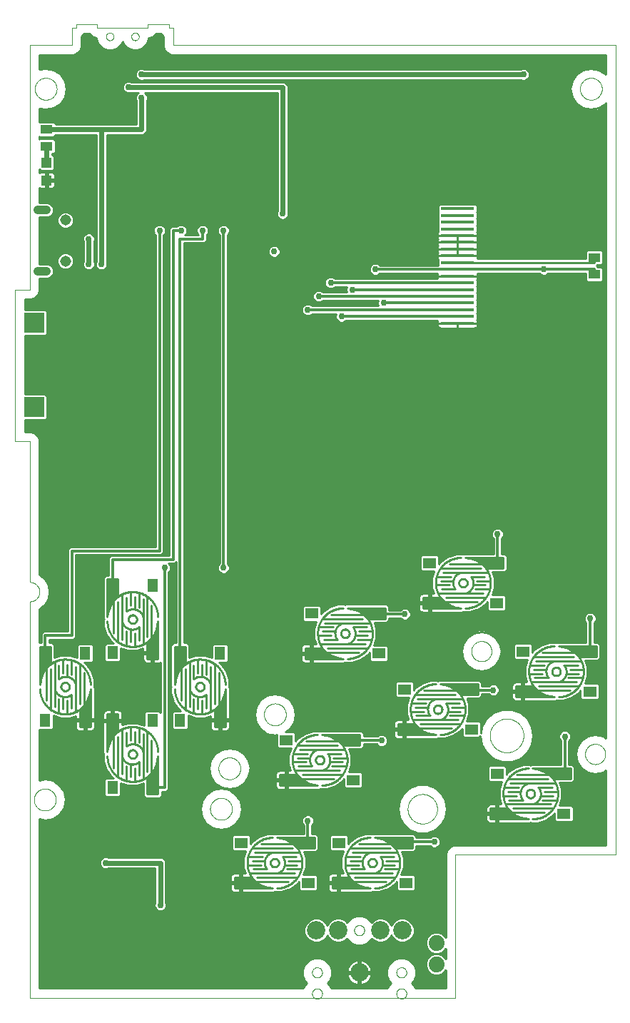
<source format=gtl>
G75*
%MOIN*%
%OFA0B0*%
%FSLAX25Y25*%
%IPPOS*%
%LPD*%
%AMOC8*
5,1,8,0,0,1.08239X$1,22.5*
%
%ADD10C,0.00000*%
%ADD11C,0.00039*%
%ADD12R,0.05512X0.04331*%
%ADD13R,0.15748X0.01575*%
%ADD14R,0.06102X0.05118*%
%ADD15C,0.01000*%
%ADD16R,0.04724X0.04724*%
%ADD17R,0.05118X0.06102*%
%ADD18R,0.09449X0.09449*%
%ADD19C,0.07400*%
%ADD20C,0.04000*%
%ADD21C,0.05150*%
%ADD22C,0.08600*%
%ADD23C,0.02978*%
%ADD24C,0.01200*%
%ADD25C,0.02400*%
D10*
X0029320Y0017142D02*
X0029320Y0202181D01*
X0029453Y0202183D01*
X0029586Y0202189D01*
X0029718Y0202199D01*
X0029851Y0202212D01*
X0029982Y0202230D01*
X0030114Y0202251D01*
X0030244Y0202276D01*
X0030374Y0202305D01*
X0030503Y0202338D01*
X0030630Y0202375D01*
X0030757Y0202415D01*
X0030883Y0202459D01*
X0031007Y0202507D01*
X0031129Y0202558D01*
X0031250Y0202613D01*
X0031370Y0202672D01*
X0031487Y0202733D01*
X0031603Y0202799D01*
X0031717Y0202867D01*
X0031829Y0202939D01*
X0031938Y0203015D01*
X0032046Y0203093D01*
X0032151Y0203175D01*
X0032253Y0203259D01*
X0032353Y0203347D01*
X0032451Y0203437D01*
X0032545Y0203531D01*
X0032637Y0203627D01*
X0032726Y0203726D01*
X0032812Y0203827D01*
X0032895Y0203931D01*
X0032975Y0204037D01*
X0033052Y0204145D01*
X0033126Y0204256D01*
X0033196Y0204369D01*
X0033263Y0204483D01*
X0033327Y0204600D01*
X0033387Y0204719D01*
X0033444Y0204839D01*
X0033497Y0204961D01*
X0033546Y0205084D01*
X0033592Y0205209D01*
X0033635Y0205335D01*
X0033673Y0205462D01*
X0033708Y0205591D01*
X0033739Y0205720D01*
X0033766Y0205850D01*
X0033789Y0205981D01*
X0033809Y0206112D01*
X0033824Y0206245D01*
X0033836Y0206377D01*
X0033844Y0206510D01*
X0033848Y0206643D01*
X0033848Y0206775D01*
X0033844Y0206908D01*
X0033836Y0207041D01*
X0033824Y0207173D01*
X0033809Y0207306D01*
X0033789Y0207437D01*
X0033766Y0207568D01*
X0033739Y0207698D01*
X0033708Y0207827D01*
X0033673Y0207956D01*
X0033635Y0208083D01*
X0033592Y0208209D01*
X0033546Y0208334D01*
X0033497Y0208457D01*
X0033444Y0208579D01*
X0033387Y0208699D01*
X0033327Y0208818D01*
X0033263Y0208935D01*
X0033196Y0209049D01*
X0033126Y0209162D01*
X0033052Y0209273D01*
X0032975Y0209381D01*
X0032895Y0209487D01*
X0032812Y0209591D01*
X0032726Y0209692D01*
X0032637Y0209791D01*
X0032545Y0209887D01*
X0032451Y0209981D01*
X0032353Y0210071D01*
X0032253Y0210159D01*
X0032151Y0210243D01*
X0032046Y0210325D01*
X0031938Y0210403D01*
X0031829Y0210479D01*
X0031717Y0210551D01*
X0031603Y0210619D01*
X0031487Y0210685D01*
X0031370Y0210746D01*
X0031250Y0210805D01*
X0031129Y0210860D01*
X0031007Y0210911D01*
X0030883Y0210959D01*
X0030757Y0211003D01*
X0030630Y0211043D01*
X0030503Y0211080D01*
X0030374Y0211113D01*
X0030244Y0211142D01*
X0030114Y0211167D01*
X0029982Y0211188D01*
X0029851Y0211206D01*
X0029718Y0211219D01*
X0029586Y0211229D01*
X0029453Y0211235D01*
X0029320Y0211237D01*
X0029320Y0211236D02*
X0029320Y0276984D01*
X0022430Y0276984D01*
X0022430Y0347850D01*
X0029320Y0347850D01*
X0029320Y0462024D01*
X0049005Y0462024D01*
X0049005Y0469898D01*
X0050974Y0469898D01*
X0050974Y0471866D01*
X0060816Y0471866D01*
X0060816Y0469898D01*
X0084438Y0469898D01*
X0084438Y0471866D01*
X0094281Y0471866D01*
X0094281Y0469898D01*
X0096249Y0469898D01*
X0096249Y0462024D01*
X0302942Y0462024D01*
X0302942Y0083874D01*
X0228139Y0083874D01*
X0228139Y0017142D01*
X0029320Y0017142D01*
X0075383Y0130921D02*
X0075385Y0131009D01*
X0075391Y0131097D01*
X0075401Y0131185D01*
X0075415Y0131273D01*
X0075432Y0131359D01*
X0075454Y0131445D01*
X0075479Y0131529D01*
X0075509Y0131613D01*
X0075541Y0131695D01*
X0075578Y0131775D01*
X0075618Y0131854D01*
X0075662Y0131931D01*
X0075709Y0132006D01*
X0075759Y0132078D01*
X0075813Y0132149D01*
X0075869Y0132216D01*
X0075929Y0132282D01*
X0075991Y0132344D01*
X0076057Y0132404D01*
X0076124Y0132460D01*
X0076195Y0132514D01*
X0076267Y0132564D01*
X0076342Y0132611D01*
X0076419Y0132655D01*
X0076498Y0132695D01*
X0076578Y0132732D01*
X0076660Y0132764D01*
X0076744Y0132794D01*
X0076828Y0132819D01*
X0076914Y0132841D01*
X0077000Y0132858D01*
X0077088Y0132872D01*
X0077176Y0132882D01*
X0077264Y0132888D01*
X0077352Y0132890D01*
X0077440Y0132888D01*
X0077528Y0132882D01*
X0077616Y0132872D01*
X0077704Y0132858D01*
X0077790Y0132841D01*
X0077876Y0132819D01*
X0077960Y0132794D01*
X0078044Y0132764D01*
X0078126Y0132732D01*
X0078206Y0132695D01*
X0078285Y0132655D01*
X0078362Y0132611D01*
X0078437Y0132564D01*
X0078509Y0132514D01*
X0078580Y0132460D01*
X0078647Y0132404D01*
X0078713Y0132344D01*
X0078775Y0132282D01*
X0078835Y0132216D01*
X0078891Y0132149D01*
X0078945Y0132078D01*
X0078995Y0132006D01*
X0079042Y0131931D01*
X0079086Y0131854D01*
X0079126Y0131775D01*
X0079163Y0131695D01*
X0079195Y0131613D01*
X0079225Y0131529D01*
X0079250Y0131445D01*
X0079272Y0131359D01*
X0079289Y0131273D01*
X0079303Y0131185D01*
X0079313Y0131097D01*
X0079319Y0131009D01*
X0079321Y0130921D01*
X0079319Y0130833D01*
X0079313Y0130745D01*
X0079303Y0130657D01*
X0079289Y0130569D01*
X0079272Y0130483D01*
X0079250Y0130397D01*
X0079225Y0130313D01*
X0079195Y0130229D01*
X0079163Y0130147D01*
X0079126Y0130067D01*
X0079086Y0129988D01*
X0079042Y0129911D01*
X0078995Y0129836D01*
X0078945Y0129764D01*
X0078891Y0129693D01*
X0078835Y0129626D01*
X0078775Y0129560D01*
X0078713Y0129498D01*
X0078647Y0129438D01*
X0078580Y0129382D01*
X0078509Y0129328D01*
X0078437Y0129278D01*
X0078362Y0129231D01*
X0078285Y0129187D01*
X0078206Y0129147D01*
X0078126Y0129110D01*
X0078044Y0129078D01*
X0077960Y0129048D01*
X0077876Y0129023D01*
X0077790Y0129001D01*
X0077704Y0128984D01*
X0077616Y0128970D01*
X0077528Y0128960D01*
X0077440Y0128954D01*
X0077352Y0128952D01*
X0077264Y0128954D01*
X0077176Y0128960D01*
X0077088Y0128970D01*
X0077000Y0128984D01*
X0076914Y0129001D01*
X0076828Y0129023D01*
X0076744Y0129048D01*
X0076660Y0129078D01*
X0076578Y0129110D01*
X0076498Y0129147D01*
X0076419Y0129187D01*
X0076342Y0129231D01*
X0076267Y0129278D01*
X0076195Y0129328D01*
X0076124Y0129382D01*
X0076057Y0129438D01*
X0075991Y0129498D01*
X0075929Y0129560D01*
X0075869Y0129626D01*
X0075813Y0129693D01*
X0075759Y0129764D01*
X0075709Y0129836D01*
X0075662Y0129911D01*
X0075618Y0129988D01*
X0075578Y0130067D01*
X0075541Y0130147D01*
X0075509Y0130229D01*
X0075479Y0130313D01*
X0075454Y0130397D01*
X0075432Y0130483D01*
X0075415Y0130569D01*
X0075401Y0130657D01*
X0075391Y0130745D01*
X0075385Y0130833D01*
X0075383Y0130921D01*
X0043887Y0162417D02*
X0043889Y0162505D01*
X0043895Y0162593D01*
X0043905Y0162681D01*
X0043919Y0162769D01*
X0043936Y0162855D01*
X0043958Y0162941D01*
X0043983Y0163025D01*
X0044013Y0163109D01*
X0044045Y0163191D01*
X0044082Y0163271D01*
X0044122Y0163350D01*
X0044166Y0163427D01*
X0044213Y0163502D01*
X0044263Y0163574D01*
X0044317Y0163645D01*
X0044373Y0163712D01*
X0044433Y0163778D01*
X0044495Y0163840D01*
X0044561Y0163900D01*
X0044628Y0163956D01*
X0044699Y0164010D01*
X0044771Y0164060D01*
X0044846Y0164107D01*
X0044923Y0164151D01*
X0045002Y0164191D01*
X0045082Y0164228D01*
X0045164Y0164260D01*
X0045248Y0164290D01*
X0045332Y0164315D01*
X0045418Y0164337D01*
X0045504Y0164354D01*
X0045592Y0164368D01*
X0045680Y0164378D01*
X0045768Y0164384D01*
X0045856Y0164386D01*
X0045944Y0164384D01*
X0046032Y0164378D01*
X0046120Y0164368D01*
X0046208Y0164354D01*
X0046294Y0164337D01*
X0046380Y0164315D01*
X0046464Y0164290D01*
X0046548Y0164260D01*
X0046630Y0164228D01*
X0046710Y0164191D01*
X0046789Y0164151D01*
X0046866Y0164107D01*
X0046941Y0164060D01*
X0047013Y0164010D01*
X0047084Y0163956D01*
X0047151Y0163900D01*
X0047217Y0163840D01*
X0047279Y0163778D01*
X0047339Y0163712D01*
X0047395Y0163645D01*
X0047449Y0163574D01*
X0047499Y0163502D01*
X0047546Y0163427D01*
X0047590Y0163350D01*
X0047630Y0163271D01*
X0047667Y0163191D01*
X0047699Y0163109D01*
X0047729Y0163025D01*
X0047754Y0162941D01*
X0047776Y0162855D01*
X0047793Y0162769D01*
X0047807Y0162681D01*
X0047817Y0162593D01*
X0047823Y0162505D01*
X0047825Y0162417D01*
X0047823Y0162329D01*
X0047817Y0162241D01*
X0047807Y0162153D01*
X0047793Y0162065D01*
X0047776Y0161979D01*
X0047754Y0161893D01*
X0047729Y0161809D01*
X0047699Y0161725D01*
X0047667Y0161643D01*
X0047630Y0161563D01*
X0047590Y0161484D01*
X0047546Y0161407D01*
X0047499Y0161332D01*
X0047449Y0161260D01*
X0047395Y0161189D01*
X0047339Y0161122D01*
X0047279Y0161056D01*
X0047217Y0160994D01*
X0047151Y0160934D01*
X0047084Y0160878D01*
X0047013Y0160824D01*
X0046941Y0160774D01*
X0046866Y0160727D01*
X0046789Y0160683D01*
X0046710Y0160643D01*
X0046630Y0160606D01*
X0046548Y0160574D01*
X0046464Y0160544D01*
X0046380Y0160519D01*
X0046294Y0160497D01*
X0046208Y0160480D01*
X0046120Y0160466D01*
X0046032Y0160456D01*
X0045944Y0160450D01*
X0045856Y0160448D01*
X0045768Y0160450D01*
X0045680Y0160456D01*
X0045592Y0160466D01*
X0045504Y0160480D01*
X0045418Y0160497D01*
X0045332Y0160519D01*
X0045248Y0160544D01*
X0045164Y0160574D01*
X0045082Y0160606D01*
X0045002Y0160643D01*
X0044923Y0160683D01*
X0044846Y0160727D01*
X0044771Y0160774D01*
X0044699Y0160824D01*
X0044628Y0160878D01*
X0044561Y0160934D01*
X0044495Y0160994D01*
X0044433Y0161056D01*
X0044373Y0161122D01*
X0044317Y0161189D01*
X0044263Y0161260D01*
X0044213Y0161332D01*
X0044166Y0161407D01*
X0044122Y0161484D01*
X0044082Y0161563D01*
X0044045Y0161643D01*
X0044013Y0161725D01*
X0043983Y0161809D01*
X0043958Y0161893D01*
X0043936Y0161979D01*
X0043919Y0162065D01*
X0043905Y0162153D01*
X0043895Y0162241D01*
X0043889Y0162329D01*
X0043887Y0162417D01*
X0075383Y0193913D02*
X0075385Y0194001D01*
X0075391Y0194089D01*
X0075401Y0194177D01*
X0075415Y0194265D01*
X0075432Y0194351D01*
X0075454Y0194437D01*
X0075479Y0194521D01*
X0075509Y0194605D01*
X0075541Y0194687D01*
X0075578Y0194767D01*
X0075618Y0194846D01*
X0075662Y0194923D01*
X0075709Y0194998D01*
X0075759Y0195070D01*
X0075813Y0195141D01*
X0075869Y0195208D01*
X0075929Y0195274D01*
X0075991Y0195336D01*
X0076057Y0195396D01*
X0076124Y0195452D01*
X0076195Y0195506D01*
X0076267Y0195556D01*
X0076342Y0195603D01*
X0076419Y0195647D01*
X0076498Y0195687D01*
X0076578Y0195724D01*
X0076660Y0195756D01*
X0076744Y0195786D01*
X0076828Y0195811D01*
X0076914Y0195833D01*
X0077000Y0195850D01*
X0077088Y0195864D01*
X0077176Y0195874D01*
X0077264Y0195880D01*
X0077352Y0195882D01*
X0077440Y0195880D01*
X0077528Y0195874D01*
X0077616Y0195864D01*
X0077704Y0195850D01*
X0077790Y0195833D01*
X0077876Y0195811D01*
X0077960Y0195786D01*
X0078044Y0195756D01*
X0078126Y0195724D01*
X0078206Y0195687D01*
X0078285Y0195647D01*
X0078362Y0195603D01*
X0078437Y0195556D01*
X0078509Y0195506D01*
X0078580Y0195452D01*
X0078647Y0195396D01*
X0078713Y0195336D01*
X0078775Y0195274D01*
X0078835Y0195208D01*
X0078891Y0195141D01*
X0078945Y0195070D01*
X0078995Y0194998D01*
X0079042Y0194923D01*
X0079086Y0194846D01*
X0079126Y0194767D01*
X0079163Y0194687D01*
X0079195Y0194605D01*
X0079225Y0194521D01*
X0079250Y0194437D01*
X0079272Y0194351D01*
X0079289Y0194265D01*
X0079303Y0194177D01*
X0079313Y0194089D01*
X0079319Y0194001D01*
X0079321Y0193913D01*
X0079319Y0193825D01*
X0079313Y0193737D01*
X0079303Y0193649D01*
X0079289Y0193561D01*
X0079272Y0193475D01*
X0079250Y0193389D01*
X0079225Y0193305D01*
X0079195Y0193221D01*
X0079163Y0193139D01*
X0079126Y0193059D01*
X0079086Y0192980D01*
X0079042Y0192903D01*
X0078995Y0192828D01*
X0078945Y0192756D01*
X0078891Y0192685D01*
X0078835Y0192618D01*
X0078775Y0192552D01*
X0078713Y0192490D01*
X0078647Y0192430D01*
X0078580Y0192374D01*
X0078509Y0192320D01*
X0078437Y0192270D01*
X0078362Y0192223D01*
X0078285Y0192179D01*
X0078206Y0192139D01*
X0078126Y0192102D01*
X0078044Y0192070D01*
X0077960Y0192040D01*
X0077876Y0192015D01*
X0077790Y0191993D01*
X0077704Y0191976D01*
X0077616Y0191962D01*
X0077528Y0191952D01*
X0077440Y0191946D01*
X0077352Y0191944D01*
X0077264Y0191946D01*
X0077176Y0191952D01*
X0077088Y0191962D01*
X0077000Y0191976D01*
X0076914Y0191993D01*
X0076828Y0192015D01*
X0076744Y0192040D01*
X0076660Y0192070D01*
X0076578Y0192102D01*
X0076498Y0192139D01*
X0076419Y0192179D01*
X0076342Y0192223D01*
X0076267Y0192270D01*
X0076195Y0192320D01*
X0076124Y0192374D01*
X0076057Y0192430D01*
X0075991Y0192490D01*
X0075929Y0192552D01*
X0075869Y0192618D01*
X0075813Y0192685D01*
X0075759Y0192756D01*
X0075709Y0192828D01*
X0075662Y0192903D01*
X0075618Y0192980D01*
X0075578Y0193059D01*
X0075541Y0193139D01*
X0075509Y0193221D01*
X0075479Y0193305D01*
X0075454Y0193389D01*
X0075432Y0193475D01*
X0075415Y0193561D01*
X0075401Y0193649D01*
X0075391Y0193737D01*
X0075385Y0193825D01*
X0075383Y0193913D01*
X0106879Y0162417D02*
X0106881Y0162505D01*
X0106887Y0162593D01*
X0106897Y0162681D01*
X0106911Y0162769D01*
X0106928Y0162855D01*
X0106950Y0162941D01*
X0106975Y0163025D01*
X0107005Y0163109D01*
X0107037Y0163191D01*
X0107074Y0163271D01*
X0107114Y0163350D01*
X0107158Y0163427D01*
X0107205Y0163502D01*
X0107255Y0163574D01*
X0107309Y0163645D01*
X0107365Y0163712D01*
X0107425Y0163778D01*
X0107487Y0163840D01*
X0107553Y0163900D01*
X0107620Y0163956D01*
X0107691Y0164010D01*
X0107763Y0164060D01*
X0107838Y0164107D01*
X0107915Y0164151D01*
X0107994Y0164191D01*
X0108074Y0164228D01*
X0108156Y0164260D01*
X0108240Y0164290D01*
X0108324Y0164315D01*
X0108410Y0164337D01*
X0108496Y0164354D01*
X0108584Y0164368D01*
X0108672Y0164378D01*
X0108760Y0164384D01*
X0108848Y0164386D01*
X0108936Y0164384D01*
X0109024Y0164378D01*
X0109112Y0164368D01*
X0109200Y0164354D01*
X0109286Y0164337D01*
X0109372Y0164315D01*
X0109456Y0164290D01*
X0109540Y0164260D01*
X0109622Y0164228D01*
X0109702Y0164191D01*
X0109781Y0164151D01*
X0109858Y0164107D01*
X0109933Y0164060D01*
X0110005Y0164010D01*
X0110076Y0163956D01*
X0110143Y0163900D01*
X0110209Y0163840D01*
X0110271Y0163778D01*
X0110331Y0163712D01*
X0110387Y0163645D01*
X0110441Y0163574D01*
X0110491Y0163502D01*
X0110538Y0163427D01*
X0110582Y0163350D01*
X0110622Y0163271D01*
X0110659Y0163191D01*
X0110691Y0163109D01*
X0110721Y0163025D01*
X0110746Y0162941D01*
X0110768Y0162855D01*
X0110785Y0162769D01*
X0110799Y0162681D01*
X0110809Y0162593D01*
X0110815Y0162505D01*
X0110817Y0162417D01*
X0110815Y0162329D01*
X0110809Y0162241D01*
X0110799Y0162153D01*
X0110785Y0162065D01*
X0110768Y0161979D01*
X0110746Y0161893D01*
X0110721Y0161809D01*
X0110691Y0161725D01*
X0110659Y0161643D01*
X0110622Y0161563D01*
X0110582Y0161484D01*
X0110538Y0161407D01*
X0110491Y0161332D01*
X0110441Y0161260D01*
X0110387Y0161189D01*
X0110331Y0161122D01*
X0110271Y0161056D01*
X0110209Y0160994D01*
X0110143Y0160934D01*
X0110076Y0160878D01*
X0110005Y0160824D01*
X0109933Y0160774D01*
X0109858Y0160727D01*
X0109781Y0160683D01*
X0109702Y0160643D01*
X0109622Y0160606D01*
X0109540Y0160574D01*
X0109456Y0160544D01*
X0109372Y0160519D01*
X0109286Y0160497D01*
X0109200Y0160480D01*
X0109112Y0160466D01*
X0109024Y0160456D01*
X0108936Y0160450D01*
X0108848Y0160448D01*
X0108760Y0160450D01*
X0108672Y0160456D01*
X0108584Y0160466D01*
X0108496Y0160480D01*
X0108410Y0160497D01*
X0108324Y0160519D01*
X0108240Y0160544D01*
X0108156Y0160574D01*
X0108074Y0160606D01*
X0107994Y0160643D01*
X0107915Y0160683D01*
X0107838Y0160727D01*
X0107763Y0160774D01*
X0107691Y0160824D01*
X0107620Y0160878D01*
X0107553Y0160934D01*
X0107487Y0160994D01*
X0107425Y0161056D01*
X0107365Y0161122D01*
X0107309Y0161189D01*
X0107255Y0161260D01*
X0107205Y0161332D01*
X0107158Y0161407D01*
X0107114Y0161484D01*
X0107074Y0161563D01*
X0107037Y0161643D01*
X0107005Y0161725D01*
X0106975Y0161809D01*
X0106950Y0161893D01*
X0106928Y0161979D01*
X0106911Y0162065D01*
X0106897Y0162153D01*
X0106887Y0162241D01*
X0106881Y0162329D01*
X0106879Y0162417D01*
X0141741Y0080173D02*
X0141743Y0080261D01*
X0141749Y0080349D01*
X0141759Y0080437D01*
X0141773Y0080525D01*
X0141790Y0080611D01*
X0141812Y0080697D01*
X0141837Y0080781D01*
X0141867Y0080865D01*
X0141899Y0080947D01*
X0141936Y0081027D01*
X0141976Y0081106D01*
X0142020Y0081183D01*
X0142067Y0081258D01*
X0142117Y0081330D01*
X0142171Y0081401D01*
X0142227Y0081468D01*
X0142287Y0081534D01*
X0142349Y0081596D01*
X0142415Y0081656D01*
X0142482Y0081712D01*
X0142553Y0081766D01*
X0142625Y0081816D01*
X0142700Y0081863D01*
X0142777Y0081907D01*
X0142856Y0081947D01*
X0142936Y0081984D01*
X0143018Y0082016D01*
X0143102Y0082046D01*
X0143186Y0082071D01*
X0143272Y0082093D01*
X0143358Y0082110D01*
X0143446Y0082124D01*
X0143534Y0082134D01*
X0143622Y0082140D01*
X0143710Y0082142D01*
X0143798Y0082140D01*
X0143886Y0082134D01*
X0143974Y0082124D01*
X0144062Y0082110D01*
X0144148Y0082093D01*
X0144234Y0082071D01*
X0144318Y0082046D01*
X0144402Y0082016D01*
X0144484Y0081984D01*
X0144564Y0081947D01*
X0144643Y0081907D01*
X0144720Y0081863D01*
X0144795Y0081816D01*
X0144867Y0081766D01*
X0144938Y0081712D01*
X0145005Y0081656D01*
X0145071Y0081596D01*
X0145133Y0081534D01*
X0145193Y0081468D01*
X0145249Y0081401D01*
X0145303Y0081330D01*
X0145353Y0081258D01*
X0145400Y0081183D01*
X0145444Y0081106D01*
X0145484Y0081027D01*
X0145521Y0080947D01*
X0145553Y0080865D01*
X0145583Y0080781D01*
X0145608Y0080697D01*
X0145630Y0080611D01*
X0145647Y0080525D01*
X0145661Y0080437D01*
X0145671Y0080349D01*
X0145677Y0080261D01*
X0145679Y0080173D01*
X0145677Y0080085D01*
X0145671Y0079997D01*
X0145661Y0079909D01*
X0145647Y0079821D01*
X0145630Y0079735D01*
X0145608Y0079649D01*
X0145583Y0079565D01*
X0145553Y0079481D01*
X0145521Y0079399D01*
X0145484Y0079319D01*
X0145444Y0079240D01*
X0145400Y0079163D01*
X0145353Y0079088D01*
X0145303Y0079016D01*
X0145249Y0078945D01*
X0145193Y0078878D01*
X0145133Y0078812D01*
X0145071Y0078750D01*
X0145005Y0078690D01*
X0144938Y0078634D01*
X0144867Y0078580D01*
X0144795Y0078530D01*
X0144720Y0078483D01*
X0144643Y0078439D01*
X0144564Y0078399D01*
X0144484Y0078362D01*
X0144402Y0078330D01*
X0144318Y0078300D01*
X0144234Y0078275D01*
X0144148Y0078253D01*
X0144062Y0078236D01*
X0143974Y0078222D01*
X0143886Y0078212D01*
X0143798Y0078206D01*
X0143710Y0078204D01*
X0143622Y0078206D01*
X0143534Y0078212D01*
X0143446Y0078222D01*
X0143358Y0078236D01*
X0143272Y0078253D01*
X0143186Y0078275D01*
X0143102Y0078300D01*
X0143018Y0078330D01*
X0142936Y0078362D01*
X0142856Y0078399D01*
X0142777Y0078439D01*
X0142700Y0078483D01*
X0142625Y0078530D01*
X0142553Y0078580D01*
X0142482Y0078634D01*
X0142415Y0078690D01*
X0142349Y0078750D01*
X0142287Y0078812D01*
X0142227Y0078878D01*
X0142171Y0078945D01*
X0142117Y0079016D01*
X0142067Y0079088D01*
X0142020Y0079163D01*
X0141976Y0079240D01*
X0141936Y0079319D01*
X0141899Y0079399D01*
X0141867Y0079481D01*
X0141837Y0079565D01*
X0141812Y0079649D01*
X0141790Y0079735D01*
X0141773Y0079821D01*
X0141759Y0079909D01*
X0141749Y0079997D01*
X0141743Y0080085D01*
X0141741Y0080173D01*
X0162863Y0128205D02*
X0162865Y0128293D01*
X0162871Y0128381D01*
X0162881Y0128469D01*
X0162895Y0128557D01*
X0162912Y0128643D01*
X0162934Y0128729D01*
X0162959Y0128813D01*
X0162989Y0128897D01*
X0163021Y0128979D01*
X0163058Y0129059D01*
X0163098Y0129138D01*
X0163142Y0129215D01*
X0163189Y0129290D01*
X0163239Y0129362D01*
X0163293Y0129433D01*
X0163349Y0129500D01*
X0163409Y0129566D01*
X0163471Y0129628D01*
X0163537Y0129688D01*
X0163604Y0129744D01*
X0163675Y0129798D01*
X0163747Y0129848D01*
X0163822Y0129895D01*
X0163899Y0129939D01*
X0163978Y0129979D01*
X0164058Y0130016D01*
X0164140Y0130048D01*
X0164224Y0130078D01*
X0164308Y0130103D01*
X0164394Y0130125D01*
X0164480Y0130142D01*
X0164568Y0130156D01*
X0164656Y0130166D01*
X0164744Y0130172D01*
X0164832Y0130174D01*
X0164920Y0130172D01*
X0165008Y0130166D01*
X0165096Y0130156D01*
X0165184Y0130142D01*
X0165270Y0130125D01*
X0165356Y0130103D01*
X0165440Y0130078D01*
X0165524Y0130048D01*
X0165606Y0130016D01*
X0165686Y0129979D01*
X0165765Y0129939D01*
X0165842Y0129895D01*
X0165917Y0129848D01*
X0165989Y0129798D01*
X0166060Y0129744D01*
X0166127Y0129688D01*
X0166193Y0129628D01*
X0166255Y0129566D01*
X0166315Y0129500D01*
X0166371Y0129433D01*
X0166425Y0129362D01*
X0166475Y0129290D01*
X0166522Y0129215D01*
X0166566Y0129138D01*
X0166606Y0129059D01*
X0166643Y0128979D01*
X0166675Y0128897D01*
X0166705Y0128813D01*
X0166730Y0128729D01*
X0166752Y0128643D01*
X0166769Y0128557D01*
X0166783Y0128469D01*
X0166793Y0128381D01*
X0166799Y0128293D01*
X0166801Y0128205D01*
X0166799Y0128117D01*
X0166793Y0128029D01*
X0166783Y0127941D01*
X0166769Y0127853D01*
X0166752Y0127767D01*
X0166730Y0127681D01*
X0166705Y0127597D01*
X0166675Y0127513D01*
X0166643Y0127431D01*
X0166606Y0127351D01*
X0166566Y0127272D01*
X0166522Y0127195D01*
X0166475Y0127120D01*
X0166425Y0127048D01*
X0166371Y0126977D01*
X0166315Y0126910D01*
X0166255Y0126844D01*
X0166193Y0126782D01*
X0166127Y0126722D01*
X0166060Y0126666D01*
X0165989Y0126612D01*
X0165917Y0126562D01*
X0165842Y0126515D01*
X0165765Y0126471D01*
X0165686Y0126431D01*
X0165606Y0126394D01*
X0165524Y0126362D01*
X0165440Y0126332D01*
X0165356Y0126307D01*
X0165270Y0126285D01*
X0165184Y0126268D01*
X0165096Y0126254D01*
X0165008Y0126244D01*
X0164920Y0126238D01*
X0164832Y0126236D01*
X0164744Y0126238D01*
X0164656Y0126244D01*
X0164568Y0126254D01*
X0164480Y0126268D01*
X0164394Y0126285D01*
X0164308Y0126307D01*
X0164224Y0126332D01*
X0164140Y0126362D01*
X0164058Y0126394D01*
X0163978Y0126431D01*
X0163899Y0126471D01*
X0163822Y0126515D01*
X0163747Y0126562D01*
X0163675Y0126612D01*
X0163604Y0126666D01*
X0163537Y0126722D01*
X0163471Y0126782D01*
X0163409Y0126844D01*
X0163349Y0126910D01*
X0163293Y0126977D01*
X0163239Y0127048D01*
X0163189Y0127120D01*
X0163142Y0127195D01*
X0163098Y0127272D01*
X0163058Y0127351D01*
X0163021Y0127431D01*
X0162989Y0127513D01*
X0162959Y0127597D01*
X0162934Y0127681D01*
X0162912Y0127767D01*
X0162895Y0127853D01*
X0162881Y0127941D01*
X0162871Y0128029D01*
X0162865Y0128117D01*
X0162863Y0128205D01*
X0187410Y0080173D02*
X0187412Y0080261D01*
X0187418Y0080349D01*
X0187428Y0080437D01*
X0187442Y0080525D01*
X0187459Y0080611D01*
X0187481Y0080697D01*
X0187506Y0080781D01*
X0187536Y0080865D01*
X0187568Y0080947D01*
X0187605Y0081027D01*
X0187645Y0081106D01*
X0187689Y0081183D01*
X0187736Y0081258D01*
X0187786Y0081330D01*
X0187840Y0081401D01*
X0187896Y0081468D01*
X0187956Y0081534D01*
X0188018Y0081596D01*
X0188084Y0081656D01*
X0188151Y0081712D01*
X0188222Y0081766D01*
X0188294Y0081816D01*
X0188369Y0081863D01*
X0188446Y0081907D01*
X0188525Y0081947D01*
X0188605Y0081984D01*
X0188687Y0082016D01*
X0188771Y0082046D01*
X0188855Y0082071D01*
X0188941Y0082093D01*
X0189027Y0082110D01*
X0189115Y0082124D01*
X0189203Y0082134D01*
X0189291Y0082140D01*
X0189379Y0082142D01*
X0189467Y0082140D01*
X0189555Y0082134D01*
X0189643Y0082124D01*
X0189731Y0082110D01*
X0189817Y0082093D01*
X0189903Y0082071D01*
X0189987Y0082046D01*
X0190071Y0082016D01*
X0190153Y0081984D01*
X0190233Y0081947D01*
X0190312Y0081907D01*
X0190389Y0081863D01*
X0190464Y0081816D01*
X0190536Y0081766D01*
X0190607Y0081712D01*
X0190674Y0081656D01*
X0190740Y0081596D01*
X0190802Y0081534D01*
X0190862Y0081468D01*
X0190918Y0081401D01*
X0190972Y0081330D01*
X0191022Y0081258D01*
X0191069Y0081183D01*
X0191113Y0081106D01*
X0191153Y0081027D01*
X0191190Y0080947D01*
X0191222Y0080865D01*
X0191252Y0080781D01*
X0191277Y0080697D01*
X0191299Y0080611D01*
X0191316Y0080525D01*
X0191330Y0080437D01*
X0191340Y0080349D01*
X0191346Y0080261D01*
X0191348Y0080173D01*
X0191346Y0080085D01*
X0191340Y0079997D01*
X0191330Y0079909D01*
X0191316Y0079821D01*
X0191299Y0079735D01*
X0191277Y0079649D01*
X0191252Y0079565D01*
X0191222Y0079481D01*
X0191190Y0079399D01*
X0191153Y0079319D01*
X0191113Y0079240D01*
X0191069Y0079163D01*
X0191022Y0079088D01*
X0190972Y0079016D01*
X0190918Y0078945D01*
X0190862Y0078878D01*
X0190802Y0078812D01*
X0190740Y0078750D01*
X0190674Y0078690D01*
X0190607Y0078634D01*
X0190536Y0078580D01*
X0190464Y0078530D01*
X0190389Y0078483D01*
X0190312Y0078439D01*
X0190233Y0078399D01*
X0190153Y0078362D01*
X0190071Y0078330D01*
X0189987Y0078300D01*
X0189903Y0078275D01*
X0189817Y0078253D01*
X0189731Y0078236D01*
X0189643Y0078222D01*
X0189555Y0078212D01*
X0189467Y0078206D01*
X0189379Y0078204D01*
X0189291Y0078206D01*
X0189203Y0078212D01*
X0189115Y0078222D01*
X0189027Y0078236D01*
X0188941Y0078253D01*
X0188855Y0078275D01*
X0188771Y0078300D01*
X0188687Y0078330D01*
X0188605Y0078362D01*
X0188525Y0078399D01*
X0188446Y0078439D01*
X0188369Y0078483D01*
X0188294Y0078530D01*
X0188222Y0078580D01*
X0188151Y0078634D01*
X0188084Y0078690D01*
X0188018Y0078750D01*
X0187956Y0078812D01*
X0187896Y0078878D01*
X0187840Y0078945D01*
X0187786Y0079016D01*
X0187736Y0079088D01*
X0187689Y0079163D01*
X0187645Y0079240D01*
X0187605Y0079319D01*
X0187568Y0079399D01*
X0187536Y0079481D01*
X0187506Y0079565D01*
X0187481Y0079649D01*
X0187459Y0079735D01*
X0187442Y0079821D01*
X0187428Y0079909D01*
X0187418Y0079997D01*
X0187412Y0080085D01*
X0187410Y0080173D01*
X0180895Y0048638D02*
X0180897Y0048735D01*
X0180903Y0048832D01*
X0180913Y0048928D01*
X0180927Y0049024D01*
X0180945Y0049120D01*
X0180966Y0049214D01*
X0180992Y0049308D01*
X0181021Y0049400D01*
X0181055Y0049491D01*
X0181091Y0049581D01*
X0181132Y0049669D01*
X0181176Y0049755D01*
X0181224Y0049840D01*
X0181275Y0049922D01*
X0181329Y0050003D01*
X0181387Y0050081D01*
X0181448Y0050156D01*
X0181511Y0050229D01*
X0181578Y0050300D01*
X0181648Y0050367D01*
X0181720Y0050432D01*
X0181795Y0050493D01*
X0181873Y0050552D01*
X0181952Y0050607D01*
X0182034Y0050659D01*
X0182118Y0050707D01*
X0182204Y0050752D01*
X0182292Y0050794D01*
X0182381Y0050832D01*
X0182472Y0050866D01*
X0182564Y0050896D01*
X0182657Y0050923D01*
X0182752Y0050945D01*
X0182847Y0050964D01*
X0182943Y0050979D01*
X0183039Y0050990D01*
X0183136Y0050997D01*
X0183233Y0051000D01*
X0183330Y0050999D01*
X0183427Y0050994D01*
X0183523Y0050985D01*
X0183619Y0050972D01*
X0183715Y0050955D01*
X0183810Y0050934D01*
X0183903Y0050910D01*
X0183996Y0050881D01*
X0184088Y0050849D01*
X0184178Y0050813D01*
X0184266Y0050774D01*
X0184353Y0050730D01*
X0184438Y0050684D01*
X0184521Y0050633D01*
X0184602Y0050580D01*
X0184680Y0050523D01*
X0184757Y0050463D01*
X0184830Y0050400D01*
X0184901Y0050334D01*
X0184969Y0050265D01*
X0185035Y0050193D01*
X0185097Y0050119D01*
X0185156Y0050042D01*
X0185212Y0049963D01*
X0185265Y0049881D01*
X0185315Y0049798D01*
X0185360Y0049712D01*
X0185403Y0049625D01*
X0185442Y0049536D01*
X0185477Y0049446D01*
X0185508Y0049354D01*
X0185535Y0049261D01*
X0185559Y0049167D01*
X0185579Y0049072D01*
X0185595Y0048976D01*
X0185607Y0048880D01*
X0185615Y0048783D01*
X0185619Y0048686D01*
X0185619Y0048590D01*
X0185615Y0048493D01*
X0185607Y0048396D01*
X0185595Y0048300D01*
X0185579Y0048204D01*
X0185559Y0048109D01*
X0185535Y0048015D01*
X0185508Y0047922D01*
X0185477Y0047830D01*
X0185442Y0047740D01*
X0185403Y0047651D01*
X0185360Y0047564D01*
X0185315Y0047478D01*
X0185265Y0047395D01*
X0185212Y0047313D01*
X0185156Y0047234D01*
X0185097Y0047157D01*
X0185035Y0047083D01*
X0184969Y0047011D01*
X0184901Y0046942D01*
X0184830Y0046876D01*
X0184757Y0046813D01*
X0184680Y0046753D01*
X0184602Y0046696D01*
X0184521Y0046643D01*
X0184438Y0046592D01*
X0184353Y0046546D01*
X0184266Y0046502D01*
X0184178Y0046463D01*
X0184088Y0046427D01*
X0183996Y0046395D01*
X0183903Y0046366D01*
X0183810Y0046342D01*
X0183715Y0046321D01*
X0183619Y0046304D01*
X0183523Y0046291D01*
X0183427Y0046282D01*
X0183330Y0046277D01*
X0183233Y0046276D01*
X0183136Y0046279D01*
X0183039Y0046286D01*
X0182943Y0046297D01*
X0182847Y0046312D01*
X0182752Y0046331D01*
X0182657Y0046353D01*
X0182564Y0046380D01*
X0182472Y0046410D01*
X0182381Y0046444D01*
X0182292Y0046482D01*
X0182204Y0046524D01*
X0182118Y0046569D01*
X0182034Y0046617D01*
X0181952Y0046669D01*
X0181873Y0046724D01*
X0181795Y0046783D01*
X0181720Y0046844D01*
X0181648Y0046909D01*
X0181578Y0046976D01*
X0181511Y0047047D01*
X0181448Y0047120D01*
X0181387Y0047195D01*
X0181329Y0047273D01*
X0181275Y0047354D01*
X0181224Y0047436D01*
X0181176Y0047521D01*
X0181132Y0047607D01*
X0181091Y0047695D01*
X0181055Y0047785D01*
X0181021Y0047876D01*
X0180992Y0047968D01*
X0180966Y0048062D01*
X0180945Y0048156D01*
X0180927Y0048252D01*
X0180913Y0048348D01*
X0180903Y0048444D01*
X0180897Y0048541D01*
X0180895Y0048638D01*
X0161210Y0028953D02*
X0161212Y0029050D01*
X0161218Y0029147D01*
X0161228Y0029243D01*
X0161242Y0029339D01*
X0161260Y0029435D01*
X0161281Y0029529D01*
X0161307Y0029623D01*
X0161336Y0029715D01*
X0161370Y0029806D01*
X0161406Y0029896D01*
X0161447Y0029984D01*
X0161491Y0030070D01*
X0161539Y0030155D01*
X0161590Y0030237D01*
X0161644Y0030318D01*
X0161702Y0030396D01*
X0161763Y0030471D01*
X0161826Y0030544D01*
X0161893Y0030615D01*
X0161963Y0030682D01*
X0162035Y0030747D01*
X0162110Y0030808D01*
X0162188Y0030867D01*
X0162267Y0030922D01*
X0162349Y0030974D01*
X0162433Y0031022D01*
X0162519Y0031067D01*
X0162607Y0031109D01*
X0162696Y0031147D01*
X0162787Y0031181D01*
X0162879Y0031211D01*
X0162972Y0031238D01*
X0163067Y0031260D01*
X0163162Y0031279D01*
X0163258Y0031294D01*
X0163354Y0031305D01*
X0163451Y0031312D01*
X0163548Y0031315D01*
X0163645Y0031314D01*
X0163742Y0031309D01*
X0163838Y0031300D01*
X0163934Y0031287D01*
X0164030Y0031270D01*
X0164125Y0031249D01*
X0164218Y0031225D01*
X0164311Y0031196D01*
X0164403Y0031164D01*
X0164493Y0031128D01*
X0164581Y0031089D01*
X0164668Y0031045D01*
X0164753Y0030999D01*
X0164836Y0030948D01*
X0164917Y0030895D01*
X0164995Y0030838D01*
X0165072Y0030778D01*
X0165145Y0030715D01*
X0165216Y0030649D01*
X0165284Y0030580D01*
X0165350Y0030508D01*
X0165412Y0030434D01*
X0165471Y0030357D01*
X0165527Y0030278D01*
X0165580Y0030196D01*
X0165630Y0030113D01*
X0165675Y0030027D01*
X0165718Y0029940D01*
X0165757Y0029851D01*
X0165792Y0029761D01*
X0165823Y0029669D01*
X0165850Y0029576D01*
X0165874Y0029482D01*
X0165894Y0029387D01*
X0165910Y0029291D01*
X0165922Y0029195D01*
X0165930Y0029098D01*
X0165934Y0029001D01*
X0165934Y0028905D01*
X0165930Y0028808D01*
X0165922Y0028711D01*
X0165910Y0028615D01*
X0165894Y0028519D01*
X0165874Y0028424D01*
X0165850Y0028330D01*
X0165823Y0028237D01*
X0165792Y0028145D01*
X0165757Y0028055D01*
X0165718Y0027966D01*
X0165675Y0027879D01*
X0165630Y0027793D01*
X0165580Y0027710D01*
X0165527Y0027628D01*
X0165471Y0027549D01*
X0165412Y0027472D01*
X0165350Y0027398D01*
X0165284Y0027326D01*
X0165216Y0027257D01*
X0165145Y0027191D01*
X0165072Y0027128D01*
X0164995Y0027068D01*
X0164917Y0027011D01*
X0164836Y0026958D01*
X0164753Y0026907D01*
X0164668Y0026861D01*
X0164581Y0026817D01*
X0164493Y0026778D01*
X0164403Y0026742D01*
X0164311Y0026710D01*
X0164218Y0026681D01*
X0164125Y0026657D01*
X0164030Y0026636D01*
X0163934Y0026619D01*
X0163838Y0026606D01*
X0163742Y0026597D01*
X0163645Y0026592D01*
X0163548Y0026591D01*
X0163451Y0026594D01*
X0163354Y0026601D01*
X0163258Y0026612D01*
X0163162Y0026627D01*
X0163067Y0026646D01*
X0162972Y0026668D01*
X0162879Y0026695D01*
X0162787Y0026725D01*
X0162696Y0026759D01*
X0162607Y0026797D01*
X0162519Y0026839D01*
X0162433Y0026884D01*
X0162349Y0026932D01*
X0162267Y0026984D01*
X0162188Y0027039D01*
X0162110Y0027098D01*
X0162035Y0027159D01*
X0161963Y0027224D01*
X0161893Y0027291D01*
X0161826Y0027362D01*
X0161763Y0027435D01*
X0161702Y0027510D01*
X0161644Y0027588D01*
X0161590Y0027669D01*
X0161539Y0027751D01*
X0161491Y0027836D01*
X0161447Y0027922D01*
X0161406Y0028010D01*
X0161370Y0028100D01*
X0161336Y0028191D01*
X0161307Y0028283D01*
X0161281Y0028377D01*
X0161260Y0028471D01*
X0161242Y0028567D01*
X0161228Y0028663D01*
X0161218Y0028759D01*
X0161212Y0028856D01*
X0161210Y0028953D01*
X0161210Y0019110D02*
X0161212Y0019207D01*
X0161218Y0019304D01*
X0161228Y0019400D01*
X0161242Y0019496D01*
X0161260Y0019592D01*
X0161281Y0019686D01*
X0161307Y0019780D01*
X0161336Y0019872D01*
X0161370Y0019963D01*
X0161406Y0020053D01*
X0161447Y0020141D01*
X0161491Y0020227D01*
X0161539Y0020312D01*
X0161590Y0020394D01*
X0161644Y0020475D01*
X0161702Y0020553D01*
X0161763Y0020628D01*
X0161826Y0020701D01*
X0161893Y0020772D01*
X0161963Y0020839D01*
X0162035Y0020904D01*
X0162110Y0020965D01*
X0162188Y0021024D01*
X0162267Y0021079D01*
X0162349Y0021131D01*
X0162433Y0021179D01*
X0162519Y0021224D01*
X0162607Y0021266D01*
X0162696Y0021304D01*
X0162787Y0021338D01*
X0162879Y0021368D01*
X0162972Y0021395D01*
X0163067Y0021417D01*
X0163162Y0021436D01*
X0163258Y0021451D01*
X0163354Y0021462D01*
X0163451Y0021469D01*
X0163548Y0021472D01*
X0163645Y0021471D01*
X0163742Y0021466D01*
X0163838Y0021457D01*
X0163934Y0021444D01*
X0164030Y0021427D01*
X0164125Y0021406D01*
X0164218Y0021382D01*
X0164311Y0021353D01*
X0164403Y0021321D01*
X0164493Y0021285D01*
X0164581Y0021246D01*
X0164668Y0021202D01*
X0164753Y0021156D01*
X0164836Y0021105D01*
X0164917Y0021052D01*
X0164995Y0020995D01*
X0165072Y0020935D01*
X0165145Y0020872D01*
X0165216Y0020806D01*
X0165284Y0020737D01*
X0165350Y0020665D01*
X0165412Y0020591D01*
X0165471Y0020514D01*
X0165527Y0020435D01*
X0165580Y0020353D01*
X0165630Y0020270D01*
X0165675Y0020184D01*
X0165718Y0020097D01*
X0165757Y0020008D01*
X0165792Y0019918D01*
X0165823Y0019826D01*
X0165850Y0019733D01*
X0165874Y0019639D01*
X0165894Y0019544D01*
X0165910Y0019448D01*
X0165922Y0019352D01*
X0165930Y0019255D01*
X0165934Y0019158D01*
X0165934Y0019062D01*
X0165930Y0018965D01*
X0165922Y0018868D01*
X0165910Y0018772D01*
X0165894Y0018676D01*
X0165874Y0018581D01*
X0165850Y0018487D01*
X0165823Y0018394D01*
X0165792Y0018302D01*
X0165757Y0018212D01*
X0165718Y0018123D01*
X0165675Y0018036D01*
X0165630Y0017950D01*
X0165580Y0017867D01*
X0165527Y0017785D01*
X0165471Y0017706D01*
X0165412Y0017629D01*
X0165350Y0017555D01*
X0165284Y0017483D01*
X0165216Y0017414D01*
X0165145Y0017348D01*
X0165072Y0017285D01*
X0164995Y0017225D01*
X0164917Y0017168D01*
X0164836Y0017115D01*
X0164753Y0017064D01*
X0164668Y0017018D01*
X0164581Y0016974D01*
X0164493Y0016935D01*
X0164403Y0016899D01*
X0164311Y0016867D01*
X0164218Y0016838D01*
X0164125Y0016814D01*
X0164030Y0016793D01*
X0163934Y0016776D01*
X0163838Y0016763D01*
X0163742Y0016754D01*
X0163645Y0016749D01*
X0163548Y0016748D01*
X0163451Y0016751D01*
X0163354Y0016758D01*
X0163258Y0016769D01*
X0163162Y0016784D01*
X0163067Y0016803D01*
X0162972Y0016825D01*
X0162879Y0016852D01*
X0162787Y0016882D01*
X0162696Y0016916D01*
X0162607Y0016954D01*
X0162519Y0016996D01*
X0162433Y0017041D01*
X0162349Y0017089D01*
X0162267Y0017141D01*
X0162188Y0017196D01*
X0162110Y0017255D01*
X0162035Y0017316D01*
X0161963Y0017381D01*
X0161893Y0017448D01*
X0161826Y0017519D01*
X0161763Y0017592D01*
X0161702Y0017667D01*
X0161644Y0017745D01*
X0161590Y0017826D01*
X0161539Y0017908D01*
X0161491Y0017993D01*
X0161447Y0018079D01*
X0161406Y0018167D01*
X0161370Y0018257D01*
X0161336Y0018348D01*
X0161307Y0018440D01*
X0161281Y0018534D01*
X0161260Y0018628D01*
X0161242Y0018724D01*
X0161228Y0018820D01*
X0161218Y0018916D01*
X0161212Y0019013D01*
X0161210Y0019110D01*
X0200580Y0019110D02*
X0200582Y0019207D01*
X0200588Y0019304D01*
X0200598Y0019400D01*
X0200612Y0019496D01*
X0200630Y0019592D01*
X0200651Y0019686D01*
X0200677Y0019780D01*
X0200706Y0019872D01*
X0200740Y0019963D01*
X0200776Y0020053D01*
X0200817Y0020141D01*
X0200861Y0020227D01*
X0200909Y0020312D01*
X0200960Y0020394D01*
X0201014Y0020475D01*
X0201072Y0020553D01*
X0201133Y0020628D01*
X0201196Y0020701D01*
X0201263Y0020772D01*
X0201333Y0020839D01*
X0201405Y0020904D01*
X0201480Y0020965D01*
X0201558Y0021024D01*
X0201637Y0021079D01*
X0201719Y0021131D01*
X0201803Y0021179D01*
X0201889Y0021224D01*
X0201977Y0021266D01*
X0202066Y0021304D01*
X0202157Y0021338D01*
X0202249Y0021368D01*
X0202342Y0021395D01*
X0202437Y0021417D01*
X0202532Y0021436D01*
X0202628Y0021451D01*
X0202724Y0021462D01*
X0202821Y0021469D01*
X0202918Y0021472D01*
X0203015Y0021471D01*
X0203112Y0021466D01*
X0203208Y0021457D01*
X0203304Y0021444D01*
X0203400Y0021427D01*
X0203495Y0021406D01*
X0203588Y0021382D01*
X0203681Y0021353D01*
X0203773Y0021321D01*
X0203863Y0021285D01*
X0203951Y0021246D01*
X0204038Y0021202D01*
X0204123Y0021156D01*
X0204206Y0021105D01*
X0204287Y0021052D01*
X0204365Y0020995D01*
X0204442Y0020935D01*
X0204515Y0020872D01*
X0204586Y0020806D01*
X0204654Y0020737D01*
X0204720Y0020665D01*
X0204782Y0020591D01*
X0204841Y0020514D01*
X0204897Y0020435D01*
X0204950Y0020353D01*
X0205000Y0020270D01*
X0205045Y0020184D01*
X0205088Y0020097D01*
X0205127Y0020008D01*
X0205162Y0019918D01*
X0205193Y0019826D01*
X0205220Y0019733D01*
X0205244Y0019639D01*
X0205264Y0019544D01*
X0205280Y0019448D01*
X0205292Y0019352D01*
X0205300Y0019255D01*
X0205304Y0019158D01*
X0205304Y0019062D01*
X0205300Y0018965D01*
X0205292Y0018868D01*
X0205280Y0018772D01*
X0205264Y0018676D01*
X0205244Y0018581D01*
X0205220Y0018487D01*
X0205193Y0018394D01*
X0205162Y0018302D01*
X0205127Y0018212D01*
X0205088Y0018123D01*
X0205045Y0018036D01*
X0205000Y0017950D01*
X0204950Y0017867D01*
X0204897Y0017785D01*
X0204841Y0017706D01*
X0204782Y0017629D01*
X0204720Y0017555D01*
X0204654Y0017483D01*
X0204586Y0017414D01*
X0204515Y0017348D01*
X0204442Y0017285D01*
X0204365Y0017225D01*
X0204287Y0017168D01*
X0204206Y0017115D01*
X0204123Y0017064D01*
X0204038Y0017018D01*
X0203951Y0016974D01*
X0203863Y0016935D01*
X0203773Y0016899D01*
X0203681Y0016867D01*
X0203588Y0016838D01*
X0203495Y0016814D01*
X0203400Y0016793D01*
X0203304Y0016776D01*
X0203208Y0016763D01*
X0203112Y0016754D01*
X0203015Y0016749D01*
X0202918Y0016748D01*
X0202821Y0016751D01*
X0202724Y0016758D01*
X0202628Y0016769D01*
X0202532Y0016784D01*
X0202437Y0016803D01*
X0202342Y0016825D01*
X0202249Y0016852D01*
X0202157Y0016882D01*
X0202066Y0016916D01*
X0201977Y0016954D01*
X0201889Y0016996D01*
X0201803Y0017041D01*
X0201719Y0017089D01*
X0201637Y0017141D01*
X0201558Y0017196D01*
X0201480Y0017255D01*
X0201405Y0017316D01*
X0201333Y0017381D01*
X0201263Y0017448D01*
X0201196Y0017519D01*
X0201133Y0017592D01*
X0201072Y0017667D01*
X0201014Y0017745D01*
X0200960Y0017826D01*
X0200909Y0017908D01*
X0200861Y0017993D01*
X0200817Y0018079D01*
X0200776Y0018167D01*
X0200740Y0018257D01*
X0200706Y0018348D01*
X0200677Y0018440D01*
X0200651Y0018534D01*
X0200630Y0018628D01*
X0200612Y0018724D01*
X0200598Y0018820D01*
X0200588Y0018916D01*
X0200582Y0019013D01*
X0200580Y0019110D01*
X0200580Y0028953D02*
X0200582Y0029050D01*
X0200588Y0029147D01*
X0200598Y0029243D01*
X0200612Y0029339D01*
X0200630Y0029435D01*
X0200651Y0029529D01*
X0200677Y0029623D01*
X0200706Y0029715D01*
X0200740Y0029806D01*
X0200776Y0029896D01*
X0200817Y0029984D01*
X0200861Y0030070D01*
X0200909Y0030155D01*
X0200960Y0030237D01*
X0201014Y0030318D01*
X0201072Y0030396D01*
X0201133Y0030471D01*
X0201196Y0030544D01*
X0201263Y0030615D01*
X0201333Y0030682D01*
X0201405Y0030747D01*
X0201480Y0030808D01*
X0201558Y0030867D01*
X0201637Y0030922D01*
X0201719Y0030974D01*
X0201803Y0031022D01*
X0201889Y0031067D01*
X0201977Y0031109D01*
X0202066Y0031147D01*
X0202157Y0031181D01*
X0202249Y0031211D01*
X0202342Y0031238D01*
X0202437Y0031260D01*
X0202532Y0031279D01*
X0202628Y0031294D01*
X0202724Y0031305D01*
X0202821Y0031312D01*
X0202918Y0031315D01*
X0203015Y0031314D01*
X0203112Y0031309D01*
X0203208Y0031300D01*
X0203304Y0031287D01*
X0203400Y0031270D01*
X0203495Y0031249D01*
X0203588Y0031225D01*
X0203681Y0031196D01*
X0203773Y0031164D01*
X0203863Y0031128D01*
X0203951Y0031089D01*
X0204038Y0031045D01*
X0204123Y0030999D01*
X0204206Y0030948D01*
X0204287Y0030895D01*
X0204365Y0030838D01*
X0204442Y0030778D01*
X0204515Y0030715D01*
X0204586Y0030649D01*
X0204654Y0030580D01*
X0204720Y0030508D01*
X0204782Y0030434D01*
X0204841Y0030357D01*
X0204897Y0030278D01*
X0204950Y0030196D01*
X0205000Y0030113D01*
X0205045Y0030027D01*
X0205088Y0029940D01*
X0205127Y0029851D01*
X0205162Y0029761D01*
X0205193Y0029669D01*
X0205220Y0029576D01*
X0205244Y0029482D01*
X0205264Y0029387D01*
X0205280Y0029291D01*
X0205292Y0029195D01*
X0205300Y0029098D01*
X0205304Y0029001D01*
X0205304Y0028905D01*
X0205300Y0028808D01*
X0205292Y0028711D01*
X0205280Y0028615D01*
X0205264Y0028519D01*
X0205244Y0028424D01*
X0205220Y0028330D01*
X0205193Y0028237D01*
X0205162Y0028145D01*
X0205127Y0028055D01*
X0205088Y0027966D01*
X0205045Y0027879D01*
X0205000Y0027793D01*
X0204950Y0027710D01*
X0204897Y0027628D01*
X0204841Y0027549D01*
X0204782Y0027472D01*
X0204720Y0027398D01*
X0204654Y0027326D01*
X0204586Y0027257D01*
X0204515Y0027191D01*
X0204442Y0027128D01*
X0204365Y0027068D01*
X0204287Y0027011D01*
X0204206Y0026958D01*
X0204123Y0026907D01*
X0204038Y0026861D01*
X0203951Y0026817D01*
X0203863Y0026778D01*
X0203773Y0026742D01*
X0203681Y0026710D01*
X0203588Y0026681D01*
X0203495Y0026657D01*
X0203400Y0026636D01*
X0203304Y0026619D01*
X0203208Y0026606D01*
X0203112Y0026597D01*
X0203015Y0026592D01*
X0202918Y0026591D01*
X0202821Y0026594D01*
X0202724Y0026601D01*
X0202628Y0026612D01*
X0202532Y0026627D01*
X0202437Y0026646D01*
X0202342Y0026668D01*
X0202249Y0026695D01*
X0202157Y0026725D01*
X0202066Y0026759D01*
X0201977Y0026797D01*
X0201889Y0026839D01*
X0201803Y0026884D01*
X0201719Y0026932D01*
X0201637Y0026984D01*
X0201558Y0027039D01*
X0201480Y0027098D01*
X0201405Y0027159D01*
X0201333Y0027224D01*
X0201263Y0027291D01*
X0201196Y0027362D01*
X0201133Y0027435D01*
X0201072Y0027510D01*
X0201014Y0027588D01*
X0200960Y0027669D01*
X0200909Y0027751D01*
X0200861Y0027836D01*
X0200817Y0027922D01*
X0200776Y0028010D01*
X0200740Y0028100D01*
X0200706Y0028191D01*
X0200677Y0028283D01*
X0200651Y0028377D01*
X0200630Y0028471D01*
X0200612Y0028567D01*
X0200598Y0028663D01*
X0200588Y0028759D01*
X0200582Y0028856D01*
X0200580Y0028953D01*
X0261288Y0112457D02*
X0261290Y0112545D01*
X0261296Y0112633D01*
X0261306Y0112721D01*
X0261320Y0112809D01*
X0261337Y0112895D01*
X0261359Y0112981D01*
X0261384Y0113065D01*
X0261414Y0113149D01*
X0261446Y0113231D01*
X0261483Y0113311D01*
X0261523Y0113390D01*
X0261567Y0113467D01*
X0261614Y0113542D01*
X0261664Y0113614D01*
X0261718Y0113685D01*
X0261774Y0113752D01*
X0261834Y0113818D01*
X0261896Y0113880D01*
X0261962Y0113940D01*
X0262029Y0113996D01*
X0262100Y0114050D01*
X0262172Y0114100D01*
X0262247Y0114147D01*
X0262324Y0114191D01*
X0262403Y0114231D01*
X0262483Y0114268D01*
X0262565Y0114300D01*
X0262649Y0114330D01*
X0262733Y0114355D01*
X0262819Y0114377D01*
X0262905Y0114394D01*
X0262993Y0114408D01*
X0263081Y0114418D01*
X0263169Y0114424D01*
X0263257Y0114426D01*
X0263345Y0114424D01*
X0263433Y0114418D01*
X0263521Y0114408D01*
X0263609Y0114394D01*
X0263695Y0114377D01*
X0263781Y0114355D01*
X0263865Y0114330D01*
X0263949Y0114300D01*
X0264031Y0114268D01*
X0264111Y0114231D01*
X0264190Y0114191D01*
X0264267Y0114147D01*
X0264342Y0114100D01*
X0264414Y0114050D01*
X0264485Y0113996D01*
X0264552Y0113940D01*
X0264618Y0113880D01*
X0264680Y0113818D01*
X0264740Y0113752D01*
X0264796Y0113685D01*
X0264850Y0113614D01*
X0264900Y0113542D01*
X0264947Y0113467D01*
X0264991Y0113390D01*
X0265031Y0113311D01*
X0265068Y0113231D01*
X0265100Y0113149D01*
X0265130Y0113065D01*
X0265155Y0112981D01*
X0265177Y0112895D01*
X0265194Y0112809D01*
X0265208Y0112721D01*
X0265218Y0112633D01*
X0265224Y0112545D01*
X0265226Y0112457D01*
X0265224Y0112369D01*
X0265218Y0112281D01*
X0265208Y0112193D01*
X0265194Y0112105D01*
X0265177Y0112019D01*
X0265155Y0111933D01*
X0265130Y0111849D01*
X0265100Y0111765D01*
X0265068Y0111683D01*
X0265031Y0111603D01*
X0264991Y0111524D01*
X0264947Y0111447D01*
X0264900Y0111372D01*
X0264850Y0111300D01*
X0264796Y0111229D01*
X0264740Y0111162D01*
X0264680Y0111096D01*
X0264618Y0111034D01*
X0264552Y0110974D01*
X0264485Y0110918D01*
X0264414Y0110864D01*
X0264342Y0110814D01*
X0264267Y0110767D01*
X0264190Y0110723D01*
X0264111Y0110683D01*
X0264031Y0110646D01*
X0263949Y0110614D01*
X0263865Y0110584D01*
X0263781Y0110559D01*
X0263695Y0110537D01*
X0263609Y0110520D01*
X0263521Y0110506D01*
X0263433Y0110496D01*
X0263345Y0110490D01*
X0263257Y0110488D01*
X0263169Y0110490D01*
X0263081Y0110496D01*
X0262993Y0110506D01*
X0262905Y0110520D01*
X0262819Y0110537D01*
X0262733Y0110559D01*
X0262649Y0110584D01*
X0262565Y0110614D01*
X0262483Y0110646D01*
X0262403Y0110683D01*
X0262324Y0110723D01*
X0262247Y0110767D01*
X0262172Y0110814D01*
X0262100Y0110864D01*
X0262029Y0110918D01*
X0261962Y0110974D01*
X0261896Y0111034D01*
X0261834Y0111096D01*
X0261774Y0111162D01*
X0261718Y0111229D01*
X0261664Y0111300D01*
X0261614Y0111372D01*
X0261567Y0111447D01*
X0261523Y0111524D01*
X0261483Y0111603D01*
X0261446Y0111683D01*
X0261414Y0111765D01*
X0261384Y0111849D01*
X0261359Y0111933D01*
X0261337Y0112019D01*
X0261320Y0112105D01*
X0261306Y0112193D01*
X0261296Y0112281D01*
X0261290Y0112369D01*
X0261288Y0112457D01*
X0273296Y0169504D02*
X0273298Y0169592D01*
X0273304Y0169680D01*
X0273314Y0169768D01*
X0273328Y0169856D01*
X0273345Y0169942D01*
X0273367Y0170028D01*
X0273392Y0170112D01*
X0273422Y0170196D01*
X0273454Y0170278D01*
X0273491Y0170358D01*
X0273531Y0170437D01*
X0273575Y0170514D01*
X0273622Y0170589D01*
X0273672Y0170661D01*
X0273726Y0170732D01*
X0273782Y0170799D01*
X0273842Y0170865D01*
X0273904Y0170927D01*
X0273970Y0170987D01*
X0274037Y0171043D01*
X0274108Y0171097D01*
X0274180Y0171147D01*
X0274255Y0171194D01*
X0274332Y0171238D01*
X0274411Y0171278D01*
X0274491Y0171315D01*
X0274573Y0171347D01*
X0274657Y0171377D01*
X0274741Y0171402D01*
X0274827Y0171424D01*
X0274913Y0171441D01*
X0275001Y0171455D01*
X0275089Y0171465D01*
X0275177Y0171471D01*
X0275265Y0171473D01*
X0275353Y0171471D01*
X0275441Y0171465D01*
X0275529Y0171455D01*
X0275617Y0171441D01*
X0275703Y0171424D01*
X0275789Y0171402D01*
X0275873Y0171377D01*
X0275957Y0171347D01*
X0276039Y0171315D01*
X0276119Y0171278D01*
X0276198Y0171238D01*
X0276275Y0171194D01*
X0276350Y0171147D01*
X0276422Y0171097D01*
X0276493Y0171043D01*
X0276560Y0170987D01*
X0276626Y0170927D01*
X0276688Y0170865D01*
X0276748Y0170799D01*
X0276804Y0170732D01*
X0276858Y0170661D01*
X0276908Y0170589D01*
X0276955Y0170514D01*
X0276999Y0170437D01*
X0277039Y0170358D01*
X0277076Y0170278D01*
X0277108Y0170196D01*
X0277138Y0170112D01*
X0277163Y0170028D01*
X0277185Y0169942D01*
X0277202Y0169856D01*
X0277216Y0169768D01*
X0277226Y0169680D01*
X0277232Y0169592D01*
X0277234Y0169504D01*
X0277232Y0169416D01*
X0277226Y0169328D01*
X0277216Y0169240D01*
X0277202Y0169152D01*
X0277185Y0169066D01*
X0277163Y0168980D01*
X0277138Y0168896D01*
X0277108Y0168812D01*
X0277076Y0168730D01*
X0277039Y0168650D01*
X0276999Y0168571D01*
X0276955Y0168494D01*
X0276908Y0168419D01*
X0276858Y0168347D01*
X0276804Y0168276D01*
X0276748Y0168209D01*
X0276688Y0168143D01*
X0276626Y0168081D01*
X0276560Y0168021D01*
X0276493Y0167965D01*
X0276422Y0167911D01*
X0276350Y0167861D01*
X0276275Y0167814D01*
X0276198Y0167770D01*
X0276119Y0167730D01*
X0276039Y0167693D01*
X0275957Y0167661D01*
X0275873Y0167631D01*
X0275789Y0167606D01*
X0275703Y0167584D01*
X0275617Y0167567D01*
X0275529Y0167553D01*
X0275441Y0167543D01*
X0275353Y0167537D01*
X0275265Y0167535D01*
X0275177Y0167537D01*
X0275089Y0167543D01*
X0275001Y0167553D01*
X0274913Y0167567D01*
X0274827Y0167584D01*
X0274741Y0167606D01*
X0274657Y0167631D01*
X0274573Y0167661D01*
X0274491Y0167693D01*
X0274411Y0167730D01*
X0274332Y0167770D01*
X0274255Y0167814D01*
X0274180Y0167861D01*
X0274108Y0167911D01*
X0274037Y0167965D01*
X0273970Y0168021D01*
X0273904Y0168081D01*
X0273842Y0168143D01*
X0273782Y0168209D01*
X0273726Y0168276D01*
X0273672Y0168347D01*
X0273622Y0168419D01*
X0273575Y0168494D01*
X0273531Y0168571D01*
X0273491Y0168650D01*
X0273454Y0168730D01*
X0273422Y0168812D01*
X0273392Y0168896D01*
X0273367Y0168980D01*
X0273345Y0169066D01*
X0273328Y0169152D01*
X0273314Y0169240D01*
X0273304Y0169328D01*
X0273298Y0169416D01*
X0273296Y0169504D01*
X0229792Y0210882D02*
X0229794Y0210970D01*
X0229800Y0211058D01*
X0229810Y0211146D01*
X0229824Y0211234D01*
X0229841Y0211320D01*
X0229863Y0211406D01*
X0229888Y0211490D01*
X0229918Y0211574D01*
X0229950Y0211656D01*
X0229987Y0211736D01*
X0230027Y0211815D01*
X0230071Y0211892D01*
X0230118Y0211967D01*
X0230168Y0212039D01*
X0230222Y0212110D01*
X0230278Y0212177D01*
X0230338Y0212243D01*
X0230400Y0212305D01*
X0230466Y0212365D01*
X0230533Y0212421D01*
X0230604Y0212475D01*
X0230676Y0212525D01*
X0230751Y0212572D01*
X0230828Y0212616D01*
X0230907Y0212656D01*
X0230987Y0212693D01*
X0231069Y0212725D01*
X0231153Y0212755D01*
X0231237Y0212780D01*
X0231323Y0212802D01*
X0231409Y0212819D01*
X0231497Y0212833D01*
X0231585Y0212843D01*
X0231673Y0212849D01*
X0231761Y0212851D01*
X0231849Y0212849D01*
X0231937Y0212843D01*
X0232025Y0212833D01*
X0232113Y0212819D01*
X0232199Y0212802D01*
X0232285Y0212780D01*
X0232369Y0212755D01*
X0232453Y0212725D01*
X0232535Y0212693D01*
X0232615Y0212656D01*
X0232694Y0212616D01*
X0232771Y0212572D01*
X0232846Y0212525D01*
X0232918Y0212475D01*
X0232989Y0212421D01*
X0233056Y0212365D01*
X0233122Y0212305D01*
X0233184Y0212243D01*
X0233244Y0212177D01*
X0233300Y0212110D01*
X0233354Y0212039D01*
X0233404Y0211967D01*
X0233451Y0211892D01*
X0233495Y0211815D01*
X0233535Y0211736D01*
X0233572Y0211656D01*
X0233604Y0211574D01*
X0233634Y0211490D01*
X0233659Y0211406D01*
X0233681Y0211320D01*
X0233698Y0211234D01*
X0233712Y0211146D01*
X0233722Y0211058D01*
X0233728Y0210970D01*
X0233730Y0210882D01*
X0233728Y0210794D01*
X0233722Y0210706D01*
X0233712Y0210618D01*
X0233698Y0210530D01*
X0233681Y0210444D01*
X0233659Y0210358D01*
X0233634Y0210274D01*
X0233604Y0210190D01*
X0233572Y0210108D01*
X0233535Y0210028D01*
X0233495Y0209949D01*
X0233451Y0209872D01*
X0233404Y0209797D01*
X0233354Y0209725D01*
X0233300Y0209654D01*
X0233244Y0209587D01*
X0233184Y0209521D01*
X0233122Y0209459D01*
X0233056Y0209399D01*
X0232989Y0209343D01*
X0232918Y0209289D01*
X0232846Y0209239D01*
X0232771Y0209192D01*
X0232694Y0209148D01*
X0232615Y0209108D01*
X0232535Y0209071D01*
X0232453Y0209039D01*
X0232369Y0209009D01*
X0232285Y0208984D01*
X0232199Y0208962D01*
X0232113Y0208945D01*
X0232025Y0208931D01*
X0231937Y0208921D01*
X0231849Y0208915D01*
X0231761Y0208913D01*
X0231673Y0208915D01*
X0231585Y0208921D01*
X0231497Y0208931D01*
X0231409Y0208945D01*
X0231323Y0208962D01*
X0231237Y0208984D01*
X0231153Y0209009D01*
X0231069Y0209039D01*
X0230987Y0209071D01*
X0230907Y0209108D01*
X0230828Y0209148D01*
X0230751Y0209192D01*
X0230676Y0209239D01*
X0230604Y0209289D01*
X0230533Y0209343D01*
X0230466Y0209399D01*
X0230400Y0209459D01*
X0230338Y0209521D01*
X0230278Y0209587D01*
X0230222Y0209654D01*
X0230168Y0209725D01*
X0230118Y0209797D01*
X0230071Y0209872D01*
X0230027Y0209949D01*
X0229987Y0210028D01*
X0229950Y0210108D01*
X0229918Y0210190D01*
X0229888Y0210274D01*
X0229863Y0210358D01*
X0229841Y0210444D01*
X0229824Y0210530D01*
X0229810Y0210618D01*
X0229800Y0210706D01*
X0229794Y0210794D01*
X0229792Y0210882D01*
X0217981Y0151827D02*
X0217983Y0151915D01*
X0217989Y0152003D01*
X0217999Y0152091D01*
X0218013Y0152179D01*
X0218030Y0152265D01*
X0218052Y0152351D01*
X0218077Y0152435D01*
X0218107Y0152519D01*
X0218139Y0152601D01*
X0218176Y0152681D01*
X0218216Y0152760D01*
X0218260Y0152837D01*
X0218307Y0152912D01*
X0218357Y0152984D01*
X0218411Y0153055D01*
X0218467Y0153122D01*
X0218527Y0153188D01*
X0218589Y0153250D01*
X0218655Y0153310D01*
X0218722Y0153366D01*
X0218793Y0153420D01*
X0218865Y0153470D01*
X0218940Y0153517D01*
X0219017Y0153561D01*
X0219096Y0153601D01*
X0219176Y0153638D01*
X0219258Y0153670D01*
X0219342Y0153700D01*
X0219426Y0153725D01*
X0219512Y0153747D01*
X0219598Y0153764D01*
X0219686Y0153778D01*
X0219774Y0153788D01*
X0219862Y0153794D01*
X0219950Y0153796D01*
X0220038Y0153794D01*
X0220126Y0153788D01*
X0220214Y0153778D01*
X0220302Y0153764D01*
X0220388Y0153747D01*
X0220474Y0153725D01*
X0220558Y0153700D01*
X0220642Y0153670D01*
X0220724Y0153638D01*
X0220804Y0153601D01*
X0220883Y0153561D01*
X0220960Y0153517D01*
X0221035Y0153470D01*
X0221107Y0153420D01*
X0221178Y0153366D01*
X0221245Y0153310D01*
X0221311Y0153250D01*
X0221373Y0153188D01*
X0221433Y0153122D01*
X0221489Y0153055D01*
X0221543Y0152984D01*
X0221593Y0152912D01*
X0221640Y0152837D01*
X0221684Y0152760D01*
X0221724Y0152681D01*
X0221761Y0152601D01*
X0221793Y0152519D01*
X0221823Y0152435D01*
X0221848Y0152351D01*
X0221870Y0152265D01*
X0221887Y0152179D01*
X0221901Y0152091D01*
X0221911Y0152003D01*
X0221917Y0151915D01*
X0221919Y0151827D01*
X0221917Y0151739D01*
X0221911Y0151651D01*
X0221901Y0151563D01*
X0221887Y0151475D01*
X0221870Y0151389D01*
X0221848Y0151303D01*
X0221823Y0151219D01*
X0221793Y0151135D01*
X0221761Y0151053D01*
X0221724Y0150973D01*
X0221684Y0150894D01*
X0221640Y0150817D01*
X0221593Y0150742D01*
X0221543Y0150670D01*
X0221489Y0150599D01*
X0221433Y0150532D01*
X0221373Y0150466D01*
X0221311Y0150404D01*
X0221245Y0150344D01*
X0221178Y0150288D01*
X0221107Y0150234D01*
X0221035Y0150184D01*
X0220960Y0150137D01*
X0220883Y0150093D01*
X0220804Y0150053D01*
X0220724Y0150016D01*
X0220642Y0149984D01*
X0220558Y0149954D01*
X0220474Y0149929D01*
X0220388Y0149907D01*
X0220302Y0149890D01*
X0220214Y0149876D01*
X0220126Y0149866D01*
X0220038Y0149860D01*
X0219950Y0149858D01*
X0219862Y0149860D01*
X0219774Y0149866D01*
X0219686Y0149876D01*
X0219598Y0149890D01*
X0219512Y0149907D01*
X0219426Y0149929D01*
X0219342Y0149954D01*
X0219258Y0149984D01*
X0219176Y0150016D01*
X0219096Y0150053D01*
X0219017Y0150093D01*
X0218940Y0150137D01*
X0218865Y0150184D01*
X0218793Y0150234D01*
X0218722Y0150288D01*
X0218655Y0150344D01*
X0218589Y0150404D01*
X0218527Y0150466D01*
X0218467Y0150532D01*
X0218411Y0150599D01*
X0218357Y0150670D01*
X0218307Y0150742D01*
X0218260Y0150817D01*
X0218216Y0150894D01*
X0218176Y0150973D01*
X0218139Y0151053D01*
X0218107Y0151135D01*
X0218077Y0151219D01*
X0218052Y0151303D01*
X0218030Y0151389D01*
X0218013Y0151475D01*
X0217999Y0151563D01*
X0217989Y0151651D01*
X0217983Y0151739D01*
X0217981Y0151827D01*
X0174674Y0187260D02*
X0174676Y0187348D01*
X0174682Y0187436D01*
X0174692Y0187524D01*
X0174706Y0187612D01*
X0174723Y0187698D01*
X0174745Y0187784D01*
X0174770Y0187868D01*
X0174800Y0187952D01*
X0174832Y0188034D01*
X0174869Y0188114D01*
X0174909Y0188193D01*
X0174953Y0188270D01*
X0175000Y0188345D01*
X0175050Y0188417D01*
X0175104Y0188488D01*
X0175160Y0188555D01*
X0175220Y0188621D01*
X0175282Y0188683D01*
X0175348Y0188743D01*
X0175415Y0188799D01*
X0175486Y0188853D01*
X0175558Y0188903D01*
X0175633Y0188950D01*
X0175710Y0188994D01*
X0175789Y0189034D01*
X0175869Y0189071D01*
X0175951Y0189103D01*
X0176035Y0189133D01*
X0176119Y0189158D01*
X0176205Y0189180D01*
X0176291Y0189197D01*
X0176379Y0189211D01*
X0176467Y0189221D01*
X0176555Y0189227D01*
X0176643Y0189229D01*
X0176731Y0189227D01*
X0176819Y0189221D01*
X0176907Y0189211D01*
X0176995Y0189197D01*
X0177081Y0189180D01*
X0177167Y0189158D01*
X0177251Y0189133D01*
X0177335Y0189103D01*
X0177417Y0189071D01*
X0177497Y0189034D01*
X0177576Y0188994D01*
X0177653Y0188950D01*
X0177728Y0188903D01*
X0177800Y0188853D01*
X0177871Y0188799D01*
X0177938Y0188743D01*
X0178004Y0188683D01*
X0178066Y0188621D01*
X0178126Y0188555D01*
X0178182Y0188488D01*
X0178236Y0188417D01*
X0178286Y0188345D01*
X0178333Y0188270D01*
X0178377Y0188193D01*
X0178417Y0188114D01*
X0178454Y0188034D01*
X0178486Y0187952D01*
X0178516Y0187868D01*
X0178541Y0187784D01*
X0178563Y0187698D01*
X0178580Y0187612D01*
X0178594Y0187524D01*
X0178604Y0187436D01*
X0178610Y0187348D01*
X0178612Y0187260D01*
X0178610Y0187172D01*
X0178604Y0187084D01*
X0178594Y0186996D01*
X0178580Y0186908D01*
X0178563Y0186822D01*
X0178541Y0186736D01*
X0178516Y0186652D01*
X0178486Y0186568D01*
X0178454Y0186486D01*
X0178417Y0186406D01*
X0178377Y0186327D01*
X0178333Y0186250D01*
X0178286Y0186175D01*
X0178236Y0186103D01*
X0178182Y0186032D01*
X0178126Y0185965D01*
X0178066Y0185899D01*
X0178004Y0185837D01*
X0177938Y0185777D01*
X0177871Y0185721D01*
X0177800Y0185667D01*
X0177728Y0185617D01*
X0177653Y0185570D01*
X0177576Y0185526D01*
X0177497Y0185486D01*
X0177417Y0185449D01*
X0177335Y0185417D01*
X0177251Y0185387D01*
X0177167Y0185362D01*
X0177081Y0185340D01*
X0176995Y0185323D01*
X0176907Y0185309D01*
X0176819Y0185299D01*
X0176731Y0185293D01*
X0176643Y0185291D01*
X0176555Y0185293D01*
X0176467Y0185299D01*
X0176379Y0185309D01*
X0176291Y0185323D01*
X0176205Y0185340D01*
X0176119Y0185362D01*
X0176035Y0185387D01*
X0175951Y0185417D01*
X0175869Y0185449D01*
X0175789Y0185486D01*
X0175710Y0185526D01*
X0175633Y0185570D01*
X0175558Y0185617D01*
X0175486Y0185667D01*
X0175415Y0185721D01*
X0175348Y0185777D01*
X0175282Y0185837D01*
X0175220Y0185899D01*
X0175160Y0185965D01*
X0175104Y0186032D01*
X0175050Y0186103D01*
X0175000Y0186175D01*
X0174953Y0186250D01*
X0174909Y0186327D01*
X0174869Y0186406D01*
X0174832Y0186486D01*
X0174800Y0186568D01*
X0174770Y0186652D01*
X0174745Y0186736D01*
X0174723Y0186822D01*
X0174706Y0186908D01*
X0174692Y0186996D01*
X0174682Y0187084D01*
X0174676Y0187172D01*
X0174674Y0187260D01*
X0076761Y0465961D02*
X0076763Y0466045D01*
X0076769Y0466128D01*
X0076779Y0466211D01*
X0076793Y0466294D01*
X0076810Y0466376D01*
X0076832Y0466457D01*
X0076857Y0466536D01*
X0076886Y0466615D01*
X0076919Y0466692D01*
X0076955Y0466767D01*
X0076995Y0466841D01*
X0077038Y0466913D01*
X0077085Y0466982D01*
X0077135Y0467049D01*
X0077188Y0467114D01*
X0077244Y0467176D01*
X0077302Y0467236D01*
X0077364Y0467293D01*
X0077428Y0467346D01*
X0077495Y0467397D01*
X0077564Y0467444D01*
X0077635Y0467489D01*
X0077708Y0467529D01*
X0077783Y0467566D01*
X0077860Y0467600D01*
X0077938Y0467630D01*
X0078017Y0467656D01*
X0078098Y0467679D01*
X0078180Y0467697D01*
X0078262Y0467712D01*
X0078345Y0467723D01*
X0078428Y0467730D01*
X0078512Y0467733D01*
X0078596Y0467732D01*
X0078679Y0467727D01*
X0078763Y0467718D01*
X0078845Y0467705D01*
X0078927Y0467689D01*
X0079008Y0467668D01*
X0079089Y0467644D01*
X0079167Y0467616D01*
X0079245Y0467584D01*
X0079321Y0467548D01*
X0079395Y0467509D01*
X0079467Y0467467D01*
X0079537Y0467421D01*
X0079605Y0467372D01*
X0079670Y0467320D01*
X0079733Y0467265D01*
X0079793Y0467207D01*
X0079851Y0467146D01*
X0079905Y0467082D01*
X0079957Y0467016D01*
X0080005Y0466948D01*
X0080050Y0466877D01*
X0080091Y0466804D01*
X0080130Y0466730D01*
X0080164Y0466654D01*
X0080195Y0466576D01*
X0080222Y0466497D01*
X0080246Y0466416D01*
X0080265Y0466335D01*
X0080281Y0466253D01*
X0080293Y0466170D01*
X0080301Y0466086D01*
X0080305Y0466003D01*
X0080305Y0465919D01*
X0080301Y0465836D01*
X0080293Y0465752D01*
X0080281Y0465669D01*
X0080265Y0465587D01*
X0080246Y0465506D01*
X0080222Y0465425D01*
X0080195Y0465346D01*
X0080164Y0465268D01*
X0080130Y0465192D01*
X0080091Y0465118D01*
X0080050Y0465045D01*
X0080005Y0464974D01*
X0079957Y0464906D01*
X0079905Y0464840D01*
X0079851Y0464776D01*
X0079793Y0464715D01*
X0079733Y0464657D01*
X0079670Y0464602D01*
X0079605Y0464550D01*
X0079537Y0464501D01*
X0079467Y0464455D01*
X0079395Y0464413D01*
X0079321Y0464374D01*
X0079245Y0464338D01*
X0079167Y0464306D01*
X0079089Y0464278D01*
X0079008Y0464254D01*
X0078927Y0464233D01*
X0078845Y0464217D01*
X0078763Y0464204D01*
X0078679Y0464195D01*
X0078596Y0464190D01*
X0078512Y0464189D01*
X0078428Y0464192D01*
X0078345Y0464199D01*
X0078262Y0464210D01*
X0078180Y0464225D01*
X0078098Y0464243D01*
X0078017Y0464266D01*
X0077938Y0464292D01*
X0077860Y0464322D01*
X0077783Y0464356D01*
X0077708Y0464393D01*
X0077635Y0464433D01*
X0077564Y0464478D01*
X0077495Y0464525D01*
X0077428Y0464576D01*
X0077364Y0464629D01*
X0077302Y0464686D01*
X0077244Y0464746D01*
X0077188Y0464808D01*
X0077135Y0464873D01*
X0077085Y0464940D01*
X0077038Y0465009D01*
X0076995Y0465081D01*
X0076955Y0465155D01*
X0076919Y0465230D01*
X0076886Y0465307D01*
X0076857Y0465386D01*
X0076832Y0465465D01*
X0076810Y0465546D01*
X0076793Y0465628D01*
X0076779Y0465711D01*
X0076769Y0465794D01*
X0076763Y0465877D01*
X0076761Y0465961D01*
X0064950Y0465961D02*
X0064952Y0466045D01*
X0064958Y0466128D01*
X0064968Y0466211D01*
X0064982Y0466294D01*
X0064999Y0466376D01*
X0065021Y0466457D01*
X0065046Y0466536D01*
X0065075Y0466615D01*
X0065108Y0466692D01*
X0065144Y0466767D01*
X0065184Y0466841D01*
X0065227Y0466913D01*
X0065274Y0466982D01*
X0065324Y0467049D01*
X0065377Y0467114D01*
X0065433Y0467176D01*
X0065491Y0467236D01*
X0065553Y0467293D01*
X0065617Y0467346D01*
X0065684Y0467397D01*
X0065753Y0467444D01*
X0065824Y0467489D01*
X0065897Y0467529D01*
X0065972Y0467566D01*
X0066049Y0467600D01*
X0066127Y0467630D01*
X0066206Y0467656D01*
X0066287Y0467679D01*
X0066369Y0467697D01*
X0066451Y0467712D01*
X0066534Y0467723D01*
X0066617Y0467730D01*
X0066701Y0467733D01*
X0066785Y0467732D01*
X0066868Y0467727D01*
X0066952Y0467718D01*
X0067034Y0467705D01*
X0067116Y0467689D01*
X0067197Y0467668D01*
X0067278Y0467644D01*
X0067356Y0467616D01*
X0067434Y0467584D01*
X0067510Y0467548D01*
X0067584Y0467509D01*
X0067656Y0467467D01*
X0067726Y0467421D01*
X0067794Y0467372D01*
X0067859Y0467320D01*
X0067922Y0467265D01*
X0067982Y0467207D01*
X0068040Y0467146D01*
X0068094Y0467082D01*
X0068146Y0467016D01*
X0068194Y0466948D01*
X0068239Y0466877D01*
X0068280Y0466804D01*
X0068319Y0466730D01*
X0068353Y0466654D01*
X0068384Y0466576D01*
X0068411Y0466497D01*
X0068435Y0466416D01*
X0068454Y0466335D01*
X0068470Y0466253D01*
X0068482Y0466170D01*
X0068490Y0466086D01*
X0068494Y0466003D01*
X0068494Y0465919D01*
X0068490Y0465836D01*
X0068482Y0465752D01*
X0068470Y0465669D01*
X0068454Y0465587D01*
X0068435Y0465506D01*
X0068411Y0465425D01*
X0068384Y0465346D01*
X0068353Y0465268D01*
X0068319Y0465192D01*
X0068280Y0465118D01*
X0068239Y0465045D01*
X0068194Y0464974D01*
X0068146Y0464906D01*
X0068094Y0464840D01*
X0068040Y0464776D01*
X0067982Y0464715D01*
X0067922Y0464657D01*
X0067859Y0464602D01*
X0067794Y0464550D01*
X0067726Y0464501D01*
X0067656Y0464455D01*
X0067584Y0464413D01*
X0067510Y0464374D01*
X0067434Y0464338D01*
X0067356Y0464306D01*
X0067278Y0464278D01*
X0067197Y0464254D01*
X0067116Y0464233D01*
X0067034Y0464217D01*
X0066952Y0464204D01*
X0066868Y0464195D01*
X0066785Y0464190D01*
X0066701Y0464189D01*
X0066617Y0464192D01*
X0066534Y0464199D01*
X0066451Y0464210D01*
X0066369Y0464225D01*
X0066287Y0464243D01*
X0066206Y0464266D01*
X0066127Y0464292D01*
X0066049Y0464322D01*
X0065972Y0464356D01*
X0065897Y0464393D01*
X0065824Y0464433D01*
X0065753Y0464478D01*
X0065684Y0464525D01*
X0065617Y0464576D01*
X0065553Y0464629D01*
X0065491Y0464686D01*
X0065433Y0464746D01*
X0065377Y0464808D01*
X0065324Y0464873D01*
X0065274Y0464940D01*
X0065227Y0465009D01*
X0065184Y0465081D01*
X0065144Y0465155D01*
X0065108Y0465230D01*
X0065075Y0465307D01*
X0065046Y0465386D01*
X0065021Y0465465D01*
X0064999Y0465546D01*
X0064982Y0465628D01*
X0064968Y0465711D01*
X0064958Y0465794D01*
X0064952Y0465877D01*
X0064950Y0465961D01*
D11*
X0031683Y0441551D02*
X0031685Y0441694D01*
X0031691Y0441837D01*
X0031701Y0441979D01*
X0031715Y0442121D01*
X0031733Y0442263D01*
X0031755Y0442405D01*
X0031780Y0442545D01*
X0031810Y0442685D01*
X0031844Y0442824D01*
X0031881Y0442962D01*
X0031923Y0443099D01*
X0031968Y0443234D01*
X0032017Y0443368D01*
X0032069Y0443501D01*
X0032125Y0443633D01*
X0032185Y0443762D01*
X0032249Y0443890D01*
X0032316Y0444017D01*
X0032387Y0444141D01*
X0032461Y0444263D01*
X0032538Y0444383D01*
X0032619Y0444501D01*
X0032703Y0444617D01*
X0032790Y0444730D01*
X0032880Y0444841D01*
X0032974Y0444949D01*
X0033070Y0445055D01*
X0033169Y0445157D01*
X0033272Y0445257D01*
X0033376Y0445354D01*
X0033484Y0445449D01*
X0033594Y0445540D01*
X0033707Y0445628D01*
X0033822Y0445712D01*
X0033939Y0445794D01*
X0034059Y0445872D01*
X0034180Y0445947D01*
X0034304Y0446019D01*
X0034430Y0446087D01*
X0034557Y0446151D01*
X0034687Y0446212D01*
X0034818Y0446269D01*
X0034950Y0446323D01*
X0035084Y0446372D01*
X0035219Y0446419D01*
X0035356Y0446461D01*
X0035494Y0446499D01*
X0035632Y0446534D01*
X0035772Y0446564D01*
X0035912Y0446591D01*
X0036053Y0446614D01*
X0036195Y0446633D01*
X0036337Y0446648D01*
X0036480Y0446659D01*
X0036622Y0446666D01*
X0036765Y0446669D01*
X0036908Y0446668D01*
X0037051Y0446663D01*
X0037194Y0446654D01*
X0037336Y0446641D01*
X0037478Y0446624D01*
X0037619Y0446603D01*
X0037760Y0446578D01*
X0037900Y0446550D01*
X0038039Y0446517D01*
X0038177Y0446480D01*
X0038314Y0446440D01*
X0038450Y0446396D01*
X0038585Y0446348D01*
X0038718Y0446296D01*
X0038850Y0446241D01*
X0038980Y0446182D01*
X0039109Y0446119D01*
X0039235Y0446053D01*
X0039360Y0445983D01*
X0039483Y0445910D01*
X0039603Y0445834D01*
X0039722Y0445754D01*
X0039838Y0445670D01*
X0039952Y0445584D01*
X0040063Y0445494D01*
X0040172Y0445402D01*
X0040278Y0445306D01*
X0040382Y0445208D01*
X0040483Y0445106D01*
X0040580Y0445002D01*
X0040675Y0444895D01*
X0040767Y0444786D01*
X0040856Y0444674D01*
X0040942Y0444559D01*
X0041024Y0444443D01*
X0041103Y0444323D01*
X0041179Y0444202D01*
X0041251Y0444079D01*
X0041320Y0443954D01*
X0041385Y0443827D01*
X0041447Y0443698D01*
X0041505Y0443567D01*
X0041560Y0443435D01*
X0041610Y0443301D01*
X0041657Y0443166D01*
X0041701Y0443030D01*
X0041740Y0442893D01*
X0041775Y0442754D01*
X0041807Y0442615D01*
X0041835Y0442475D01*
X0041859Y0442334D01*
X0041879Y0442192D01*
X0041895Y0442050D01*
X0041907Y0441908D01*
X0041915Y0441765D01*
X0041919Y0441622D01*
X0041919Y0441480D01*
X0041915Y0441337D01*
X0041907Y0441194D01*
X0041895Y0441052D01*
X0041879Y0440910D01*
X0041859Y0440768D01*
X0041835Y0440627D01*
X0041807Y0440487D01*
X0041775Y0440348D01*
X0041740Y0440209D01*
X0041701Y0440072D01*
X0041657Y0439936D01*
X0041610Y0439801D01*
X0041560Y0439667D01*
X0041505Y0439535D01*
X0041447Y0439404D01*
X0041385Y0439275D01*
X0041320Y0439148D01*
X0041251Y0439023D01*
X0041179Y0438900D01*
X0041103Y0438779D01*
X0041024Y0438659D01*
X0040942Y0438543D01*
X0040856Y0438428D01*
X0040767Y0438316D01*
X0040675Y0438207D01*
X0040580Y0438100D01*
X0040483Y0437996D01*
X0040382Y0437894D01*
X0040278Y0437796D01*
X0040172Y0437700D01*
X0040063Y0437608D01*
X0039952Y0437518D01*
X0039838Y0437432D01*
X0039722Y0437348D01*
X0039603Y0437268D01*
X0039483Y0437192D01*
X0039360Y0437119D01*
X0039235Y0437049D01*
X0039109Y0436983D01*
X0038980Y0436920D01*
X0038850Y0436861D01*
X0038718Y0436806D01*
X0038585Y0436754D01*
X0038450Y0436706D01*
X0038314Y0436662D01*
X0038177Y0436622D01*
X0038039Y0436585D01*
X0037900Y0436552D01*
X0037760Y0436524D01*
X0037619Y0436499D01*
X0037478Y0436478D01*
X0037336Y0436461D01*
X0037194Y0436448D01*
X0037051Y0436439D01*
X0036908Y0436434D01*
X0036765Y0436433D01*
X0036622Y0436436D01*
X0036480Y0436443D01*
X0036337Y0436454D01*
X0036195Y0436469D01*
X0036053Y0436488D01*
X0035912Y0436511D01*
X0035772Y0436538D01*
X0035632Y0436568D01*
X0035494Y0436603D01*
X0035356Y0436641D01*
X0035219Y0436683D01*
X0035084Y0436730D01*
X0034950Y0436779D01*
X0034818Y0436833D01*
X0034687Y0436890D01*
X0034557Y0436951D01*
X0034430Y0437015D01*
X0034304Y0437083D01*
X0034180Y0437155D01*
X0034059Y0437230D01*
X0033939Y0437308D01*
X0033822Y0437390D01*
X0033707Y0437474D01*
X0033594Y0437562D01*
X0033484Y0437653D01*
X0033376Y0437748D01*
X0033272Y0437845D01*
X0033169Y0437945D01*
X0033070Y0438047D01*
X0032974Y0438153D01*
X0032880Y0438261D01*
X0032790Y0438372D01*
X0032703Y0438485D01*
X0032619Y0438601D01*
X0032538Y0438719D01*
X0032461Y0438839D01*
X0032387Y0438961D01*
X0032316Y0439085D01*
X0032249Y0439212D01*
X0032185Y0439340D01*
X0032125Y0439469D01*
X0032069Y0439601D01*
X0032017Y0439734D01*
X0031968Y0439868D01*
X0031923Y0440003D01*
X0031881Y0440140D01*
X0031844Y0440278D01*
X0031810Y0440417D01*
X0031780Y0440557D01*
X0031755Y0440697D01*
X0031733Y0440839D01*
X0031715Y0440981D01*
X0031701Y0441123D01*
X0031691Y0441265D01*
X0031685Y0441408D01*
X0031683Y0441551D01*
X0138769Y0149425D02*
X0138771Y0149568D01*
X0138777Y0149711D01*
X0138787Y0149853D01*
X0138801Y0149995D01*
X0138819Y0150137D01*
X0138841Y0150279D01*
X0138866Y0150419D01*
X0138896Y0150559D01*
X0138930Y0150698D01*
X0138967Y0150836D01*
X0139009Y0150973D01*
X0139054Y0151108D01*
X0139103Y0151242D01*
X0139155Y0151375D01*
X0139211Y0151507D01*
X0139271Y0151636D01*
X0139335Y0151764D01*
X0139402Y0151891D01*
X0139473Y0152015D01*
X0139547Y0152137D01*
X0139624Y0152257D01*
X0139705Y0152375D01*
X0139789Y0152491D01*
X0139876Y0152604D01*
X0139966Y0152715D01*
X0140060Y0152823D01*
X0140156Y0152929D01*
X0140255Y0153031D01*
X0140358Y0153131D01*
X0140462Y0153228D01*
X0140570Y0153323D01*
X0140680Y0153414D01*
X0140793Y0153502D01*
X0140908Y0153586D01*
X0141025Y0153668D01*
X0141145Y0153746D01*
X0141266Y0153821D01*
X0141390Y0153893D01*
X0141516Y0153961D01*
X0141643Y0154025D01*
X0141773Y0154086D01*
X0141904Y0154143D01*
X0142036Y0154197D01*
X0142170Y0154246D01*
X0142305Y0154293D01*
X0142442Y0154335D01*
X0142580Y0154373D01*
X0142718Y0154408D01*
X0142858Y0154438D01*
X0142998Y0154465D01*
X0143139Y0154488D01*
X0143281Y0154507D01*
X0143423Y0154522D01*
X0143566Y0154533D01*
X0143708Y0154540D01*
X0143851Y0154543D01*
X0143994Y0154542D01*
X0144137Y0154537D01*
X0144280Y0154528D01*
X0144422Y0154515D01*
X0144564Y0154498D01*
X0144705Y0154477D01*
X0144846Y0154452D01*
X0144986Y0154424D01*
X0145125Y0154391D01*
X0145263Y0154354D01*
X0145400Y0154314D01*
X0145536Y0154270D01*
X0145671Y0154222D01*
X0145804Y0154170D01*
X0145936Y0154115D01*
X0146066Y0154056D01*
X0146195Y0153993D01*
X0146321Y0153927D01*
X0146446Y0153857D01*
X0146569Y0153784D01*
X0146689Y0153708D01*
X0146808Y0153628D01*
X0146924Y0153544D01*
X0147038Y0153458D01*
X0147149Y0153368D01*
X0147258Y0153276D01*
X0147364Y0153180D01*
X0147468Y0153082D01*
X0147569Y0152980D01*
X0147666Y0152876D01*
X0147761Y0152769D01*
X0147853Y0152660D01*
X0147942Y0152548D01*
X0148028Y0152433D01*
X0148110Y0152317D01*
X0148189Y0152197D01*
X0148265Y0152076D01*
X0148337Y0151953D01*
X0148406Y0151828D01*
X0148471Y0151701D01*
X0148533Y0151572D01*
X0148591Y0151441D01*
X0148646Y0151309D01*
X0148696Y0151175D01*
X0148743Y0151040D01*
X0148787Y0150904D01*
X0148826Y0150767D01*
X0148861Y0150628D01*
X0148893Y0150489D01*
X0148921Y0150349D01*
X0148945Y0150208D01*
X0148965Y0150066D01*
X0148981Y0149924D01*
X0148993Y0149782D01*
X0149001Y0149639D01*
X0149005Y0149496D01*
X0149005Y0149354D01*
X0149001Y0149211D01*
X0148993Y0149068D01*
X0148981Y0148926D01*
X0148965Y0148784D01*
X0148945Y0148642D01*
X0148921Y0148501D01*
X0148893Y0148361D01*
X0148861Y0148222D01*
X0148826Y0148083D01*
X0148787Y0147946D01*
X0148743Y0147810D01*
X0148696Y0147675D01*
X0148646Y0147541D01*
X0148591Y0147409D01*
X0148533Y0147278D01*
X0148471Y0147149D01*
X0148406Y0147022D01*
X0148337Y0146897D01*
X0148265Y0146774D01*
X0148189Y0146653D01*
X0148110Y0146533D01*
X0148028Y0146417D01*
X0147942Y0146302D01*
X0147853Y0146190D01*
X0147761Y0146081D01*
X0147666Y0145974D01*
X0147569Y0145870D01*
X0147468Y0145768D01*
X0147364Y0145670D01*
X0147258Y0145574D01*
X0147149Y0145482D01*
X0147038Y0145392D01*
X0146924Y0145306D01*
X0146808Y0145222D01*
X0146689Y0145142D01*
X0146569Y0145066D01*
X0146446Y0144993D01*
X0146321Y0144923D01*
X0146195Y0144857D01*
X0146066Y0144794D01*
X0145936Y0144735D01*
X0145804Y0144680D01*
X0145671Y0144628D01*
X0145536Y0144580D01*
X0145400Y0144536D01*
X0145263Y0144496D01*
X0145125Y0144459D01*
X0144986Y0144426D01*
X0144846Y0144398D01*
X0144705Y0144373D01*
X0144564Y0144352D01*
X0144422Y0144335D01*
X0144280Y0144322D01*
X0144137Y0144313D01*
X0143994Y0144308D01*
X0143851Y0144307D01*
X0143708Y0144310D01*
X0143566Y0144317D01*
X0143423Y0144328D01*
X0143281Y0144343D01*
X0143139Y0144362D01*
X0142998Y0144385D01*
X0142858Y0144412D01*
X0142718Y0144442D01*
X0142580Y0144477D01*
X0142442Y0144515D01*
X0142305Y0144557D01*
X0142170Y0144604D01*
X0142036Y0144653D01*
X0141904Y0144707D01*
X0141773Y0144764D01*
X0141643Y0144825D01*
X0141516Y0144889D01*
X0141390Y0144957D01*
X0141266Y0145029D01*
X0141145Y0145104D01*
X0141025Y0145182D01*
X0140908Y0145264D01*
X0140793Y0145348D01*
X0140680Y0145436D01*
X0140570Y0145527D01*
X0140462Y0145622D01*
X0140358Y0145719D01*
X0140255Y0145819D01*
X0140156Y0145921D01*
X0140060Y0146027D01*
X0139966Y0146135D01*
X0139876Y0146246D01*
X0139789Y0146359D01*
X0139705Y0146475D01*
X0139624Y0146593D01*
X0139547Y0146713D01*
X0139473Y0146835D01*
X0139402Y0146959D01*
X0139335Y0147086D01*
X0139271Y0147214D01*
X0139211Y0147343D01*
X0139155Y0147475D01*
X0139103Y0147608D01*
X0139054Y0147742D01*
X0139009Y0147877D01*
X0138967Y0148014D01*
X0138930Y0148152D01*
X0138896Y0148291D01*
X0138866Y0148431D01*
X0138841Y0148571D01*
X0138819Y0148713D01*
X0138801Y0148855D01*
X0138787Y0148997D01*
X0138777Y0149139D01*
X0138771Y0149282D01*
X0138769Y0149425D01*
X0117509Y0124228D02*
X0117511Y0124371D01*
X0117517Y0124514D01*
X0117527Y0124656D01*
X0117541Y0124798D01*
X0117559Y0124940D01*
X0117581Y0125082D01*
X0117606Y0125222D01*
X0117636Y0125362D01*
X0117670Y0125501D01*
X0117707Y0125639D01*
X0117749Y0125776D01*
X0117794Y0125911D01*
X0117843Y0126045D01*
X0117895Y0126178D01*
X0117951Y0126310D01*
X0118011Y0126439D01*
X0118075Y0126567D01*
X0118142Y0126694D01*
X0118213Y0126818D01*
X0118287Y0126940D01*
X0118364Y0127060D01*
X0118445Y0127178D01*
X0118529Y0127294D01*
X0118616Y0127407D01*
X0118706Y0127518D01*
X0118800Y0127626D01*
X0118896Y0127732D01*
X0118995Y0127834D01*
X0119098Y0127934D01*
X0119202Y0128031D01*
X0119310Y0128126D01*
X0119420Y0128217D01*
X0119533Y0128305D01*
X0119648Y0128389D01*
X0119765Y0128471D01*
X0119885Y0128549D01*
X0120006Y0128624D01*
X0120130Y0128696D01*
X0120256Y0128764D01*
X0120383Y0128828D01*
X0120513Y0128889D01*
X0120644Y0128946D01*
X0120776Y0129000D01*
X0120910Y0129049D01*
X0121045Y0129096D01*
X0121182Y0129138D01*
X0121320Y0129176D01*
X0121458Y0129211D01*
X0121598Y0129241D01*
X0121738Y0129268D01*
X0121879Y0129291D01*
X0122021Y0129310D01*
X0122163Y0129325D01*
X0122306Y0129336D01*
X0122448Y0129343D01*
X0122591Y0129346D01*
X0122734Y0129345D01*
X0122877Y0129340D01*
X0123020Y0129331D01*
X0123162Y0129318D01*
X0123304Y0129301D01*
X0123445Y0129280D01*
X0123586Y0129255D01*
X0123726Y0129227D01*
X0123865Y0129194D01*
X0124003Y0129157D01*
X0124140Y0129117D01*
X0124276Y0129073D01*
X0124411Y0129025D01*
X0124544Y0128973D01*
X0124676Y0128918D01*
X0124806Y0128859D01*
X0124935Y0128796D01*
X0125061Y0128730D01*
X0125186Y0128660D01*
X0125309Y0128587D01*
X0125429Y0128511D01*
X0125548Y0128431D01*
X0125664Y0128347D01*
X0125778Y0128261D01*
X0125889Y0128171D01*
X0125998Y0128079D01*
X0126104Y0127983D01*
X0126208Y0127885D01*
X0126309Y0127783D01*
X0126406Y0127679D01*
X0126501Y0127572D01*
X0126593Y0127463D01*
X0126682Y0127351D01*
X0126768Y0127236D01*
X0126850Y0127120D01*
X0126929Y0127000D01*
X0127005Y0126879D01*
X0127077Y0126756D01*
X0127146Y0126631D01*
X0127211Y0126504D01*
X0127273Y0126375D01*
X0127331Y0126244D01*
X0127386Y0126112D01*
X0127436Y0125978D01*
X0127483Y0125843D01*
X0127527Y0125707D01*
X0127566Y0125570D01*
X0127601Y0125431D01*
X0127633Y0125292D01*
X0127661Y0125152D01*
X0127685Y0125011D01*
X0127705Y0124869D01*
X0127721Y0124727D01*
X0127733Y0124585D01*
X0127741Y0124442D01*
X0127745Y0124299D01*
X0127745Y0124157D01*
X0127741Y0124014D01*
X0127733Y0123871D01*
X0127721Y0123729D01*
X0127705Y0123587D01*
X0127685Y0123445D01*
X0127661Y0123304D01*
X0127633Y0123164D01*
X0127601Y0123025D01*
X0127566Y0122886D01*
X0127527Y0122749D01*
X0127483Y0122613D01*
X0127436Y0122478D01*
X0127386Y0122344D01*
X0127331Y0122212D01*
X0127273Y0122081D01*
X0127211Y0121952D01*
X0127146Y0121825D01*
X0127077Y0121700D01*
X0127005Y0121577D01*
X0126929Y0121456D01*
X0126850Y0121336D01*
X0126768Y0121220D01*
X0126682Y0121105D01*
X0126593Y0120993D01*
X0126501Y0120884D01*
X0126406Y0120777D01*
X0126309Y0120673D01*
X0126208Y0120571D01*
X0126104Y0120473D01*
X0125998Y0120377D01*
X0125889Y0120285D01*
X0125778Y0120195D01*
X0125664Y0120109D01*
X0125548Y0120025D01*
X0125429Y0119945D01*
X0125309Y0119869D01*
X0125186Y0119796D01*
X0125061Y0119726D01*
X0124935Y0119660D01*
X0124806Y0119597D01*
X0124676Y0119538D01*
X0124544Y0119483D01*
X0124411Y0119431D01*
X0124276Y0119383D01*
X0124140Y0119339D01*
X0124003Y0119299D01*
X0123865Y0119262D01*
X0123726Y0119229D01*
X0123586Y0119201D01*
X0123445Y0119176D01*
X0123304Y0119155D01*
X0123162Y0119138D01*
X0123020Y0119125D01*
X0122877Y0119116D01*
X0122734Y0119111D01*
X0122591Y0119110D01*
X0122448Y0119113D01*
X0122306Y0119120D01*
X0122163Y0119131D01*
X0122021Y0119146D01*
X0121879Y0119165D01*
X0121738Y0119188D01*
X0121598Y0119215D01*
X0121458Y0119245D01*
X0121320Y0119280D01*
X0121182Y0119318D01*
X0121045Y0119360D01*
X0120910Y0119407D01*
X0120776Y0119456D01*
X0120644Y0119510D01*
X0120513Y0119567D01*
X0120383Y0119628D01*
X0120256Y0119692D01*
X0120130Y0119760D01*
X0120006Y0119832D01*
X0119885Y0119907D01*
X0119765Y0119985D01*
X0119648Y0120067D01*
X0119533Y0120151D01*
X0119420Y0120239D01*
X0119310Y0120330D01*
X0119202Y0120425D01*
X0119098Y0120522D01*
X0118995Y0120622D01*
X0118896Y0120724D01*
X0118800Y0120830D01*
X0118706Y0120938D01*
X0118616Y0121049D01*
X0118529Y0121162D01*
X0118445Y0121278D01*
X0118364Y0121396D01*
X0118287Y0121516D01*
X0118213Y0121638D01*
X0118142Y0121762D01*
X0118075Y0121889D01*
X0118011Y0122017D01*
X0117951Y0122146D01*
X0117895Y0122278D01*
X0117843Y0122411D01*
X0117794Y0122545D01*
X0117749Y0122680D01*
X0117707Y0122817D01*
X0117670Y0122955D01*
X0117636Y0123094D01*
X0117606Y0123234D01*
X0117581Y0123374D01*
X0117559Y0123516D01*
X0117541Y0123658D01*
X0117527Y0123800D01*
X0117517Y0123942D01*
X0117511Y0124085D01*
X0117509Y0124228D01*
X0113572Y0105331D02*
X0113574Y0105474D01*
X0113580Y0105617D01*
X0113590Y0105759D01*
X0113604Y0105901D01*
X0113622Y0106043D01*
X0113644Y0106185D01*
X0113669Y0106325D01*
X0113699Y0106465D01*
X0113733Y0106604D01*
X0113770Y0106742D01*
X0113812Y0106879D01*
X0113857Y0107014D01*
X0113906Y0107148D01*
X0113958Y0107281D01*
X0114014Y0107413D01*
X0114074Y0107542D01*
X0114138Y0107670D01*
X0114205Y0107797D01*
X0114276Y0107921D01*
X0114350Y0108043D01*
X0114427Y0108163D01*
X0114508Y0108281D01*
X0114592Y0108397D01*
X0114679Y0108510D01*
X0114769Y0108621D01*
X0114863Y0108729D01*
X0114959Y0108835D01*
X0115058Y0108937D01*
X0115161Y0109037D01*
X0115265Y0109134D01*
X0115373Y0109229D01*
X0115483Y0109320D01*
X0115596Y0109408D01*
X0115711Y0109492D01*
X0115828Y0109574D01*
X0115948Y0109652D01*
X0116069Y0109727D01*
X0116193Y0109799D01*
X0116319Y0109867D01*
X0116446Y0109931D01*
X0116576Y0109992D01*
X0116707Y0110049D01*
X0116839Y0110103D01*
X0116973Y0110152D01*
X0117108Y0110199D01*
X0117245Y0110241D01*
X0117383Y0110279D01*
X0117521Y0110314D01*
X0117661Y0110344D01*
X0117801Y0110371D01*
X0117942Y0110394D01*
X0118084Y0110413D01*
X0118226Y0110428D01*
X0118369Y0110439D01*
X0118511Y0110446D01*
X0118654Y0110449D01*
X0118797Y0110448D01*
X0118940Y0110443D01*
X0119083Y0110434D01*
X0119225Y0110421D01*
X0119367Y0110404D01*
X0119508Y0110383D01*
X0119649Y0110358D01*
X0119789Y0110330D01*
X0119928Y0110297D01*
X0120066Y0110260D01*
X0120203Y0110220D01*
X0120339Y0110176D01*
X0120474Y0110128D01*
X0120607Y0110076D01*
X0120739Y0110021D01*
X0120869Y0109962D01*
X0120998Y0109899D01*
X0121124Y0109833D01*
X0121249Y0109763D01*
X0121372Y0109690D01*
X0121492Y0109614D01*
X0121611Y0109534D01*
X0121727Y0109450D01*
X0121841Y0109364D01*
X0121952Y0109274D01*
X0122061Y0109182D01*
X0122167Y0109086D01*
X0122271Y0108988D01*
X0122372Y0108886D01*
X0122469Y0108782D01*
X0122564Y0108675D01*
X0122656Y0108566D01*
X0122745Y0108454D01*
X0122831Y0108339D01*
X0122913Y0108223D01*
X0122992Y0108103D01*
X0123068Y0107982D01*
X0123140Y0107859D01*
X0123209Y0107734D01*
X0123274Y0107607D01*
X0123336Y0107478D01*
X0123394Y0107347D01*
X0123449Y0107215D01*
X0123499Y0107081D01*
X0123546Y0106946D01*
X0123590Y0106810D01*
X0123629Y0106673D01*
X0123664Y0106534D01*
X0123696Y0106395D01*
X0123724Y0106255D01*
X0123748Y0106114D01*
X0123768Y0105972D01*
X0123784Y0105830D01*
X0123796Y0105688D01*
X0123804Y0105545D01*
X0123808Y0105402D01*
X0123808Y0105260D01*
X0123804Y0105117D01*
X0123796Y0104974D01*
X0123784Y0104832D01*
X0123768Y0104690D01*
X0123748Y0104548D01*
X0123724Y0104407D01*
X0123696Y0104267D01*
X0123664Y0104128D01*
X0123629Y0103989D01*
X0123590Y0103852D01*
X0123546Y0103716D01*
X0123499Y0103581D01*
X0123449Y0103447D01*
X0123394Y0103315D01*
X0123336Y0103184D01*
X0123274Y0103055D01*
X0123209Y0102928D01*
X0123140Y0102803D01*
X0123068Y0102680D01*
X0122992Y0102559D01*
X0122913Y0102439D01*
X0122831Y0102323D01*
X0122745Y0102208D01*
X0122656Y0102096D01*
X0122564Y0101987D01*
X0122469Y0101880D01*
X0122372Y0101776D01*
X0122271Y0101674D01*
X0122167Y0101576D01*
X0122061Y0101480D01*
X0121952Y0101388D01*
X0121841Y0101298D01*
X0121727Y0101212D01*
X0121611Y0101128D01*
X0121492Y0101048D01*
X0121372Y0100972D01*
X0121249Y0100899D01*
X0121124Y0100829D01*
X0120998Y0100763D01*
X0120869Y0100700D01*
X0120739Y0100641D01*
X0120607Y0100586D01*
X0120474Y0100534D01*
X0120339Y0100486D01*
X0120203Y0100442D01*
X0120066Y0100402D01*
X0119928Y0100365D01*
X0119789Y0100332D01*
X0119649Y0100304D01*
X0119508Y0100279D01*
X0119367Y0100258D01*
X0119225Y0100241D01*
X0119083Y0100228D01*
X0118940Y0100219D01*
X0118797Y0100214D01*
X0118654Y0100213D01*
X0118511Y0100216D01*
X0118369Y0100223D01*
X0118226Y0100234D01*
X0118084Y0100249D01*
X0117942Y0100268D01*
X0117801Y0100291D01*
X0117661Y0100318D01*
X0117521Y0100348D01*
X0117383Y0100383D01*
X0117245Y0100421D01*
X0117108Y0100463D01*
X0116973Y0100510D01*
X0116839Y0100559D01*
X0116707Y0100613D01*
X0116576Y0100670D01*
X0116446Y0100731D01*
X0116319Y0100795D01*
X0116193Y0100863D01*
X0116069Y0100935D01*
X0115948Y0101010D01*
X0115828Y0101088D01*
X0115711Y0101170D01*
X0115596Y0101254D01*
X0115483Y0101342D01*
X0115373Y0101433D01*
X0115265Y0101528D01*
X0115161Y0101625D01*
X0115058Y0101725D01*
X0114959Y0101827D01*
X0114863Y0101933D01*
X0114769Y0102041D01*
X0114679Y0102152D01*
X0114592Y0102265D01*
X0114508Y0102381D01*
X0114427Y0102499D01*
X0114350Y0102619D01*
X0114276Y0102741D01*
X0114205Y0102865D01*
X0114138Y0102992D01*
X0114074Y0103120D01*
X0114014Y0103249D01*
X0113958Y0103381D01*
X0113906Y0103514D01*
X0113857Y0103648D01*
X0113812Y0103783D01*
X0113770Y0103920D01*
X0113733Y0104058D01*
X0113699Y0104197D01*
X0113669Y0104337D01*
X0113644Y0104477D01*
X0113622Y0104619D01*
X0113604Y0104761D01*
X0113590Y0104903D01*
X0113580Y0105045D01*
X0113574Y0105188D01*
X0113572Y0105331D01*
X0031289Y0109661D02*
X0031291Y0109804D01*
X0031297Y0109947D01*
X0031307Y0110089D01*
X0031321Y0110231D01*
X0031339Y0110373D01*
X0031361Y0110515D01*
X0031386Y0110655D01*
X0031416Y0110795D01*
X0031450Y0110934D01*
X0031487Y0111072D01*
X0031529Y0111209D01*
X0031574Y0111344D01*
X0031623Y0111478D01*
X0031675Y0111611D01*
X0031731Y0111743D01*
X0031791Y0111872D01*
X0031855Y0112000D01*
X0031922Y0112127D01*
X0031993Y0112251D01*
X0032067Y0112373D01*
X0032144Y0112493D01*
X0032225Y0112611D01*
X0032309Y0112727D01*
X0032396Y0112840D01*
X0032486Y0112951D01*
X0032580Y0113059D01*
X0032676Y0113165D01*
X0032775Y0113267D01*
X0032878Y0113367D01*
X0032982Y0113464D01*
X0033090Y0113559D01*
X0033200Y0113650D01*
X0033313Y0113738D01*
X0033428Y0113822D01*
X0033545Y0113904D01*
X0033665Y0113982D01*
X0033786Y0114057D01*
X0033910Y0114129D01*
X0034036Y0114197D01*
X0034163Y0114261D01*
X0034293Y0114322D01*
X0034424Y0114379D01*
X0034556Y0114433D01*
X0034690Y0114482D01*
X0034825Y0114529D01*
X0034962Y0114571D01*
X0035100Y0114609D01*
X0035238Y0114644D01*
X0035378Y0114674D01*
X0035518Y0114701D01*
X0035659Y0114724D01*
X0035801Y0114743D01*
X0035943Y0114758D01*
X0036086Y0114769D01*
X0036228Y0114776D01*
X0036371Y0114779D01*
X0036514Y0114778D01*
X0036657Y0114773D01*
X0036800Y0114764D01*
X0036942Y0114751D01*
X0037084Y0114734D01*
X0037225Y0114713D01*
X0037366Y0114688D01*
X0037506Y0114660D01*
X0037645Y0114627D01*
X0037783Y0114590D01*
X0037920Y0114550D01*
X0038056Y0114506D01*
X0038191Y0114458D01*
X0038324Y0114406D01*
X0038456Y0114351D01*
X0038586Y0114292D01*
X0038715Y0114229D01*
X0038841Y0114163D01*
X0038966Y0114093D01*
X0039089Y0114020D01*
X0039209Y0113944D01*
X0039328Y0113864D01*
X0039444Y0113780D01*
X0039558Y0113694D01*
X0039669Y0113604D01*
X0039778Y0113512D01*
X0039884Y0113416D01*
X0039988Y0113318D01*
X0040089Y0113216D01*
X0040186Y0113112D01*
X0040281Y0113005D01*
X0040373Y0112896D01*
X0040462Y0112784D01*
X0040548Y0112669D01*
X0040630Y0112553D01*
X0040709Y0112433D01*
X0040785Y0112312D01*
X0040857Y0112189D01*
X0040926Y0112064D01*
X0040991Y0111937D01*
X0041053Y0111808D01*
X0041111Y0111677D01*
X0041166Y0111545D01*
X0041216Y0111411D01*
X0041263Y0111276D01*
X0041307Y0111140D01*
X0041346Y0111003D01*
X0041381Y0110864D01*
X0041413Y0110725D01*
X0041441Y0110585D01*
X0041465Y0110444D01*
X0041485Y0110302D01*
X0041501Y0110160D01*
X0041513Y0110018D01*
X0041521Y0109875D01*
X0041525Y0109732D01*
X0041525Y0109590D01*
X0041521Y0109447D01*
X0041513Y0109304D01*
X0041501Y0109162D01*
X0041485Y0109020D01*
X0041465Y0108878D01*
X0041441Y0108737D01*
X0041413Y0108597D01*
X0041381Y0108458D01*
X0041346Y0108319D01*
X0041307Y0108182D01*
X0041263Y0108046D01*
X0041216Y0107911D01*
X0041166Y0107777D01*
X0041111Y0107645D01*
X0041053Y0107514D01*
X0040991Y0107385D01*
X0040926Y0107258D01*
X0040857Y0107133D01*
X0040785Y0107010D01*
X0040709Y0106889D01*
X0040630Y0106769D01*
X0040548Y0106653D01*
X0040462Y0106538D01*
X0040373Y0106426D01*
X0040281Y0106317D01*
X0040186Y0106210D01*
X0040089Y0106106D01*
X0039988Y0106004D01*
X0039884Y0105906D01*
X0039778Y0105810D01*
X0039669Y0105718D01*
X0039558Y0105628D01*
X0039444Y0105542D01*
X0039328Y0105458D01*
X0039209Y0105378D01*
X0039089Y0105302D01*
X0038966Y0105229D01*
X0038841Y0105159D01*
X0038715Y0105093D01*
X0038586Y0105030D01*
X0038456Y0104971D01*
X0038324Y0104916D01*
X0038191Y0104864D01*
X0038056Y0104816D01*
X0037920Y0104772D01*
X0037783Y0104732D01*
X0037645Y0104695D01*
X0037506Y0104662D01*
X0037366Y0104634D01*
X0037225Y0104609D01*
X0037084Y0104588D01*
X0036942Y0104571D01*
X0036800Y0104558D01*
X0036657Y0104549D01*
X0036514Y0104544D01*
X0036371Y0104543D01*
X0036228Y0104546D01*
X0036086Y0104553D01*
X0035943Y0104564D01*
X0035801Y0104579D01*
X0035659Y0104598D01*
X0035518Y0104621D01*
X0035378Y0104648D01*
X0035238Y0104678D01*
X0035100Y0104713D01*
X0034962Y0104751D01*
X0034825Y0104793D01*
X0034690Y0104840D01*
X0034556Y0104889D01*
X0034424Y0104943D01*
X0034293Y0105000D01*
X0034163Y0105061D01*
X0034036Y0105125D01*
X0033910Y0105193D01*
X0033786Y0105265D01*
X0033665Y0105340D01*
X0033545Y0105418D01*
X0033428Y0105500D01*
X0033313Y0105584D01*
X0033200Y0105672D01*
X0033090Y0105763D01*
X0032982Y0105858D01*
X0032878Y0105955D01*
X0032775Y0106055D01*
X0032676Y0106157D01*
X0032580Y0106263D01*
X0032486Y0106371D01*
X0032396Y0106482D01*
X0032309Y0106595D01*
X0032225Y0106711D01*
X0032144Y0106829D01*
X0032067Y0106949D01*
X0031993Y0107071D01*
X0031922Y0107195D01*
X0031855Y0107322D01*
X0031791Y0107450D01*
X0031731Y0107579D01*
X0031675Y0107711D01*
X0031623Y0107844D01*
X0031574Y0107978D01*
X0031529Y0108113D01*
X0031487Y0108250D01*
X0031450Y0108388D01*
X0031416Y0108527D01*
X0031386Y0108667D01*
X0031361Y0108807D01*
X0031339Y0108949D01*
X0031321Y0109091D01*
X0031307Y0109233D01*
X0031297Y0109375D01*
X0031291Y0109518D01*
X0031289Y0109661D01*
X0205895Y0105331D02*
X0205897Y0105500D01*
X0205903Y0105669D01*
X0205914Y0105838D01*
X0205928Y0106006D01*
X0205947Y0106174D01*
X0205970Y0106342D01*
X0205996Y0106509D01*
X0206027Y0106675D01*
X0206062Y0106841D01*
X0206101Y0107005D01*
X0206145Y0107169D01*
X0206192Y0107331D01*
X0206243Y0107492D01*
X0206298Y0107652D01*
X0206357Y0107811D01*
X0206419Y0107968D01*
X0206486Y0108123D01*
X0206557Y0108277D01*
X0206631Y0108429D01*
X0206709Y0108579D01*
X0206790Y0108727D01*
X0206875Y0108873D01*
X0206964Y0109017D01*
X0207056Y0109159D01*
X0207152Y0109298D01*
X0207251Y0109435D01*
X0207353Y0109570D01*
X0207459Y0109702D01*
X0207568Y0109831D01*
X0207680Y0109958D01*
X0207795Y0110082D01*
X0207913Y0110203D01*
X0208034Y0110321D01*
X0208158Y0110436D01*
X0208285Y0110548D01*
X0208414Y0110657D01*
X0208546Y0110763D01*
X0208681Y0110865D01*
X0208818Y0110964D01*
X0208957Y0111060D01*
X0209099Y0111152D01*
X0209243Y0111241D01*
X0209389Y0111326D01*
X0209537Y0111407D01*
X0209687Y0111485D01*
X0209839Y0111559D01*
X0209993Y0111630D01*
X0210148Y0111697D01*
X0210305Y0111759D01*
X0210464Y0111818D01*
X0210624Y0111873D01*
X0210785Y0111924D01*
X0210947Y0111971D01*
X0211111Y0112015D01*
X0211275Y0112054D01*
X0211441Y0112089D01*
X0211607Y0112120D01*
X0211774Y0112146D01*
X0211942Y0112169D01*
X0212110Y0112188D01*
X0212278Y0112202D01*
X0212447Y0112213D01*
X0212616Y0112219D01*
X0212785Y0112221D01*
X0212954Y0112219D01*
X0213123Y0112213D01*
X0213292Y0112202D01*
X0213460Y0112188D01*
X0213628Y0112169D01*
X0213796Y0112146D01*
X0213963Y0112120D01*
X0214129Y0112089D01*
X0214295Y0112054D01*
X0214459Y0112015D01*
X0214623Y0111971D01*
X0214785Y0111924D01*
X0214946Y0111873D01*
X0215106Y0111818D01*
X0215265Y0111759D01*
X0215422Y0111697D01*
X0215577Y0111630D01*
X0215731Y0111559D01*
X0215883Y0111485D01*
X0216033Y0111407D01*
X0216181Y0111326D01*
X0216327Y0111241D01*
X0216471Y0111152D01*
X0216613Y0111060D01*
X0216752Y0110964D01*
X0216889Y0110865D01*
X0217024Y0110763D01*
X0217156Y0110657D01*
X0217285Y0110548D01*
X0217412Y0110436D01*
X0217536Y0110321D01*
X0217657Y0110203D01*
X0217775Y0110082D01*
X0217890Y0109958D01*
X0218002Y0109831D01*
X0218111Y0109702D01*
X0218217Y0109570D01*
X0218319Y0109435D01*
X0218418Y0109298D01*
X0218514Y0109159D01*
X0218606Y0109017D01*
X0218695Y0108873D01*
X0218780Y0108727D01*
X0218861Y0108579D01*
X0218939Y0108429D01*
X0219013Y0108277D01*
X0219084Y0108123D01*
X0219151Y0107968D01*
X0219213Y0107811D01*
X0219272Y0107652D01*
X0219327Y0107492D01*
X0219378Y0107331D01*
X0219425Y0107169D01*
X0219469Y0107005D01*
X0219508Y0106841D01*
X0219543Y0106675D01*
X0219574Y0106509D01*
X0219600Y0106342D01*
X0219623Y0106174D01*
X0219642Y0106006D01*
X0219656Y0105838D01*
X0219667Y0105669D01*
X0219673Y0105500D01*
X0219675Y0105331D01*
X0219673Y0105162D01*
X0219667Y0104993D01*
X0219656Y0104824D01*
X0219642Y0104656D01*
X0219623Y0104488D01*
X0219600Y0104320D01*
X0219574Y0104153D01*
X0219543Y0103987D01*
X0219508Y0103821D01*
X0219469Y0103657D01*
X0219425Y0103493D01*
X0219378Y0103331D01*
X0219327Y0103170D01*
X0219272Y0103010D01*
X0219213Y0102851D01*
X0219151Y0102694D01*
X0219084Y0102539D01*
X0219013Y0102385D01*
X0218939Y0102233D01*
X0218861Y0102083D01*
X0218780Y0101935D01*
X0218695Y0101789D01*
X0218606Y0101645D01*
X0218514Y0101503D01*
X0218418Y0101364D01*
X0218319Y0101227D01*
X0218217Y0101092D01*
X0218111Y0100960D01*
X0218002Y0100831D01*
X0217890Y0100704D01*
X0217775Y0100580D01*
X0217657Y0100459D01*
X0217536Y0100341D01*
X0217412Y0100226D01*
X0217285Y0100114D01*
X0217156Y0100005D01*
X0217024Y0099899D01*
X0216889Y0099797D01*
X0216752Y0099698D01*
X0216613Y0099602D01*
X0216471Y0099510D01*
X0216327Y0099421D01*
X0216181Y0099336D01*
X0216033Y0099255D01*
X0215883Y0099177D01*
X0215731Y0099103D01*
X0215577Y0099032D01*
X0215422Y0098965D01*
X0215265Y0098903D01*
X0215106Y0098844D01*
X0214946Y0098789D01*
X0214785Y0098738D01*
X0214623Y0098691D01*
X0214459Y0098647D01*
X0214295Y0098608D01*
X0214129Y0098573D01*
X0213963Y0098542D01*
X0213796Y0098516D01*
X0213628Y0098493D01*
X0213460Y0098474D01*
X0213292Y0098460D01*
X0213123Y0098449D01*
X0212954Y0098443D01*
X0212785Y0098441D01*
X0212616Y0098443D01*
X0212447Y0098449D01*
X0212278Y0098460D01*
X0212110Y0098474D01*
X0211942Y0098493D01*
X0211774Y0098516D01*
X0211607Y0098542D01*
X0211441Y0098573D01*
X0211275Y0098608D01*
X0211111Y0098647D01*
X0210947Y0098691D01*
X0210785Y0098738D01*
X0210624Y0098789D01*
X0210464Y0098844D01*
X0210305Y0098903D01*
X0210148Y0098965D01*
X0209993Y0099032D01*
X0209839Y0099103D01*
X0209687Y0099177D01*
X0209537Y0099255D01*
X0209389Y0099336D01*
X0209243Y0099421D01*
X0209099Y0099510D01*
X0208957Y0099602D01*
X0208818Y0099698D01*
X0208681Y0099797D01*
X0208546Y0099899D01*
X0208414Y0100005D01*
X0208285Y0100114D01*
X0208158Y0100226D01*
X0208034Y0100341D01*
X0207913Y0100459D01*
X0207795Y0100580D01*
X0207680Y0100704D01*
X0207568Y0100831D01*
X0207459Y0100960D01*
X0207353Y0101092D01*
X0207251Y0101227D01*
X0207152Y0101364D01*
X0207056Y0101503D01*
X0206964Y0101645D01*
X0206875Y0101789D01*
X0206790Y0101935D01*
X0206709Y0102083D01*
X0206631Y0102233D01*
X0206557Y0102385D01*
X0206486Y0102539D01*
X0206419Y0102694D01*
X0206357Y0102851D01*
X0206298Y0103010D01*
X0206243Y0103170D01*
X0206192Y0103331D01*
X0206145Y0103493D01*
X0206101Y0103657D01*
X0206062Y0103821D01*
X0206027Y0103987D01*
X0205996Y0104153D01*
X0205970Y0104320D01*
X0205947Y0104488D01*
X0205928Y0104656D01*
X0205914Y0104824D01*
X0205903Y0104993D01*
X0205897Y0105162D01*
X0205895Y0105331D01*
X0244281Y0139583D02*
X0244283Y0139776D01*
X0244290Y0139969D01*
X0244302Y0140162D01*
X0244319Y0140355D01*
X0244340Y0140547D01*
X0244366Y0140738D01*
X0244397Y0140929D01*
X0244432Y0141119D01*
X0244472Y0141308D01*
X0244517Y0141496D01*
X0244566Y0141683D01*
X0244620Y0141869D01*
X0244678Y0142053D01*
X0244741Y0142236D01*
X0244809Y0142417D01*
X0244880Y0142596D01*
X0244957Y0142774D01*
X0245037Y0142950D01*
X0245122Y0143123D01*
X0245211Y0143295D01*
X0245304Y0143464D01*
X0245401Y0143631D01*
X0245503Y0143796D01*
X0245608Y0143958D01*
X0245717Y0144117D01*
X0245831Y0144274D01*
X0245948Y0144427D01*
X0246068Y0144578D01*
X0246193Y0144726D01*
X0246321Y0144871D01*
X0246452Y0145012D01*
X0246587Y0145151D01*
X0246726Y0145286D01*
X0246867Y0145417D01*
X0247012Y0145545D01*
X0247160Y0145670D01*
X0247311Y0145790D01*
X0247464Y0145907D01*
X0247621Y0146021D01*
X0247780Y0146130D01*
X0247942Y0146235D01*
X0248107Y0146337D01*
X0248274Y0146434D01*
X0248443Y0146527D01*
X0248615Y0146616D01*
X0248788Y0146701D01*
X0248964Y0146781D01*
X0249142Y0146858D01*
X0249321Y0146929D01*
X0249502Y0146997D01*
X0249685Y0147060D01*
X0249869Y0147118D01*
X0250055Y0147172D01*
X0250242Y0147221D01*
X0250430Y0147266D01*
X0250619Y0147306D01*
X0250809Y0147341D01*
X0251000Y0147372D01*
X0251191Y0147398D01*
X0251383Y0147419D01*
X0251576Y0147436D01*
X0251769Y0147448D01*
X0251962Y0147455D01*
X0252155Y0147457D01*
X0252348Y0147455D01*
X0252541Y0147448D01*
X0252734Y0147436D01*
X0252927Y0147419D01*
X0253119Y0147398D01*
X0253310Y0147372D01*
X0253501Y0147341D01*
X0253691Y0147306D01*
X0253880Y0147266D01*
X0254068Y0147221D01*
X0254255Y0147172D01*
X0254441Y0147118D01*
X0254625Y0147060D01*
X0254808Y0146997D01*
X0254989Y0146929D01*
X0255168Y0146858D01*
X0255346Y0146781D01*
X0255522Y0146701D01*
X0255695Y0146616D01*
X0255867Y0146527D01*
X0256036Y0146434D01*
X0256203Y0146337D01*
X0256368Y0146235D01*
X0256530Y0146130D01*
X0256689Y0146021D01*
X0256846Y0145907D01*
X0256999Y0145790D01*
X0257150Y0145670D01*
X0257298Y0145545D01*
X0257443Y0145417D01*
X0257584Y0145286D01*
X0257723Y0145151D01*
X0257858Y0145012D01*
X0257989Y0144871D01*
X0258117Y0144726D01*
X0258242Y0144578D01*
X0258362Y0144427D01*
X0258479Y0144274D01*
X0258593Y0144117D01*
X0258702Y0143958D01*
X0258807Y0143796D01*
X0258909Y0143631D01*
X0259006Y0143464D01*
X0259099Y0143295D01*
X0259188Y0143123D01*
X0259273Y0142950D01*
X0259353Y0142774D01*
X0259430Y0142596D01*
X0259501Y0142417D01*
X0259569Y0142236D01*
X0259632Y0142053D01*
X0259690Y0141869D01*
X0259744Y0141683D01*
X0259793Y0141496D01*
X0259838Y0141308D01*
X0259878Y0141119D01*
X0259913Y0140929D01*
X0259944Y0140738D01*
X0259970Y0140547D01*
X0259991Y0140355D01*
X0260008Y0140162D01*
X0260020Y0139969D01*
X0260027Y0139776D01*
X0260029Y0139583D01*
X0260027Y0139390D01*
X0260020Y0139197D01*
X0260008Y0139004D01*
X0259991Y0138811D01*
X0259970Y0138619D01*
X0259944Y0138428D01*
X0259913Y0138237D01*
X0259878Y0138047D01*
X0259838Y0137858D01*
X0259793Y0137670D01*
X0259744Y0137483D01*
X0259690Y0137297D01*
X0259632Y0137113D01*
X0259569Y0136930D01*
X0259501Y0136749D01*
X0259430Y0136570D01*
X0259353Y0136392D01*
X0259273Y0136216D01*
X0259188Y0136043D01*
X0259099Y0135871D01*
X0259006Y0135702D01*
X0258909Y0135535D01*
X0258807Y0135370D01*
X0258702Y0135208D01*
X0258593Y0135049D01*
X0258479Y0134892D01*
X0258362Y0134739D01*
X0258242Y0134588D01*
X0258117Y0134440D01*
X0257989Y0134295D01*
X0257858Y0134154D01*
X0257723Y0134015D01*
X0257584Y0133880D01*
X0257443Y0133749D01*
X0257298Y0133621D01*
X0257150Y0133496D01*
X0256999Y0133376D01*
X0256846Y0133259D01*
X0256689Y0133145D01*
X0256530Y0133036D01*
X0256368Y0132931D01*
X0256203Y0132829D01*
X0256036Y0132732D01*
X0255867Y0132639D01*
X0255695Y0132550D01*
X0255522Y0132465D01*
X0255346Y0132385D01*
X0255168Y0132308D01*
X0254989Y0132237D01*
X0254808Y0132169D01*
X0254625Y0132106D01*
X0254441Y0132048D01*
X0254255Y0131994D01*
X0254068Y0131945D01*
X0253880Y0131900D01*
X0253691Y0131860D01*
X0253501Y0131825D01*
X0253310Y0131794D01*
X0253119Y0131768D01*
X0252927Y0131747D01*
X0252734Y0131730D01*
X0252541Y0131718D01*
X0252348Y0131711D01*
X0252155Y0131709D01*
X0251962Y0131711D01*
X0251769Y0131718D01*
X0251576Y0131730D01*
X0251383Y0131747D01*
X0251191Y0131768D01*
X0251000Y0131794D01*
X0250809Y0131825D01*
X0250619Y0131860D01*
X0250430Y0131900D01*
X0250242Y0131945D01*
X0250055Y0131994D01*
X0249869Y0132048D01*
X0249685Y0132106D01*
X0249502Y0132169D01*
X0249321Y0132237D01*
X0249142Y0132308D01*
X0248964Y0132385D01*
X0248788Y0132465D01*
X0248615Y0132550D01*
X0248443Y0132639D01*
X0248274Y0132732D01*
X0248107Y0132829D01*
X0247942Y0132931D01*
X0247780Y0133036D01*
X0247621Y0133145D01*
X0247464Y0133259D01*
X0247311Y0133376D01*
X0247160Y0133496D01*
X0247012Y0133621D01*
X0246867Y0133749D01*
X0246726Y0133880D01*
X0246587Y0134015D01*
X0246452Y0134154D01*
X0246321Y0134295D01*
X0246193Y0134440D01*
X0246068Y0134588D01*
X0245948Y0134739D01*
X0245831Y0134892D01*
X0245717Y0135049D01*
X0245608Y0135208D01*
X0245503Y0135370D01*
X0245401Y0135535D01*
X0245304Y0135702D01*
X0245211Y0135871D01*
X0245122Y0136043D01*
X0245037Y0136216D01*
X0244957Y0136392D01*
X0244880Y0136570D01*
X0244809Y0136749D01*
X0244741Y0136930D01*
X0244678Y0137113D01*
X0244620Y0137297D01*
X0244566Y0137483D01*
X0244517Y0137670D01*
X0244472Y0137858D01*
X0244432Y0138047D01*
X0244397Y0138237D01*
X0244366Y0138428D01*
X0244340Y0138619D01*
X0244319Y0138811D01*
X0244302Y0139004D01*
X0244290Y0139197D01*
X0244283Y0139390D01*
X0244281Y0139583D01*
X0235620Y0178953D02*
X0235622Y0179090D01*
X0235628Y0179228D01*
X0235638Y0179365D01*
X0235652Y0179501D01*
X0235670Y0179638D01*
X0235692Y0179773D01*
X0235718Y0179908D01*
X0235747Y0180042D01*
X0235781Y0180176D01*
X0235818Y0180308D01*
X0235860Y0180439D01*
X0235905Y0180569D01*
X0235954Y0180697D01*
X0236006Y0180824D01*
X0236063Y0180949D01*
X0236122Y0181073D01*
X0236186Y0181195D01*
X0236253Y0181315D01*
X0236323Y0181433D01*
X0236397Y0181549D01*
X0236474Y0181663D01*
X0236555Y0181774D01*
X0236638Y0181883D01*
X0236725Y0181990D01*
X0236815Y0182093D01*
X0236908Y0182195D01*
X0237004Y0182293D01*
X0237102Y0182389D01*
X0237204Y0182482D01*
X0237307Y0182572D01*
X0237414Y0182659D01*
X0237523Y0182742D01*
X0237634Y0182823D01*
X0237748Y0182900D01*
X0237864Y0182974D01*
X0237982Y0183044D01*
X0238102Y0183111D01*
X0238224Y0183175D01*
X0238348Y0183234D01*
X0238473Y0183291D01*
X0238600Y0183343D01*
X0238728Y0183392D01*
X0238858Y0183437D01*
X0238989Y0183479D01*
X0239121Y0183516D01*
X0239255Y0183550D01*
X0239389Y0183579D01*
X0239524Y0183605D01*
X0239659Y0183627D01*
X0239796Y0183645D01*
X0239932Y0183659D01*
X0240069Y0183669D01*
X0240207Y0183675D01*
X0240344Y0183677D01*
X0240481Y0183675D01*
X0240619Y0183669D01*
X0240756Y0183659D01*
X0240892Y0183645D01*
X0241029Y0183627D01*
X0241164Y0183605D01*
X0241299Y0183579D01*
X0241433Y0183550D01*
X0241567Y0183516D01*
X0241699Y0183479D01*
X0241830Y0183437D01*
X0241960Y0183392D01*
X0242088Y0183343D01*
X0242215Y0183291D01*
X0242340Y0183234D01*
X0242464Y0183175D01*
X0242586Y0183111D01*
X0242706Y0183044D01*
X0242824Y0182974D01*
X0242940Y0182900D01*
X0243054Y0182823D01*
X0243165Y0182742D01*
X0243274Y0182659D01*
X0243381Y0182572D01*
X0243484Y0182482D01*
X0243586Y0182389D01*
X0243684Y0182293D01*
X0243780Y0182195D01*
X0243873Y0182093D01*
X0243963Y0181990D01*
X0244050Y0181883D01*
X0244133Y0181774D01*
X0244214Y0181663D01*
X0244291Y0181549D01*
X0244365Y0181433D01*
X0244435Y0181315D01*
X0244502Y0181195D01*
X0244566Y0181073D01*
X0244625Y0180949D01*
X0244682Y0180824D01*
X0244734Y0180697D01*
X0244783Y0180569D01*
X0244828Y0180439D01*
X0244870Y0180308D01*
X0244907Y0180176D01*
X0244941Y0180042D01*
X0244970Y0179908D01*
X0244996Y0179773D01*
X0245018Y0179638D01*
X0245036Y0179501D01*
X0245050Y0179365D01*
X0245060Y0179228D01*
X0245066Y0179090D01*
X0245068Y0178953D01*
X0245066Y0178816D01*
X0245060Y0178678D01*
X0245050Y0178541D01*
X0245036Y0178405D01*
X0245018Y0178268D01*
X0244996Y0178133D01*
X0244970Y0177998D01*
X0244941Y0177864D01*
X0244907Y0177730D01*
X0244870Y0177598D01*
X0244828Y0177467D01*
X0244783Y0177337D01*
X0244734Y0177209D01*
X0244682Y0177082D01*
X0244625Y0176957D01*
X0244566Y0176833D01*
X0244502Y0176711D01*
X0244435Y0176591D01*
X0244365Y0176473D01*
X0244291Y0176357D01*
X0244214Y0176243D01*
X0244133Y0176132D01*
X0244050Y0176023D01*
X0243963Y0175916D01*
X0243873Y0175813D01*
X0243780Y0175711D01*
X0243684Y0175613D01*
X0243586Y0175517D01*
X0243484Y0175424D01*
X0243381Y0175334D01*
X0243274Y0175247D01*
X0243165Y0175164D01*
X0243054Y0175083D01*
X0242940Y0175006D01*
X0242824Y0174932D01*
X0242706Y0174862D01*
X0242586Y0174795D01*
X0242464Y0174731D01*
X0242340Y0174672D01*
X0242215Y0174615D01*
X0242088Y0174563D01*
X0241960Y0174514D01*
X0241830Y0174469D01*
X0241699Y0174427D01*
X0241567Y0174390D01*
X0241433Y0174356D01*
X0241299Y0174327D01*
X0241164Y0174301D01*
X0241029Y0174279D01*
X0240892Y0174261D01*
X0240756Y0174247D01*
X0240619Y0174237D01*
X0240481Y0174231D01*
X0240344Y0174229D01*
X0240207Y0174231D01*
X0240069Y0174237D01*
X0239932Y0174247D01*
X0239796Y0174261D01*
X0239659Y0174279D01*
X0239524Y0174301D01*
X0239389Y0174327D01*
X0239255Y0174356D01*
X0239121Y0174390D01*
X0238989Y0174427D01*
X0238858Y0174469D01*
X0238728Y0174514D01*
X0238600Y0174563D01*
X0238473Y0174615D01*
X0238348Y0174672D01*
X0238224Y0174731D01*
X0238102Y0174795D01*
X0237982Y0174862D01*
X0237864Y0174932D01*
X0237748Y0175006D01*
X0237634Y0175083D01*
X0237523Y0175164D01*
X0237414Y0175247D01*
X0237307Y0175334D01*
X0237204Y0175424D01*
X0237102Y0175517D01*
X0237004Y0175613D01*
X0236908Y0175711D01*
X0236815Y0175813D01*
X0236725Y0175916D01*
X0236638Y0176023D01*
X0236555Y0176132D01*
X0236474Y0176243D01*
X0236397Y0176357D01*
X0236323Y0176473D01*
X0236253Y0176591D01*
X0236186Y0176711D01*
X0236122Y0176833D01*
X0236063Y0176957D01*
X0236006Y0177082D01*
X0235954Y0177209D01*
X0235905Y0177337D01*
X0235860Y0177467D01*
X0235818Y0177598D01*
X0235781Y0177730D01*
X0235747Y0177864D01*
X0235718Y0177998D01*
X0235692Y0178133D01*
X0235670Y0178268D01*
X0235652Y0178405D01*
X0235638Y0178541D01*
X0235628Y0178678D01*
X0235622Y0178816D01*
X0235620Y0178953D01*
X0288769Y0130921D02*
X0288771Y0131058D01*
X0288777Y0131196D01*
X0288787Y0131333D01*
X0288801Y0131469D01*
X0288819Y0131606D01*
X0288841Y0131741D01*
X0288867Y0131876D01*
X0288896Y0132010D01*
X0288930Y0132144D01*
X0288967Y0132276D01*
X0289009Y0132407D01*
X0289054Y0132537D01*
X0289103Y0132665D01*
X0289155Y0132792D01*
X0289212Y0132917D01*
X0289271Y0133041D01*
X0289335Y0133163D01*
X0289402Y0133283D01*
X0289472Y0133401D01*
X0289546Y0133517D01*
X0289623Y0133631D01*
X0289704Y0133742D01*
X0289787Y0133851D01*
X0289874Y0133958D01*
X0289964Y0134061D01*
X0290057Y0134163D01*
X0290153Y0134261D01*
X0290251Y0134357D01*
X0290353Y0134450D01*
X0290456Y0134540D01*
X0290563Y0134627D01*
X0290672Y0134710D01*
X0290783Y0134791D01*
X0290897Y0134868D01*
X0291013Y0134942D01*
X0291131Y0135012D01*
X0291251Y0135079D01*
X0291373Y0135143D01*
X0291497Y0135202D01*
X0291622Y0135259D01*
X0291749Y0135311D01*
X0291877Y0135360D01*
X0292007Y0135405D01*
X0292138Y0135447D01*
X0292270Y0135484D01*
X0292404Y0135518D01*
X0292538Y0135547D01*
X0292673Y0135573D01*
X0292808Y0135595D01*
X0292945Y0135613D01*
X0293081Y0135627D01*
X0293218Y0135637D01*
X0293356Y0135643D01*
X0293493Y0135645D01*
X0293630Y0135643D01*
X0293768Y0135637D01*
X0293905Y0135627D01*
X0294041Y0135613D01*
X0294178Y0135595D01*
X0294313Y0135573D01*
X0294448Y0135547D01*
X0294582Y0135518D01*
X0294716Y0135484D01*
X0294848Y0135447D01*
X0294979Y0135405D01*
X0295109Y0135360D01*
X0295237Y0135311D01*
X0295364Y0135259D01*
X0295489Y0135202D01*
X0295613Y0135143D01*
X0295735Y0135079D01*
X0295855Y0135012D01*
X0295973Y0134942D01*
X0296089Y0134868D01*
X0296203Y0134791D01*
X0296314Y0134710D01*
X0296423Y0134627D01*
X0296530Y0134540D01*
X0296633Y0134450D01*
X0296735Y0134357D01*
X0296833Y0134261D01*
X0296929Y0134163D01*
X0297022Y0134061D01*
X0297112Y0133958D01*
X0297199Y0133851D01*
X0297282Y0133742D01*
X0297363Y0133631D01*
X0297440Y0133517D01*
X0297514Y0133401D01*
X0297584Y0133283D01*
X0297651Y0133163D01*
X0297715Y0133041D01*
X0297774Y0132917D01*
X0297831Y0132792D01*
X0297883Y0132665D01*
X0297932Y0132537D01*
X0297977Y0132407D01*
X0298019Y0132276D01*
X0298056Y0132144D01*
X0298090Y0132010D01*
X0298119Y0131876D01*
X0298145Y0131741D01*
X0298167Y0131606D01*
X0298185Y0131469D01*
X0298199Y0131333D01*
X0298209Y0131196D01*
X0298215Y0131058D01*
X0298217Y0130921D01*
X0298215Y0130784D01*
X0298209Y0130646D01*
X0298199Y0130509D01*
X0298185Y0130373D01*
X0298167Y0130236D01*
X0298145Y0130101D01*
X0298119Y0129966D01*
X0298090Y0129832D01*
X0298056Y0129698D01*
X0298019Y0129566D01*
X0297977Y0129435D01*
X0297932Y0129305D01*
X0297883Y0129177D01*
X0297831Y0129050D01*
X0297774Y0128925D01*
X0297715Y0128801D01*
X0297651Y0128679D01*
X0297584Y0128559D01*
X0297514Y0128441D01*
X0297440Y0128325D01*
X0297363Y0128211D01*
X0297282Y0128100D01*
X0297199Y0127991D01*
X0297112Y0127884D01*
X0297022Y0127781D01*
X0296929Y0127679D01*
X0296833Y0127581D01*
X0296735Y0127485D01*
X0296633Y0127392D01*
X0296530Y0127302D01*
X0296423Y0127215D01*
X0296314Y0127132D01*
X0296203Y0127051D01*
X0296089Y0126974D01*
X0295973Y0126900D01*
X0295855Y0126830D01*
X0295735Y0126763D01*
X0295613Y0126699D01*
X0295489Y0126640D01*
X0295364Y0126583D01*
X0295237Y0126531D01*
X0295109Y0126482D01*
X0294979Y0126437D01*
X0294848Y0126395D01*
X0294716Y0126358D01*
X0294582Y0126324D01*
X0294448Y0126295D01*
X0294313Y0126269D01*
X0294178Y0126247D01*
X0294041Y0126229D01*
X0293905Y0126215D01*
X0293768Y0126205D01*
X0293630Y0126199D01*
X0293493Y0126197D01*
X0293356Y0126199D01*
X0293218Y0126205D01*
X0293081Y0126215D01*
X0292945Y0126229D01*
X0292808Y0126247D01*
X0292673Y0126269D01*
X0292538Y0126295D01*
X0292404Y0126324D01*
X0292270Y0126358D01*
X0292138Y0126395D01*
X0292007Y0126437D01*
X0291877Y0126482D01*
X0291749Y0126531D01*
X0291622Y0126583D01*
X0291497Y0126640D01*
X0291373Y0126699D01*
X0291251Y0126763D01*
X0291131Y0126830D01*
X0291013Y0126900D01*
X0290897Y0126974D01*
X0290783Y0127051D01*
X0290672Y0127132D01*
X0290563Y0127215D01*
X0290456Y0127302D01*
X0290353Y0127392D01*
X0290251Y0127485D01*
X0290153Y0127581D01*
X0290057Y0127679D01*
X0289964Y0127781D01*
X0289874Y0127884D01*
X0289787Y0127991D01*
X0289704Y0128100D01*
X0289623Y0128211D01*
X0289546Y0128325D01*
X0289472Y0128441D01*
X0289402Y0128559D01*
X0289335Y0128679D01*
X0289271Y0128801D01*
X0289212Y0128925D01*
X0289155Y0129050D01*
X0289103Y0129177D01*
X0289054Y0129305D01*
X0289009Y0129435D01*
X0288967Y0129566D01*
X0288930Y0129698D01*
X0288896Y0129832D01*
X0288867Y0129966D01*
X0288841Y0130101D01*
X0288819Y0130236D01*
X0288801Y0130373D01*
X0288787Y0130509D01*
X0288777Y0130646D01*
X0288771Y0130784D01*
X0288769Y0130921D01*
X0286407Y0441551D02*
X0286409Y0441694D01*
X0286415Y0441837D01*
X0286425Y0441979D01*
X0286439Y0442121D01*
X0286457Y0442263D01*
X0286479Y0442405D01*
X0286504Y0442545D01*
X0286534Y0442685D01*
X0286568Y0442824D01*
X0286605Y0442962D01*
X0286647Y0443099D01*
X0286692Y0443234D01*
X0286741Y0443368D01*
X0286793Y0443501D01*
X0286849Y0443633D01*
X0286909Y0443762D01*
X0286973Y0443890D01*
X0287040Y0444017D01*
X0287111Y0444141D01*
X0287185Y0444263D01*
X0287262Y0444383D01*
X0287343Y0444501D01*
X0287427Y0444617D01*
X0287514Y0444730D01*
X0287604Y0444841D01*
X0287698Y0444949D01*
X0287794Y0445055D01*
X0287893Y0445157D01*
X0287996Y0445257D01*
X0288100Y0445354D01*
X0288208Y0445449D01*
X0288318Y0445540D01*
X0288431Y0445628D01*
X0288546Y0445712D01*
X0288663Y0445794D01*
X0288783Y0445872D01*
X0288904Y0445947D01*
X0289028Y0446019D01*
X0289154Y0446087D01*
X0289281Y0446151D01*
X0289411Y0446212D01*
X0289542Y0446269D01*
X0289674Y0446323D01*
X0289808Y0446372D01*
X0289943Y0446419D01*
X0290080Y0446461D01*
X0290218Y0446499D01*
X0290356Y0446534D01*
X0290496Y0446564D01*
X0290636Y0446591D01*
X0290777Y0446614D01*
X0290919Y0446633D01*
X0291061Y0446648D01*
X0291204Y0446659D01*
X0291346Y0446666D01*
X0291489Y0446669D01*
X0291632Y0446668D01*
X0291775Y0446663D01*
X0291918Y0446654D01*
X0292060Y0446641D01*
X0292202Y0446624D01*
X0292343Y0446603D01*
X0292484Y0446578D01*
X0292624Y0446550D01*
X0292763Y0446517D01*
X0292901Y0446480D01*
X0293038Y0446440D01*
X0293174Y0446396D01*
X0293309Y0446348D01*
X0293442Y0446296D01*
X0293574Y0446241D01*
X0293704Y0446182D01*
X0293833Y0446119D01*
X0293959Y0446053D01*
X0294084Y0445983D01*
X0294207Y0445910D01*
X0294327Y0445834D01*
X0294446Y0445754D01*
X0294562Y0445670D01*
X0294676Y0445584D01*
X0294787Y0445494D01*
X0294896Y0445402D01*
X0295002Y0445306D01*
X0295106Y0445208D01*
X0295207Y0445106D01*
X0295304Y0445002D01*
X0295399Y0444895D01*
X0295491Y0444786D01*
X0295580Y0444674D01*
X0295666Y0444559D01*
X0295748Y0444443D01*
X0295827Y0444323D01*
X0295903Y0444202D01*
X0295975Y0444079D01*
X0296044Y0443954D01*
X0296109Y0443827D01*
X0296171Y0443698D01*
X0296229Y0443567D01*
X0296284Y0443435D01*
X0296334Y0443301D01*
X0296381Y0443166D01*
X0296425Y0443030D01*
X0296464Y0442893D01*
X0296499Y0442754D01*
X0296531Y0442615D01*
X0296559Y0442475D01*
X0296583Y0442334D01*
X0296603Y0442192D01*
X0296619Y0442050D01*
X0296631Y0441908D01*
X0296639Y0441765D01*
X0296643Y0441622D01*
X0296643Y0441480D01*
X0296639Y0441337D01*
X0296631Y0441194D01*
X0296619Y0441052D01*
X0296603Y0440910D01*
X0296583Y0440768D01*
X0296559Y0440627D01*
X0296531Y0440487D01*
X0296499Y0440348D01*
X0296464Y0440209D01*
X0296425Y0440072D01*
X0296381Y0439936D01*
X0296334Y0439801D01*
X0296284Y0439667D01*
X0296229Y0439535D01*
X0296171Y0439404D01*
X0296109Y0439275D01*
X0296044Y0439148D01*
X0295975Y0439023D01*
X0295903Y0438900D01*
X0295827Y0438779D01*
X0295748Y0438659D01*
X0295666Y0438543D01*
X0295580Y0438428D01*
X0295491Y0438316D01*
X0295399Y0438207D01*
X0295304Y0438100D01*
X0295207Y0437996D01*
X0295106Y0437894D01*
X0295002Y0437796D01*
X0294896Y0437700D01*
X0294787Y0437608D01*
X0294676Y0437518D01*
X0294562Y0437432D01*
X0294446Y0437348D01*
X0294327Y0437268D01*
X0294207Y0437192D01*
X0294084Y0437119D01*
X0293959Y0437049D01*
X0293833Y0436983D01*
X0293704Y0436920D01*
X0293574Y0436861D01*
X0293442Y0436806D01*
X0293309Y0436754D01*
X0293174Y0436706D01*
X0293038Y0436662D01*
X0292901Y0436622D01*
X0292763Y0436585D01*
X0292624Y0436552D01*
X0292484Y0436524D01*
X0292343Y0436499D01*
X0292202Y0436478D01*
X0292060Y0436461D01*
X0291918Y0436448D01*
X0291775Y0436439D01*
X0291632Y0436434D01*
X0291489Y0436433D01*
X0291346Y0436436D01*
X0291204Y0436443D01*
X0291061Y0436454D01*
X0290919Y0436469D01*
X0290777Y0436488D01*
X0290636Y0436511D01*
X0290496Y0436538D01*
X0290356Y0436568D01*
X0290218Y0436603D01*
X0290080Y0436641D01*
X0289943Y0436683D01*
X0289808Y0436730D01*
X0289674Y0436779D01*
X0289542Y0436833D01*
X0289411Y0436890D01*
X0289281Y0436951D01*
X0289154Y0437015D01*
X0289028Y0437083D01*
X0288904Y0437155D01*
X0288783Y0437230D01*
X0288663Y0437308D01*
X0288546Y0437390D01*
X0288431Y0437474D01*
X0288318Y0437562D01*
X0288208Y0437653D01*
X0288100Y0437748D01*
X0287996Y0437845D01*
X0287893Y0437945D01*
X0287794Y0438047D01*
X0287698Y0438153D01*
X0287604Y0438261D01*
X0287514Y0438372D01*
X0287427Y0438485D01*
X0287343Y0438601D01*
X0287262Y0438719D01*
X0287185Y0438839D01*
X0287111Y0438961D01*
X0287040Y0439085D01*
X0286973Y0439212D01*
X0286909Y0439340D01*
X0286849Y0439469D01*
X0286793Y0439601D01*
X0286741Y0439734D01*
X0286692Y0439868D01*
X0286647Y0440003D01*
X0286605Y0440140D01*
X0286568Y0440278D01*
X0286534Y0440417D01*
X0286504Y0440557D01*
X0286479Y0440697D01*
X0286457Y0440839D01*
X0286439Y0440981D01*
X0286425Y0441123D01*
X0286415Y0441265D01*
X0286409Y0441408D01*
X0286407Y0441551D01*
D12*
X0293100Y0362811D03*
X0293100Y0354937D03*
X0037194Y0414780D03*
X0037194Y0422654D03*
D13*
X0229123Y0385646D03*
X0229123Y0382496D03*
X0229123Y0379346D03*
X0229123Y0376197D03*
X0229123Y0373047D03*
X0229123Y0369898D03*
X0229123Y0366748D03*
X0229123Y0363598D03*
X0229123Y0360449D03*
X0229123Y0357299D03*
X0229123Y0354150D03*
X0229123Y0351000D03*
X0229123Y0347850D03*
X0229123Y0344701D03*
X0229123Y0341551D03*
X0229123Y0338402D03*
X0229123Y0335252D03*
X0229123Y0332102D03*
D14*
X0216112Y0220193D03*
X0216112Y0201492D03*
X0192293Y0196571D03*
X0192293Y0177870D03*
X0204301Y0161138D03*
X0204301Y0142437D03*
X0180482Y0137516D03*
X0180482Y0118815D03*
X0173730Y0089484D03*
X0173730Y0070783D03*
X0159360Y0070783D03*
X0159360Y0089484D03*
X0149182Y0118815D03*
X0149182Y0137516D03*
X0160993Y0177870D03*
X0160993Y0196571D03*
X0128060Y0089484D03*
X0128060Y0070783D03*
X0205029Y0070783D03*
X0205029Y0089484D03*
X0235600Y0142437D03*
X0235600Y0161138D03*
X0259615Y0160114D03*
X0259615Y0178815D03*
X0247411Y0201492D03*
X0247411Y0220193D03*
X0290915Y0178815D03*
X0290915Y0160114D03*
X0278907Y0121768D03*
X0278907Y0103067D03*
X0247608Y0103067D03*
X0247608Y0121768D03*
D15*
X0251959Y0121985D02*
X0252372Y0121985D01*
X0252529Y0122201D02*
X0251959Y0121417D01*
X0251959Y0124865D01*
X0251197Y0125627D01*
X0244018Y0125627D01*
X0243256Y0124865D01*
X0243256Y0118670D01*
X0244018Y0117909D01*
X0249733Y0117909D01*
X0248662Y0114612D01*
X0248662Y0110301D01*
X0249550Y0107567D01*
X0248108Y0107567D01*
X0248108Y0103567D01*
X0251908Y0103567D01*
X0252529Y0102712D01*
X0252729Y0102567D01*
X0248108Y0102567D01*
X0248108Y0103567D01*
X0247108Y0103567D01*
X0247108Y0107567D01*
X0244293Y0107567D01*
X0243784Y0107431D01*
X0243328Y0107167D01*
X0242956Y0106795D01*
X0242693Y0106339D01*
X0242556Y0105830D01*
X0242556Y0103567D01*
X0247108Y0103567D01*
X0247108Y0102567D01*
X0248108Y0102567D01*
X0248108Y0098646D01*
X0262202Y0098646D01*
X0262394Y0098632D01*
X0262464Y0098646D01*
X0262536Y0098646D01*
X0262722Y0098695D01*
X0262911Y0098732D01*
X0262976Y0098763D01*
X0263045Y0098782D01*
X0263211Y0098878D01*
X0263381Y0098961D01*
X0263496Y0098846D01*
X0266397Y0098846D01*
X0270498Y0100178D01*
X0273986Y0102712D01*
X0273986Y0102712D01*
X0273986Y0102712D01*
X0274556Y0103496D01*
X0274556Y0099969D01*
X0275317Y0099208D01*
X0282496Y0099208D01*
X0283258Y0099969D01*
X0283258Y0106164D01*
X0282496Y0106926D01*
X0276756Y0106926D01*
X0277852Y0110301D01*
X0277852Y0114612D01*
X0276899Y0117546D01*
X0282704Y0117546D01*
X0283758Y0118601D01*
X0283758Y0125013D01*
X0282704Y0126068D01*
X0281220Y0126068D01*
X0281220Y0137145D01*
X0281685Y0137609D01*
X0282109Y0138634D01*
X0282109Y0139744D01*
X0281685Y0140769D01*
X0280900Y0141553D01*
X0279875Y0141978D01*
X0278765Y0141978D01*
X0277740Y0141553D01*
X0276956Y0140769D01*
X0276531Y0139744D01*
X0276531Y0138634D01*
X0276956Y0137609D01*
X0277420Y0137145D01*
X0277420Y0126068D01*
X0264364Y0126068D01*
X0263748Y0126152D01*
X0263636Y0126068D01*
X0263496Y0126068D01*
X0263257Y0125829D01*
X0263019Y0126068D01*
X0260117Y0126068D01*
X0256017Y0124735D01*
X0256017Y0124735D01*
X0252529Y0122201D01*
X0252529Y0122201D01*
X0252529Y0122201D01*
X0251959Y0122984D02*
X0253606Y0122984D01*
X0254980Y0123982D02*
X0251959Y0123982D01*
X0251843Y0124981D02*
X0256773Y0124981D01*
X0255953Y0127976D02*
X0277420Y0127976D01*
X0277420Y0126978D02*
X0179427Y0126978D01*
X0179427Y0126049D02*
X0179427Y0130360D01*
X0178474Y0133294D01*
X0184278Y0133294D01*
X0185333Y0134349D01*
X0185333Y0135616D01*
X0191351Y0135616D01*
X0192110Y0134856D01*
X0193136Y0134431D01*
X0194245Y0134431D01*
X0195270Y0134856D01*
X0196055Y0135641D01*
X0196479Y0136666D01*
X0196479Y0137775D01*
X0196055Y0138800D01*
X0195270Y0139585D01*
X0194245Y0140009D01*
X0193136Y0140009D01*
X0192110Y0139585D01*
X0191941Y0139416D01*
X0185333Y0139416D01*
X0185333Y0140761D01*
X0184278Y0141816D01*
X0165939Y0141816D01*
X0165322Y0141900D01*
X0165211Y0141816D01*
X0165071Y0141816D01*
X0164832Y0141577D01*
X0164593Y0141816D01*
X0161692Y0141816D01*
X0157591Y0140483D01*
X0154103Y0137949D01*
X0153534Y0137165D01*
X0153534Y0140613D01*
X0152772Y0141375D01*
X0148853Y0141375D01*
X0150702Y0142610D01*
X0150702Y0142610D01*
X0150702Y0142610D01*
X0152791Y0145737D01*
X0153525Y0149425D01*
X0152791Y0153113D01*
X0152791Y0153113D01*
X0150702Y0156240D01*
X0147575Y0158329D01*
X0143887Y0159063D01*
X0140199Y0158329D01*
X0137072Y0156240D01*
X0134983Y0153113D01*
X0134249Y0149425D01*
X0134983Y0145737D01*
X0134983Y0145737D01*
X0137072Y0142610D01*
X0140199Y0140521D01*
X0143887Y0139787D01*
X0144831Y0139975D01*
X0144831Y0134418D01*
X0145593Y0133657D01*
X0151308Y0133657D01*
X0150237Y0130360D01*
X0150237Y0126049D01*
X0151125Y0123315D01*
X0149682Y0123315D01*
X0149682Y0119315D01*
X0148682Y0119315D01*
X0148682Y0118315D01*
X0144131Y0118315D01*
X0144131Y0116130D01*
X0144268Y0115622D01*
X0144531Y0115166D01*
X0144903Y0114793D01*
X0145359Y0114530D01*
X0145868Y0114394D01*
X0148682Y0114394D01*
X0148682Y0118315D01*
X0149682Y0118315D01*
X0149682Y0114394D01*
X0163777Y0114394D01*
X0163969Y0114380D01*
X0164039Y0114394D01*
X0164111Y0114394D01*
X0164297Y0114443D01*
X0164486Y0114480D01*
X0164550Y0114511D01*
X0164620Y0114530D01*
X0164786Y0114626D01*
X0164956Y0114709D01*
X0165071Y0114594D01*
X0167972Y0114594D01*
X0172073Y0115926D01*
X0175561Y0118460D01*
X0176130Y0119245D01*
X0176130Y0115717D01*
X0176892Y0114956D01*
X0184071Y0114956D01*
X0184833Y0115717D01*
X0184833Y0121912D01*
X0184071Y0122674D01*
X0178331Y0122674D01*
X0179427Y0126049D01*
X0179405Y0125979D02*
X0259846Y0125979D01*
X0258352Y0128849D02*
X0261649Y0131616D01*
X0261649Y0131616D01*
X0263801Y0135344D01*
X0264549Y0139583D01*
X0263801Y0143822D01*
X0261649Y0147549D01*
X0261649Y0147549D01*
X0258352Y0150316D01*
X0258352Y0150316D01*
X0254307Y0151788D01*
X0250003Y0151788D01*
X0245958Y0150316D01*
X0242661Y0147549D01*
X0240509Y0143822D01*
X0240509Y0143822D01*
X0239951Y0140659D01*
X0239951Y0145535D01*
X0239189Y0146296D01*
X0233449Y0146296D01*
X0234545Y0149671D01*
X0234545Y0153983D01*
X0233592Y0156917D01*
X0239396Y0156917D01*
X0240451Y0157971D01*
X0240451Y0158943D01*
X0243811Y0158943D01*
X0244276Y0158478D01*
X0245301Y0158054D01*
X0246410Y0158054D01*
X0247435Y0158478D01*
X0248220Y0159263D01*
X0248645Y0160288D01*
X0248645Y0161397D01*
X0248220Y0162422D01*
X0247435Y0163207D01*
X0246410Y0163631D01*
X0245301Y0163631D01*
X0244276Y0163207D01*
X0243811Y0162743D01*
X0240451Y0162743D01*
X0240451Y0164383D01*
X0239396Y0165438D01*
X0221057Y0165438D01*
X0220440Y0165522D01*
X0220329Y0165438D01*
X0220189Y0165438D01*
X0219950Y0165199D01*
X0219711Y0165438D01*
X0216810Y0165438D01*
X0212710Y0164105D01*
X0209221Y0161571D01*
X0208652Y0160787D01*
X0208652Y0164235D01*
X0207890Y0164997D01*
X0200711Y0164997D01*
X0199949Y0164235D01*
X0199949Y0158040D01*
X0200711Y0157279D01*
X0206426Y0157279D01*
X0205355Y0153983D01*
X0205355Y0149671D01*
X0206243Y0146937D01*
X0204800Y0146937D01*
X0204800Y0142937D01*
X0203801Y0142937D01*
X0203801Y0146937D01*
X0200986Y0146937D01*
X0200477Y0146801D01*
X0200021Y0146537D01*
X0199649Y0146165D01*
X0199386Y0145709D01*
X0199249Y0145200D01*
X0199249Y0142937D01*
X0203800Y0142937D01*
X0203800Y0141937D01*
X0199249Y0141937D01*
X0199249Y0139752D01*
X0199386Y0139244D01*
X0199649Y0138788D01*
X0200021Y0138415D01*
X0200477Y0138152D01*
X0200986Y0138016D01*
X0203801Y0138016D01*
X0203801Y0141937D01*
X0204800Y0141937D01*
X0204800Y0138016D01*
X0218895Y0138016D01*
X0219087Y0138002D01*
X0219157Y0138016D01*
X0219229Y0138016D01*
X0219415Y0138066D01*
X0219604Y0138102D01*
X0219668Y0138133D01*
X0219738Y0138152D01*
X0219904Y0138248D01*
X0220074Y0138331D01*
X0220189Y0138216D01*
X0223090Y0138216D01*
X0227191Y0139548D01*
X0230679Y0142082D01*
X0230679Y0142082D01*
X0230679Y0142082D01*
X0231249Y0142867D01*
X0231249Y0139339D01*
X0232010Y0138578D01*
X0239189Y0138578D01*
X0239826Y0139215D01*
X0240509Y0135344D01*
X0240509Y0135344D01*
X0242661Y0131616D01*
X0245958Y0128849D01*
X0250003Y0127377D01*
X0254307Y0127377D01*
X0258352Y0128849D01*
X0258352Y0128849D01*
X0258501Y0128975D02*
X0277420Y0128975D01*
X0277420Y0129974D02*
X0259691Y0129974D01*
X0260881Y0130972D02*
X0277420Y0130972D01*
X0277420Y0131971D02*
X0261854Y0131971D01*
X0262430Y0132969D02*
X0277420Y0132969D01*
X0277420Y0133968D02*
X0263007Y0133968D01*
X0263583Y0134966D02*
X0277420Y0134966D01*
X0277420Y0135965D02*
X0263911Y0135965D01*
X0263801Y0135344D02*
X0263801Y0135344D01*
X0264087Y0136963D02*
X0277420Y0136963D01*
X0276810Y0137962D02*
X0264263Y0137962D01*
X0264439Y0138960D02*
X0276531Y0138960D01*
X0276620Y0139959D02*
X0264482Y0139959D01*
X0264306Y0140957D02*
X0277144Y0140957D01*
X0278712Y0141956D02*
X0264130Y0141956D01*
X0263954Y0142954D02*
X0298442Y0142954D01*
X0298442Y0141956D02*
X0279929Y0141956D01*
X0281496Y0140957D02*
X0298442Y0140957D01*
X0298442Y0139959D02*
X0294533Y0139959D01*
X0293493Y0140165D02*
X0297031Y0139462D01*
X0297031Y0139462D01*
X0298442Y0138519D01*
X0298442Y0434889D01*
X0298340Y0434736D01*
X0298340Y0434736D01*
X0298340Y0434736D01*
X0295213Y0432647D01*
X0295213Y0432647D01*
X0291525Y0431913D01*
X0291525Y0431913D01*
X0287837Y0432647D01*
X0287837Y0432647D01*
X0284710Y0434736D01*
X0284710Y0434736D01*
X0284710Y0434736D01*
X0282621Y0437863D01*
X0282621Y0437863D01*
X0281887Y0441551D01*
X0281887Y0441551D01*
X0282621Y0445239D01*
X0282621Y0445239D01*
X0284710Y0448366D01*
X0284710Y0448366D01*
X0284710Y0448366D01*
X0287837Y0450455D01*
X0287837Y0450455D01*
X0291525Y0451189D01*
X0291525Y0451189D01*
X0295213Y0450455D01*
X0295213Y0450455D01*
X0298340Y0448366D01*
X0298340Y0448366D01*
X0298442Y0448213D01*
X0298442Y0457524D01*
X0095354Y0457524D01*
X0093700Y0458209D01*
X0092434Y0459475D01*
X0091749Y0461129D01*
X0091749Y0466075D01*
X0091732Y0466083D01*
X0090466Y0467349D01*
X0090459Y0467366D01*
X0088260Y0467366D01*
X0088253Y0467349D01*
X0086987Y0466083D01*
X0085333Y0465398D01*
X0084804Y0465398D01*
X0084804Y0464713D01*
X0083850Y0462408D01*
X0082085Y0460644D01*
X0079780Y0459689D01*
X0077285Y0459689D01*
X0074980Y0460644D01*
X0073216Y0462408D01*
X0072627Y0463829D01*
X0072039Y0462408D01*
X0070274Y0460644D01*
X0067969Y0459689D01*
X0065474Y0459689D01*
X0063169Y0460644D01*
X0061405Y0462408D01*
X0060450Y0464713D01*
X0060450Y0465398D01*
X0059921Y0465398D01*
X0058267Y0466083D01*
X0057001Y0467349D01*
X0056994Y0467366D01*
X0054796Y0467366D01*
X0054789Y0467349D01*
X0053523Y0466083D01*
X0053505Y0466075D01*
X0053505Y0461129D01*
X0052820Y0459475D01*
X0051554Y0458209D01*
X0049900Y0457524D01*
X0033820Y0457524D01*
X0033820Y0450596D01*
X0036801Y0451189D01*
X0036801Y0451189D01*
X0040489Y0450455D01*
X0040489Y0450455D01*
X0043615Y0448366D01*
X0043615Y0448366D01*
X0043615Y0448366D01*
X0045705Y0445239D01*
X0045705Y0445239D01*
X0046438Y0441551D01*
X0046438Y0441551D01*
X0045705Y0437863D01*
X0045705Y0437863D01*
X0043615Y0434736D01*
X0043615Y0434736D01*
X0040489Y0432647D01*
X0040489Y0432647D01*
X0036801Y0431913D01*
X0036801Y0431913D01*
X0033820Y0432506D01*
X0033820Y0426039D01*
X0033900Y0426119D01*
X0040489Y0426119D01*
X0041250Y0425357D01*
X0041250Y0425154D01*
X0078986Y0425154D01*
X0078986Y0436165D01*
X0078697Y0436863D01*
X0078697Y0437972D01*
X0079121Y0438997D01*
X0079906Y0439782D01*
X0080043Y0439839D01*
X0076832Y0439839D01*
X0076135Y0439550D01*
X0075025Y0439550D01*
X0074000Y0439974D01*
X0073216Y0440759D01*
X0072791Y0441784D01*
X0072791Y0442893D01*
X0073216Y0443918D01*
X0074000Y0444703D01*
X0075025Y0445128D01*
X0076135Y0445128D01*
X0076832Y0444839D01*
X0147928Y0444839D01*
X0148847Y0444458D01*
X0149550Y0443755D01*
X0149930Y0442836D01*
X0149930Y0384536D01*
X0150219Y0383838D01*
X0150219Y0382729D01*
X0149795Y0381704D01*
X0149010Y0380919D01*
X0147985Y0380494D01*
X0146876Y0380494D01*
X0145851Y0380919D01*
X0145066Y0381704D01*
X0144641Y0382729D01*
X0144641Y0383838D01*
X0144930Y0384536D01*
X0144930Y0439839D01*
X0082928Y0439839D01*
X0083065Y0439782D01*
X0083850Y0438997D01*
X0084275Y0437972D01*
X0084275Y0436863D01*
X0083986Y0436165D01*
X0083986Y0422156D01*
X0083605Y0421237D01*
X0082902Y0420534D01*
X0081983Y0420154D01*
X0065285Y0420154D01*
X0065285Y0360914D01*
X0065574Y0360216D01*
X0065574Y0359107D01*
X0065149Y0358082D01*
X0064365Y0357297D01*
X0063340Y0356872D01*
X0062230Y0356872D01*
X0061205Y0357297D01*
X0060420Y0358082D01*
X0059996Y0359107D01*
X0059996Y0360216D01*
X0060285Y0360914D01*
X0060285Y0420154D01*
X0041250Y0420154D01*
X0041250Y0419950D01*
X0040489Y0419188D01*
X0033900Y0419188D01*
X0033820Y0419268D01*
X0033820Y0418165D01*
X0033900Y0418245D01*
X0040489Y0418245D01*
X0041250Y0417483D01*
X0041250Y0412076D01*
X0040489Y0411314D01*
X0039694Y0411314D01*
X0039694Y0410765D01*
X0040095Y0410765D01*
X0040856Y0410003D01*
X0040856Y0404202D01*
X0040095Y0403440D01*
X0034294Y0403440D01*
X0033820Y0403914D01*
X0033820Y0402306D01*
X0033911Y0402397D01*
X0034253Y0402595D01*
X0034635Y0402697D01*
X0036694Y0402697D01*
X0036694Y0399335D01*
X0037694Y0399335D01*
X0037694Y0402697D01*
X0039754Y0402697D01*
X0040135Y0402595D01*
X0040477Y0402397D01*
X0040757Y0402118D01*
X0040954Y0401776D01*
X0041056Y0401394D01*
X0041056Y0399335D01*
X0037694Y0399335D01*
X0037694Y0398335D01*
X0041056Y0398335D01*
X0041056Y0396275D01*
X0040954Y0395893D01*
X0040757Y0395551D01*
X0040477Y0395272D01*
X0040135Y0395075D01*
X0039754Y0394972D01*
X0037694Y0394972D01*
X0037694Y0398335D01*
X0036694Y0398335D01*
X0036694Y0394972D01*
X0034635Y0394972D01*
X0034253Y0395075D01*
X0033911Y0395272D01*
X0033820Y0395363D01*
X0033820Y0388257D01*
X0037882Y0388257D01*
X0039095Y0387754D01*
X0040023Y0386826D01*
X0040526Y0385613D01*
X0040526Y0384300D01*
X0040023Y0383087D01*
X0039095Y0382159D01*
X0037882Y0381657D01*
X0033820Y0381657D01*
X0033820Y0359713D01*
X0037882Y0359713D01*
X0039095Y0359211D01*
X0040023Y0358283D01*
X0040526Y0357070D01*
X0040526Y0355757D01*
X0040023Y0354544D01*
X0039095Y0353616D01*
X0037882Y0353113D01*
X0033820Y0353113D01*
X0033820Y0346955D01*
X0033135Y0345301D01*
X0031869Y0344035D01*
X0030215Y0343350D01*
X0026930Y0343350D01*
X0026930Y0338324D01*
X0036552Y0338324D01*
X0037313Y0337562D01*
X0037313Y0327036D01*
X0036552Y0326275D01*
X0026930Y0326275D01*
X0026930Y0298954D01*
X0036552Y0298954D01*
X0037313Y0298192D01*
X0037313Y0287666D01*
X0036552Y0286905D01*
X0026930Y0286905D01*
X0026930Y0281484D01*
X0030215Y0281484D01*
X0031869Y0280799D01*
X0033135Y0279533D01*
X0033820Y0277879D01*
X0033820Y0214678D01*
X0033904Y0214647D01*
X0033904Y0214647D01*
X0036342Y0212601D01*
X0036342Y0212601D01*
X0037934Y0209844D01*
X0037934Y0209844D01*
X0038487Y0206709D01*
X0038487Y0206709D01*
X0037934Y0203573D01*
X0037934Y0203573D01*
X0036342Y0200816D01*
X0036342Y0200816D01*
X0036342Y0200816D01*
X0033904Y0198770D01*
X0033904Y0198770D01*
X0033820Y0198740D01*
X0033820Y0182918D01*
X0034645Y0182918D01*
X0034645Y0187220D01*
X0035758Y0188333D01*
X0047105Y0188333D01*
X0047105Y0226590D01*
X0048218Y0227703D01*
X0088042Y0227703D01*
X0088042Y0373365D01*
X0087578Y0373830D01*
X0087153Y0374855D01*
X0087153Y0375964D01*
X0087578Y0376989D01*
X0088362Y0377774D01*
X0089387Y0378198D01*
X0090497Y0378198D01*
X0091522Y0377774D01*
X0092307Y0376989D01*
X0092731Y0375964D01*
X0092731Y0374855D01*
X0092307Y0373830D01*
X0091842Y0373365D01*
X0091842Y0225016D01*
X0090729Y0223903D01*
X0050905Y0223903D01*
X0050905Y0185646D01*
X0049792Y0184533D01*
X0038445Y0184533D01*
X0038445Y0182918D01*
X0039711Y0182918D01*
X0040766Y0181864D01*
X0040766Y0176059D01*
X0043700Y0177013D01*
X0048011Y0177013D01*
X0051386Y0175916D01*
X0051386Y0181657D01*
X0052148Y0182418D01*
X0058343Y0182418D01*
X0059104Y0181657D01*
X0059104Y0174477D01*
X0058343Y0173716D01*
X0054816Y0173716D01*
X0055600Y0173146D01*
X0055600Y0173146D01*
X0055600Y0173146D01*
X0058134Y0169658D01*
X0058134Y0169658D01*
X0059467Y0165557D01*
X0059467Y0162656D01*
X0059352Y0162541D01*
X0059434Y0162372D01*
X0059530Y0162205D01*
X0059549Y0162136D01*
X0059580Y0162071D01*
X0059617Y0161882D01*
X0059667Y0161696D01*
X0059667Y0161624D01*
X0059680Y0161554D01*
X0059667Y0161362D01*
X0059667Y0147268D01*
X0055745Y0147268D01*
X0055745Y0151889D01*
X0055600Y0151689D01*
X0055600Y0151689D01*
X0055600Y0151689D01*
X0054745Y0151068D01*
X0054745Y0147268D01*
X0055745Y0147268D01*
X0055745Y0146268D01*
X0055745Y0141717D01*
X0057930Y0141717D01*
X0058439Y0141853D01*
X0058895Y0142116D01*
X0059267Y0142488D01*
X0059530Y0142945D01*
X0059667Y0143453D01*
X0059667Y0146268D01*
X0055745Y0146268D01*
X0054745Y0146268D01*
X0050745Y0146268D01*
X0050745Y0143453D01*
X0050882Y0142945D01*
X0051145Y0142488D01*
X0051517Y0142116D01*
X0051973Y0141853D01*
X0052482Y0141717D01*
X0054745Y0141717D01*
X0054745Y0146268D01*
X0054745Y0147268D01*
X0050745Y0147268D01*
X0050745Y0148710D01*
X0048011Y0147822D01*
X0043700Y0147822D01*
X0040404Y0148893D01*
X0040404Y0143178D01*
X0039642Y0142417D01*
X0033820Y0142417D01*
X0033820Y0118785D01*
X0036407Y0119299D01*
X0036407Y0119299D01*
X0040095Y0118566D01*
X0040095Y0118566D01*
X0043222Y0116476D01*
X0043222Y0116476D01*
X0045311Y0113350D01*
X0045311Y0113350D01*
X0046045Y0109661D01*
X0045311Y0105973D01*
X0045311Y0105973D01*
X0043222Y0102846D01*
X0043222Y0102846D01*
X0043222Y0102846D01*
X0040095Y0100757D01*
X0040095Y0100757D01*
X0036407Y0100024D01*
X0036407Y0100024D01*
X0033820Y0100538D01*
X0033820Y0021642D01*
X0157193Y0021642D01*
X0157755Y0022997D01*
X0158789Y0024031D01*
X0157755Y0025066D01*
X0156710Y0027588D01*
X0156710Y0030318D01*
X0157755Y0032840D01*
X0159685Y0034770D01*
X0162207Y0035815D01*
X0164937Y0035815D01*
X0167459Y0034770D01*
X0169390Y0032840D01*
X0170434Y0030318D01*
X0170434Y0027588D01*
X0169390Y0025066D01*
X0168356Y0024031D01*
X0169390Y0022997D01*
X0169951Y0021642D01*
X0196563Y0021642D01*
X0197125Y0022997D01*
X0198159Y0024031D01*
X0197125Y0025066D01*
X0196080Y0027588D01*
X0196080Y0030318D01*
X0197125Y0032840D01*
X0199055Y0034770D01*
X0201577Y0035815D01*
X0204307Y0035815D01*
X0206829Y0034770D01*
X0208760Y0032840D01*
X0209804Y0030318D01*
X0209804Y0027588D01*
X0208760Y0025066D01*
X0207726Y0024031D01*
X0208760Y0022997D01*
X0209321Y0021642D01*
X0223639Y0021642D01*
X0223639Y0030188D01*
X0223520Y0029900D01*
X0222113Y0028493D01*
X0220275Y0027732D01*
X0218286Y0027732D01*
X0216449Y0028493D01*
X0215042Y0029900D01*
X0214281Y0031738D01*
X0214281Y0033727D01*
X0215042Y0035565D01*
X0216449Y0036971D01*
X0218286Y0037732D01*
X0220275Y0037732D01*
X0222113Y0036971D01*
X0223520Y0035565D01*
X0223639Y0035276D01*
X0223639Y0040188D01*
X0223520Y0039900D01*
X0222113Y0038493D01*
X0220275Y0037732D01*
X0218286Y0037732D01*
X0216449Y0038493D01*
X0215042Y0039900D01*
X0214281Y0041738D01*
X0214281Y0043727D01*
X0215042Y0045565D01*
X0216449Y0046971D01*
X0218286Y0047732D01*
X0220275Y0047732D01*
X0222113Y0046971D01*
X0223520Y0045565D01*
X0223639Y0045276D01*
X0223639Y0084769D01*
X0224324Y0086423D01*
X0225590Y0087689D01*
X0227244Y0088374D01*
X0298442Y0088374D01*
X0298442Y0123324D01*
X0297031Y0122381D01*
X0293493Y0121677D01*
X0293493Y0121677D01*
X0289956Y0122381D01*
X0289956Y0122381D01*
X0286957Y0124385D01*
X0286957Y0124385D01*
X0284953Y0127384D01*
X0284953Y0127384D01*
X0284249Y0130921D01*
X0284249Y0130921D01*
X0284953Y0134459D01*
X0284953Y0134459D01*
X0286957Y0137458D01*
X0286957Y0137458D01*
X0286957Y0137458D01*
X0289956Y0139462D01*
X0289956Y0139462D01*
X0293493Y0140165D01*
X0293493Y0140165D01*
X0292454Y0139959D02*
X0282020Y0139959D01*
X0282109Y0138960D02*
X0289205Y0138960D01*
X0287711Y0137962D02*
X0281831Y0137962D01*
X0281220Y0136963D02*
X0286626Y0136963D01*
X0285959Y0135965D02*
X0281220Y0135965D01*
X0281220Y0134966D02*
X0285292Y0134966D01*
X0284855Y0133968D02*
X0281220Y0133968D01*
X0281220Y0132969D02*
X0284657Y0132969D01*
X0284458Y0131971D02*
X0281220Y0131971D01*
X0281220Y0130972D02*
X0284259Y0130972D01*
X0284438Y0129974D02*
X0281220Y0129974D01*
X0281220Y0128975D02*
X0284636Y0128975D01*
X0284835Y0127976D02*
X0281220Y0127976D01*
X0281220Y0126978D02*
X0285224Y0126978D01*
X0285891Y0125979D02*
X0282792Y0125979D01*
X0283758Y0124981D02*
X0286558Y0124981D01*
X0287559Y0123982D02*
X0283758Y0123982D01*
X0283758Y0122984D02*
X0289053Y0122984D01*
X0291944Y0121985D02*
X0283758Y0121985D01*
X0283758Y0120987D02*
X0298442Y0120987D01*
X0298442Y0121985D02*
X0295043Y0121985D01*
X0297934Y0122984D02*
X0298442Y0122984D01*
X0298442Y0119988D02*
X0283758Y0119988D01*
X0283758Y0118990D02*
X0298442Y0118990D01*
X0298442Y0117991D02*
X0283148Y0117991D01*
X0281958Y0119346D02*
X0274084Y0119346D01*
X0272761Y0120684D01*
X0271276Y0121837D01*
X0269652Y0122786D01*
X0267919Y0123515D01*
X0266105Y0124012D01*
X0264241Y0124268D01*
X0281958Y0124268D01*
X0281958Y0119346D01*
X0281958Y0119988D02*
X0273449Y0119988D01*
X0272371Y0120987D02*
X0281958Y0120987D01*
X0281958Y0121985D02*
X0271021Y0121985D01*
X0271722Y0121315D02*
X0256860Y0121315D01*
X0253119Y0119346D02*
X0271525Y0119346D01*
X0274576Y0117378D02*
X0262273Y0117378D01*
X0253808Y0117378D01*
X0251249Y0115409D02*
X0257647Y0115409D01*
X0258631Y0113441D02*
X0252824Y0113441D01*
X0250856Y0111472D02*
X0256860Y0111472D01*
X0259615Y0109504D02*
X0253218Y0109504D01*
X0251938Y0107535D02*
X0264241Y0107535D01*
X0272608Y0107535D01*
X0273493Y0105567D02*
X0255088Y0105567D01*
X0254033Y0104012D02*
X0244556Y0104012D01*
X0244556Y0103014D02*
X0255346Y0103014D01*
X0255239Y0103077D02*
X0256862Y0102127D01*
X0258596Y0101398D01*
X0260410Y0100901D01*
X0262273Y0100646D01*
X0244556Y0100646D01*
X0244556Y0105567D01*
X0252430Y0105567D01*
X0253753Y0104230D01*
X0255239Y0103077D01*
X0254989Y0103598D02*
X0269753Y0103598D01*
X0271652Y0101017D02*
X0274556Y0101017D01*
X0274556Y0102015D02*
X0273026Y0102015D01*
X0274205Y0103014D02*
X0274556Y0103014D01*
X0274556Y0100018D02*
X0270006Y0100018D01*
X0270498Y0100178D02*
X0270498Y0100178D01*
X0266933Y0099020D02*
X0298442Y0099020D01*
X0298442Y0100018D02*
X0283258Y0100018D01*
X0283258Y0101017D02*
X0298442Y0101017D01*
X0298442Y0102015D02*
X0283258Y0102015D01*
X0283258Y0103014D02*
X0298442Y0103014D01*
X0298442Y0104012D02*
X0283258Y0104012D01*
X0283258Y0105011D02*
X0298442Y0105011D01*
X0298442Y0106009D02*
X0283258Y0106009D01*
X0277107Y0108006D02*
X0298442Y0108006D01*
X0298442Y0107008D02*
X0276782Y0107008D01*
X0277431Y0109005D02*
X0298442Y0109005D01*
X0298442Y0110003D02*
X0277756Y0110003D01*
X0277852Y0111002D02*
X0298442Y0111002D01*
X0298442Y0112000D02*
X0277852Y0112000D01*
X0277852Y0112999D02*
X0298442Y0112999D01*
X0298442Y0113997D02*
X0277852Y0113997D01*
X0277728Y0114996D02*
X0298442Y0114996D01*
X0298442Y0115994D02*
X0277403Y0115994D01*
X0277079Y0116993D02*
X0298442Y0116993D01*
X0298442Y0098021D02*
X0221539Y0098021D01*
X0221525Y0097997D02*
X0223506Y0101428D01*
X0223506Y0101428D01*
X0224194Y0105331D01*
X0223506Y0109233D01*
X0221525Y0112665D01*
X0221525Y0112665D01*
X0221525Y0112665D01*
X0218489Y0115212D01*
X0214766Y0116567D01*
X0210804Y0116567D01*
X0207080Y0115212D01*
X0204045Y0112665D01*
X0204045Y0112665D01*
X0202063Y0109233D01*
X0201375Y0105331D01*
X0201375Y0105331D01*
X0202063Y0101428D01*
X0204045Y0097997D01*
X0207080Y0095450D01*
X0210804Y0094095D01*
X0214766Y0094095D01*
X0218489Y0095450D01*
X0221525Y0097997D01*
X0221525Y0097997D01*
X0222115Y0099020D02*
X0243373Y0099020D01*
X0243328Y0099045D02*
X0243784Y0098782D01*
X0244293Y0098646D01*
X0247108Y0098646D01*
X0247108Y0102567D01*
X0242556Y0102567D01*
X0242556Y0100382D01*
X0242693Y0099874D01*
X0242956Y0099418D01*
X0243328Y0099045D01*
X0242654Y0100018D02*
X0222692Y0100018D01*
X0223268Y0101017D02*
X0242556Y0101017D01*
X0242556Y0102015D02*
X0223610Y0102015D01*
X0223786Y0103014D02*
X0247108Y0103014D01*
X0247108Y0104012D02*
X0248108Y0104012D01*
X0248108Y0103014D02*
X0252310Y0103014D01*
X0252529Y0102712D02*
X0252529Y0102712D01*
X0252981Y0105011D02*
X0244556Y0105011D01*
X0242556Y0105011D02*
X0224138Y0105011D01*
X0224075Y0106009D02*
X0242604Y0106009D01*
X0243169Y0107008D02*
X0223898Y0107008D01*
X0223722Y0108006D02*
X0249408Y0108006D01*
X0249083Y0109005D02*
X0223546Y0109005D01*
X0223506Y0109233D02*
X0223506Y0109233D01*
X0223061Y0110003D02*
X0248759Y0110003D01*
X0248662Y0111002D02*
X0222485Y0111002D01*
X0221908Y0112000D02*
X0248662Y0112000D01*
X0248662Y0112999D02*
X0221127Y0112999D01*
X0219937Y0113997D02*
X0248662Y0113997D01*
X0248787Y0114996D02*
X0218747Y0114996D01*
X0218489Y0115212D02*
X0218489Y0115212D01*
X0216339Y0115994D02*
X0249111Y0115994D01*
X0249435Y0116993D02*
X0184833Y0116993D01*
X0184833Y0117991D02*
X0243935Y0117991D01*
X0243256Y0118990D02*
X0184833Y0118990D01*
X0184833Y0119988D02*
X0243256Y0119988D01*
X0243256Y0120987D02*
X0184833Y0120987D01*
X0184760Y0121985D02*
X0243256Y0121985D01*
X0243256Y0122984D02*
X0178431Y0122984D01*
X0178756Y0123982D02*
X0243256Y0123982D01*
X0243372Y0124981D02*
X0179080Y0124981D01*
X0176840Y0125252D02*
X0170442Y0125252D01*
X0169458Y0127220D02*
X0175265Y0127220D01*
X0177234Y0129189D02*
X0171230Y0129189D01*
X0168474Y0131157D02*
X0174871Y0131157D01*
X0176151Y0133126D02*
X0163848Y0133126D01*
X0155383Y0133126D01*
X0154694Y0135094D02*
X0173100Y0135094D01*
X0174336Y0136432D02*
X0175659Y0135094D01*
X0183533Y0135094D01*
X0183533Y0140016D01*
X0165816Y0140016D01*
X0167680Y0139760D01*
X0169493Y0139263D01*
X0171227Y0138534D01*
X0172851Y0137585D01*
X0174336Y0136432D01*
X0174798Y0135965D02*
X0183533Y0135965D01*
X0183533Y0136963D02*
X0173651Y0136963D01*
X0173297Y0137063D02*
X0158434Y0137063D01*
X0156869Y0139959D02*
X0153534Y0139959D01*
X0153534Y0138960D02*
X0155495Y0138960D01*
X0154121Y0137962D02*
X0153534Y0137962D01*
X0154103Y0137949D02*
X0154103Y0137949D01*
X0154103Y0137949D01*
X0153190Y0140957D02*
X0159049Y0140957D01*
X0157591Y0140483D02*
X0157591Y0140483D01*
X0151599Y0143953D02*
X0199249Y0143953D01*
X0199249Y0144951D02*
X0152266Y0144951D01*
X0152791Y0145737D02*
X0152791Y0145737D01*
X0152834Y0145950D02*
X0199525Y0145950D01*
X0201249Y0144937D02*
X0209123Y0144937D01*
X0210446Y0143600D01*
X0211932Y0142447D01*
X0213555Y0141497D01*
X0215289Y0140768D01*
X0217103Y0140271D01*
X0218966Y0140016D01*
X0201249Y0140016D01*
X0201249Y0144937D01*
X0201249Y0143953D02*
X0210097Y0143953D01*
X0211278Y0142954D02*
X0201249Y0142954D01*
X0201249Y0141956D02*
X0212772Y0141956D01*
X0211682Y0142969D02*
X0226446Y0142969D01*
X0227756Y0139959D02*
X0231249Y0139959D01*
X0231249Y0140957D02*
X0229130Y0140957D01*
X0230504Y0141956D02*
X0231249Y0141956D01*
X0231628Y0138960D02*
X0225381Y0138960D01*
X0227191Y0139548D02*
X0227191Y0139548D01*
X0230186Y0144937D02*
X0211781Y0144937D01*
X0208631Y0146906D02*
X0220934Y0146906D01*
X0229301Y0146906D01*
X0231958Y0148874D02*
X0225560Y0148874D01*
X0224576Y0150843D02*
X0230383Y0150843D01*
X0232352Y0152811D02*
X0226348Y0152811D01*
X0223592Y0154780D02*
X0229989Y0154780D01*
X0231269Y0156748D02*
X0218966Y0156748D01*
X0210501Y0156748D01*
X0209812Y0158717D02*
X0228218Y0158717D01*
X0229454Y0160054D02*
X0227969Y0161207D01*
X0226345Y0162156D01*
X0224612Y0162885D01*
X0222798Y0163382D01*
X0220934Y0163638D01*
X0238651Y0163638D01*
X0238651Y0158717D01*
X0230777Y0158717D01*
X0229454Y0160054D01*
X0229578Y0159929D02*
X0238651Y0159929D01*
X0238651Y0160927D02*
X0228329Y0160927D01*
X0228415Y0160685D02*
X0213552Y0160685D01*
X0211084Y0162924D02*
X0208652Y0162924D01*
X0208652Y0161926D02*
X0209710Y0161926D01*
X0209221Y0161571D02*
X0209221Y0161571D01*
X0209221Y0161571D01*
X0208754Y0160927D02*
X0208652Y0160927D01*
X0208652Y0163923D02*
X0212458Y0163923D01*
X0212710Y0164105D02*
X0212710Y0164105D01*
X0215221Y0164921D02*
X0207966Y0164921D01*
X0206314Y0156933D02*
X0149665Y0156933D01*
X0150702Y0156240D02*
X0150702Y0156240D01*
X0150702Y0156240D01*
X0150906Y0155935D02*
X0205989Y0155935D01*
X0205665Y0154936D02*
X0151573Y0154936D01*
X0152240Y0153938D02*
X0205355Y0153938D01*
X0205355Y0152939D02*
X0152826Y0152939D01*
X0153025Y0151941D02*
X0205355Y0151941D01*
X0205355Y0150942D02*
X0153223Y0150942D01*
X0153422Y0149944D02*
X0205355Y0149944D01*
X0205591Y0148945D02*
X0153429Y0148945D01*
X0153231Y0147947D02*
X0205915Y0147947D01*
X0206240Y0146948D02*
X0153032Y0146948D01*
X0150932Y0142954D02*
X0199249Y0142954D01*
X0199249Y0140957D02*
X0185137Y0140957D01*
X0185333Y0139959D02*
X0193013Y0139959D01*
X0194368Y0139959D02*
X0199249Y0139959D01*
X0199549Y0138960D02*
X0195895Y0138960D01*
X0196402Y0137962D02*
X0240047Y0137962D01*
X0239871Y0138960D02*
X0239572Y0138960D01*
X0239951Y0140957D02*
X0240004Y0140957D01*
X0239951Y0141956D02*
X0240180Y0141956D01*
X0240356Y0142954D02*
X0239951Y0142954D01*
X0239951Y0143953D02*
X0240584Y0143953D01*
X0241161Y0144951D02*
X0239951Y0144951D01*
X0239536Y0145950D02*
X0241737Y0145950D01*
X0242314Y0146948D02*
X0233661Y0146948D01*
X0233985Y0147947D02*
X0243134Y0147947D01*
X0242661Y0147549D02*
X0242661Y0147549D01*
X0244324Y0148945D02*
X0234310Y0148945D01*
X0234545Y0149944D02*
X0245514Y0149944D01*
X0245958Y0150316D02*
X0245958Y0150316D01*
X0247679Y0150942D02*
X0234545Y0150942D01*
X0234545Y0151941D02*
X0298442Y0151941D01*
X0298442Y0152939D02*
X0234545Y0152939D01*
X0234545Y0153938D02*
X0298442Y0153938D01*
X0298442Y0154936D02*
X0234235Y0154936D01*
X0233911Y0155935D02*
X0255609Y0155935D01*
X0255792Y0155829D02*
X0256301Y0155693D01*
X0259115Y0155693D01*
X0259115Y0159614D01*
X0254564Y0159614D01*
X0254564Y0157430D01*
X0254701Y0156921D01*
X0254964Y0156465D01*
X0255336Y0156092D01*
X0255792Y0155829D01*
X0254697Y0156933D02*
X0239413Y0156933D01*
X0240412Y0157932D02*
X0254564Y0157932D01*
X0254564Y0158930D02*
X0247888Y0158930D01*
X0248496Y0159929D02*
X0259115Y0159929D01*
X0259115Y0159614D02*
X0259115Y0160614D01*
X0254564Y0160614D01*
X0254564Y0162877D01*
X0254701Y0163386D01*
X0254964Y0163842D01*
X0255336Y0164215D01*
X0255792Y0164478D01*
X0256301Y0164614D01*
X0259115Y0164614D01*
X0259115Y0160614D01*
X0260115Y0160614D01*
X0260115Y0164614D01*
X0261558Y0164614D01*
X0260670Y0167348D01*
X0260670Y0171660D01*
X0261741Y0174956D01*
X0256026Y0174956D01*
X0255264Y0175717D01*
X0255264Y0181912D01*
X0256026Y0182674D01*
X0263205Y0182674D01*
X0263967Y0181912D01*
X0263967Y0178464D01*
X0264536Y0179248D01*
X0264536Y0179248D01*
X0268025Y0181783D01*
X0268025Y0181783D01*
X0272125Y0183115D01*
X0275026Y0183115D01*
X0275265Y0182876D01*
X0275504Y0183115D01*
X0275644Y0183115D01*
X0275755Y0183200D01*
X0276372Y0183115D01*
X0289231Y0183115D01*
X0289231Y0192263D01*
X0288767Y0192727D01*
X0288342Y0193752D01*
X0288342Y0194862D01*
X0288767Y0195887D01*
X0289551Y0196671D01*
X0290576Y0197096D01*
X0291686Y0197096D01*
X0292711Y0196671D01*
X0293496Y0195887D01*
X0293920Y0194862D01*
X0293920Y0193752D01*
X0293496Y0192727D01*
X0293031Y0192263D01*
X0293031Y0183115D01*
X0294711Y0183115D01*
X0295766Y0182061D01*
X0295766Y0175648D01*
X0294711Y0174594D01*
X0288907Y0174594D01*
X0289860Y0171660D01*
X0289860Y0167348D01*
X0288764Y0163973D01*
X0294504Y0163973D01*
X0295266Y0163212D01*
X0295266Y0157017D01*
X0294504Y0156255D01*
X0287325Y0156255D01*
X0286564Y0157017D01*
X0286564Y0160544D01*
X0285994Y0159760D01*
X0285994Y0159760D01*
X0285994Y0159760D01*
X0282506Y0157225D01*
X0282506Y0157225D01*
X0278405Y0155893D01*
X0275504Y0155893D01*
X0275389Y0156008D01*
X0275219Y0155925D01*
X0275053Y0155829D01*
X0274983Y0155811D01*
X0274919Y0155779D01*
X0274730Y0155743D01*
X0274544Y0155693D01*
X0274472Y0155693D01*
X0274402Y0155679D01*
X0274210Y0155693D01*
X0260115Y0155693D01*
X0260115Y0159614D01*
X0259115Y0159614D01*
X0259115Y0158930D02*
X0260115Y0158930D01*
X0260116Y0159614D02*
X0264736Y0159614D01*
X0264536Y0159760D01*
X0264536Y0159760D01*
X0263915Y0160614D01*
X0260116Y0160614D01*
X0260116Y0159614D01*
X0260116Y0159929D02*
X0264413Y0159929D01*
X0265761Y0161277D02*
X0264438Y0162614D01*
X0256564Y0162614D01*
X0256564Y0157693D01*
X0274281Y0157693D01*
X0272418Y0157949D01*
X0270604Y0158445D01*
X0268870Y0159175D01*
X0267247Y0160124D01*
X0265761Y0161277D01*
X0266211Y0160927D02*
X0256564Y0160927D01*
X0256564Y0159929D02*
X0267580Y0159929D01*
X0266997Y0160646D02*
X0281761Y0160646D01*
X0283478Y0157932D02*
X0286564Y0157932D01*
X0286564Y0158930D02*
X0284852Y0158930D01*
X0286117Y0159929D02*
X0286564Y0159929D01*
X0285501Y0162614D02*
X0267096Y0162614D01*
X0265119Y0161926D02*
X0256564Y0161926D01*
X0254564Y0161926D02*
X0248426Y0161926D01*
X0248645Y0160927D02*
X0254564Y0160927D01*
X0254577Y0162924D02*
X0247718Y0162924D01*
X0243993Y0162924D02*
X0240451Y0162924D01*
X0240451Y0163923D02*
X0255045Y0163923D01*
X0259115Y0163923D02*
X0260115Y0163923D01*
X0260115Y0162924D02*
X0259115Y0162924D01*
X0259115Y0161926D02*
X0260115Y0161926D01*
X0260115Y0160927D02*
X0259115Y0160927D01*
X0259115Y0157932D02*
X0260115Y0157932D01*
X0260115Y0156933D02*
X0259115Y0156933D01*
X0259115Y0155935D02*
X0260115Y0155935D01*
X0256564Y0157932D02*
X0272540Y0157932D01*
X0269451Y0158930D02*
X0256564Y0158930D01*
X0261458Y0164921D02*
X0239913Y0164921D01*
X0238651Y0162924D02*
X0224469Y0162924D01*
X0226739Y0161926D02*
X0238651Y0161926D01*
X0238651Y0158930D02*
X0230565Y0158930D01*
X0239312Y0169914D02*
X0120940Y0169914D01*
X0121126Y0169658D02*
X0118592Y0173146D01*
X0117808Y0173716D01*
X0121335Y0173716D01*
X0122097Y0174477D01*
X0122097Y0181657D01*
X0121335Y0182418D01*
X0115140Y0182418D01*
X0114378Y0181657D01*
X0114378Y0175916D01*
X0111004Y0177013D01*
X0106692Y0177013D01*
X0103758Y0176059D01*
X0103758Y0181864D01*
X0102704Y0182918D01*
X0101437Y0182918D01*
X0101437Y0369572D01*
X0110816Y0369572D01*
X0111929Y0370685D01*
X0111929Y0373365D01*
X0112393Y0373830D01*
X0112818Y0374855D01*
X0112818Y0375964D01*
X0112393Y0376989D01*
X0111609Y0377774D01*
X0110584Y0378198D01*
X0109474Y0378198D01*
X0108449Y0377774D01*
X0107664Y0376989D01*
X0107240Y0375964D01*
X0107240Y0374855D01*
X0107664Y0373830D01*
X0108122Y0373372D01*
X0101849Y0373372D01*
X0102307Y0373830D01*
X0102731Y0374855D01*
X0102731Y0375964D01*
X0102307Y0376989D01*
X0101522Y0377774D01*
X0100497Y0378198D01*
X0099387Y0378198D01*
X0098362Y0377774D01*
X0097898Y0377309D01*
X0095462Y0377309D01*
X0094349Y0376196D01*
X0094349Y0223766D01*
X0067254Y0223766D01*
X0066141Y0222653D01*
X0066141Y0221079D01*
X0066141Y0214414D01*
X0064795Y0214414D01*
X0063741Y0213360D01*
X0063741Y0195021D01*
X0063656Y0194404D01*
X0063741Y0194292D01*
X0063741Y0194152D01*
X0063979Y0193913D01*
X0063741Y0193675D01*
X0063741Y0190773D01*
X0065073Y0186673D01*
X0065073Y0186673D01*
X0067607Y0183185D01*
X0067607Y0183185D01*
X0067607Y0183185D01*
X0068391Y0182615D01*
X0064943Y0182615D01*
X0064182Y0181853D01*
X0064182Y0174674D01*
X0064943Y0173913D01*
X0071138Y0173913D01*
X0071900Y0174674D01*
X0071900Y0180389D01*
X0075196Y0179318D01*
X0079507Y0179318D01*
X0082241Y0180206D01*
X0082241Y0178764D01*
X0086241Y0178764D01*
X0086241Y0177764D01*
X0082241Y0177764D01*
X0082241Y0174949D01*
X0082378Y0174441D01*
X0082641Y0173985D01*
X0083013Y0173612D01*
X0083469Y0173349D01*
X0083978Y0173213D01*
X0086241Y0173213D01*
X0086241Y0177764D01*
X0087241Y0177764D01*
X0087241Y0173213D01*
X0089426Y0173213D01*
X0089935Y0173349D01*
X0090391Y0173612D01*
X0090412Y0173634D01*
X0090412Y0150270D01*
X0089760Y0150922D01*
X0083565Y0150922D01*
X0082804Y0150161D01*
X0082804Y0144446D01*
X0079507Y0145517D01*
X0075196Y0145517D01*
X0072462Y0144628D01*
X0072462Y0146071D01*
X0068462Y0146071D01*
X0068462Y0147071D01*
X0067462Y0147071D01*
X0067462Y0151622D01*
X0065277Y0151622D01*
X0064769Y0151486D01*
X0064313Y0151222D01*
X0063940Y0150850D01*
X0063677Y0150394D01*
X0063541Y0149885D01*
X0063541Y0147071D01*
X0067462Y0147071D01*
X0067462Y0146071D01*
X0063541Y0146071D01*
X0063541Y0131976D01*
X0063527Y0131785D01*
X0063541Y0131714D01*
X0063541Y0131642D01*
X0063590Y0131456D01*
X0063627Y0131268D01*
X0063658Y0131203D01*
X0063677Y0131134D01*
X0063773Y0130967D01*
X0063856Y0130797D01*
X0063741Y0130683D01*
X0063741Y0127781D01*
X0065073Y0123681D01*
X0065073Y0123681D01*
X0067607Y0120193D01*
X0067607Y0120193D01*
X0067607Y0120193D01*
X0068391Y0119623D01*
X0064864Y0119623D01*
X0064103Y0118861D01*
X0064103Y0111682D01*
X0064864Y0110920D01*
X0071059Y0110920D01*
X0071821Y0111682D01*
X0071821Y0117423D01*
X0075196Y0116326D01*
X0079507Y0116326D01*
X0082441Y0117279D01*
X0082441Y0111475D01*
X0083496Y0110420D01*
X0089908Y0110420D01*
X0090963Y0111475D01*
X0090963Y0113372D01*
X0093099Y0113372D01*
X0094212Y0114485D01*
X0094212Y0215885D01*
X0094677Y0216349D01*
X0095101Y0217374D01*
X0095101Y0218484D01*
X0094677Y0219509D01*
X0094220Y0219966D01*
X0097036Y0219966D01*
X0097637Y0220567D01*
X0097637Y0182918D01*
X0096291Y0182918D01*
X0095237Y0181864D01*
X0095237Y0163524D01*
X0095152Y0162908D01*
X0095237Y0162796D01*
X0095237Y0162656D01*
X0095475Y0162417D01*
X0095237Y0162179D01*
X0095237Y0159277D01*
X0096569Y0155177D01*
X0096569Y0155177D01*
X0099103Y0151689D01*
X0099103Y0151689D01*
X0099103Y0151689D01*
X0099888Y0151119D01*
X0096439Y0151119D01*
X0095678Y0150357D01*
X0095678Y0143178D01*
X0096439Y0142417D01*
X0102634Y0142417D01*
X0103396Y0143178D01*
X0103396Y0148893D01*
X0106692Y0147822D01*
X0111004Y0147822D01*
X0113738Y0148710D01*
X0113738Y0147268D01*
X0117737Y0147268D01*
X0117737Y0146268D01*
X0113738Y0146268D01*
X0113738Y0143453D01*
X0113874Y0142945D01*
X0114137Y0142488D01*
X0114509Y0142116D01*
X0114966Y0141853D01*
X0115474Y0141717D01*
X0117738Y0141717D01*
X0117738Y0146268D01*
X0118737Y0146268D01*
X0118737Y0141717D01*
X0120922Y0141717D01*
X0121431Y0141853D01*
X0121887Y0142116D01*
X0122259Y0142488D01*
X0122522Y0142945D01*
X0122659Y0143453D01*
X0122659Y0146268D01*
X0118738Y0146268D01*
X0118738Y0147268D01*
X0122659Y0147268D01*
X0122659Y0161362D01*
X0122672Y0161554D01*
X0122659Y0161624D01*
X0122659Y0161696D01*
X0122609Y0161882D01*
X0122573Y0162071D01*
X0122541Y0162136D01*
X0122522Y0162205D01*
X0122426Y0162372D01*
X0122344Y0162541D01*
X0122459Y0162656D01*
X0122459Y0165557D01*
X0121126Y0169658D01*
X0121126Y0169658D01*
X0121368Y0168915D02*
X0260670Y0168915D01*
X0260670Y0167917D02*
X0121692Y0167917D01*
X0122017Y0166918D02*
X0260809Y0166918D01*
X0261134Y0165920D02*
X0122341Y0165920D01*
X0122459Y0164921D02*
X0200635Y0164921D01*
X0199949Y0163923D02*
X0122459Y0163923D01*
X0122459Y0162924D02*
X0199949Y0162924D01*
X0199949Y0161926D02*
X0122601Y0161926D01*
X0122659Y0160927D02*
X0199949Y0160927D01*
X0199949Y0159929D02*
X0122659Y0159929D01*
X0122659Y0158930D02*
X0143220Y0158930D01*
X0143887Y0159063D02*
X0143887Y0159063D01*
X0144554Y0158930D02*
X0199949Y0158930D01*
X0200058Y0157932D02*
X0148170Y0157932D01*
X0147575Y0158329D02*
X0147575Y0158329D01*
X0140199Y0158329D02*
X0140199Y0158329D01*
X0139604Y0157932D02*
X0122659Y0157932D01*
X0122659Y0156933D02*
X0138110Y0156933D01*
X0137072Y0156240D02*
X0137072Y0156240D01*
X0137072Y0156240D01*
X0136868Y0155935D02*
X0122659Y0155935D01*
X0122659Y0154936D02*
X0136201Y0154936D01*
X0135534Y0153938D02*
X0122659Y0153938D01*
X0122659Y0152939D02*
X0134948Y0152939D01*
X0134983Y0153113D02*
X0134983Y0153113D01*
X0134750Y0151941D02*
X0122659Y0151941D01*
X0122659Y0150942D02*
X0134551Y0150942D01*
X0134352Y0149944D02*
X0122659Y0149944D01*
X0122659Y0148945D02*
X0134345Y0148945D01*
X0134249Y0149425D02*
X0134249Y0149425D01*
X0134543Y0147947D02*
X0122659Y0147947D01*
X0122659Y0145950D02*
X0134941Y0145950D01*
X0134742Y0146948D02*
X0118738Y0146948D01*
X0118737Y0147268D02*
X0118737Y0151889D01*
X0118592Y0151689D01*
X0118592Y0151689D01*
X0118592Y0151689D01*
X0117738Y0151068D01*
X0117738Y0147268D01*
X0118737Y0147268D01*
X0118737Y0147947D02*
X0117738Y0147947D01*
X0117738Y0148945D02*
X0118737Y0148945D01*
X0118737Y0149944D02*
X0117738Y0149944D01*
X0117738Y0150942D02*
X0118737Y0150942D01*
X0120659Y0150942D02*
X0115738Y0150942D01*
X0115738Y0151591D02*
X0117075Y0152913D01*
X0118228Y0154399D01*
X0119177Y0156022D01*
X0119906Y0157756D01*
X0120403Y0159570D01*
X0120659Y0161433D01*
X0120659Y0143717D01*
X0115738Y0143717D01*
X0115738Y0151591D01*
X0116092Y0151941D02*
X0120659Y0151941D01*
X0120659Y0152939D02*
X0117095Y0152939D01*
X0117870Y0153938D02*
X0120659Y0153938D01*
X0120659Y0154936D02*
X0118542Y0154936D01*
X0117706Y0154150D02*
X0117706Y0168913D01*
X0120215Y0170912D02*
X0236058Y0170912D01*
X0236806Y0170412D02*
X0236806Y0170412D01*
X0233807Y0172416D01*
X0233807Y0172416D01*
X0233807Y0172416D01*
X0231803Y0175415D01*
X0231803Y0175415D01*
X0231100Y0178953D01*
X0231100Y0178953D01*
X0231803Y0182490D01*
X0231803Y0182490D01*
X0233807Y0185489D01*
X0233807Y0185489D01*
X0236806Y0187493D01*
X0240344Y0188197D01*
X0240344Y0188197D01*
X0243881Y0187493D01*
X0243881Y0187493D01*
X0246880Y0185489D01*
X0246880Y0185489D01*
X0248884Y0182490D01*
X0248884Y0182490D01*
X0249588Y0178953D01*
X0248884Y0175415D01*
X0246880Y0172416D01*
X0246880Y0172416D01*
X0246880Y0172416D01*
X0243881Y0170412D01*
X0243881Y0170412D01*
X0240344Y0169709D01*
X0240344Y0169709D01*
X0236806Y0170412D01*
X0234563Y0171911D02*
X0119489Y0171911D01*
X0118764Y0172909D02*
X0233478Y0172909D01*
X0232810Y0173908D02*
X0180581Y0173908D01*
X0179783Y0173649D02*
X0183884Y0174981D01*
X0187372Y0177515D01*
X0187372Y0177515D01*
X0187372Y0177515D01*
X0187941Y0178300D01*
X0187941Y0174773D01*
X0188703Y0174011D01*
X0195882Y0174011D01*
X0196644Y0174773D01*
X0196644Y0180968D01*
X0195882Y0181729D01*
X0190142Y0181729D01*
X0191238Y0185104D01*
X0191238Y0189416D01*
X0190285Y0192350D01*
X0196089Y0192350D01*
X0197144Y0193404D01*
X0197144Y0194376D01*
X0202473Y0194376D01*
X0202937Y0193911D01*
X0203962Y0193487D01*
X0205072Y0193487D01*
X0206097Y0193911D01*
X0206881Y0194696D01*
X0207306Y0195721D01*
X0207306Y0196830D01*
X0206881Y0197855D01*
X0206097Y0198640D01*
X0205072Y0199065D01*
X0203962Y0199065D01*
X0202937Y0198640D01*
X0202473Y0198176D01*
X0197144Y0198176D01*
X0197144Y0199816D01*
X0196089Y0200871D01*
X0177750Y0200871D01*
X0177133Y0200956D01*
X0177022Y0200871D01*
X0176882Y0200871D01*
X0176643Y0200632D01*
X0176404Y0200871D01*
X0173503Y0200871D01*
X0169402Y0199539D01*
X0165914Y0197004D01*
X0165345Y0196220D01*
X0165345Y0199668D01*
X0164583Y0200430D01*
X0157404Y0200430D01*
X0156642Y0199668D01*
X0156642Y0193473D01*
X0157404Y0192712D01*
X0163119Y0192712D01*
X0162048Y0189416D01*
X0162048Y0185104D01*
X0162936Y0182370D01*
X0161493Y0182370D01*
X0161493Y0178370D01*
X0160493Y0178370D01*
X0160493Y0177370D01*
X0155942Y0177370D01*
X0155942Y0175185D01*
X0156079Y0174677D01*
X0156342Y0174221D01*
X0156714Y0173848D01*
X0157170Y0173585D01*
X0157679Y0173449D01*
X0160493Y0173449D01*
X0160493Y0177370D01*
X0161493Y0177370D01*
X0161493Y0173449D01*
X0175588Y0173449D01*
X0175780Y0173435D01*
X0175850Y0173449D01*
X0175922Y0173449D01*
X0176108Y0173499D01*
X0176297Y0173535D01*
X0176361Y0173567D01*
X0176431Y0173585D01*
X0176597Y0173681D01*
X0176767Y0173764D01*
X0176882Y0173649D01*
X0179783Y0173649D01*
X0183654Y0174907D02*
X0187941Y0174907D01*
X0187941Y0175905D02*
X0185155Y0175905D01*
X0183884Y0174981D02*
X0183884Y0174981D01*
X0186530Y0176904D02*
X0187941Y0176904D01*
X0187941Y0177902D02*
X0187653Y0177902D01*
X0186879Y0180370D02*
X0168474Y0180370D01*
X0167309Y0178901D02*
X0157942Y0178901D01*
X0157942Y0179899D02*
X0166282Y0179899D01*
X0165816Y0180370D02*
X0167139Y0179033D01*
X0168625Y0177880D01*
X0170248Y0176931D01*
X0171982Y0176201D01*
X0173796Y0175705D01*
X0175659Y0175449D01*
X0157942Y0175449D01*
X0157942Y0180370D01*
X0165816Y0180370D01*
X0165324Y0182339D02*
X0177627Y0182339D01*
X0185993Y0182339D01*
X0188651Y0184307D02*
X0182253Y0184307D01*
X0181269Y0186276D02*
X0187076Y0186276D01*
X0189045Y0188244D02*
X0183041Y0188244D01*
X0180285Y0190213D02*
X0186682Y0190213D01*
X0187962Y0192181D02*
X0175659Y0192181D01*
X0167194Y0192181D01*
X0166505Y0194150D02*
X0184911Y0194150D01*
X0186147Y0195487D02*
X0184662Y0196640D01*
X0183038Y0197589D01*
X0181304Y0198318D01*
X0179491Y0198815D01*
X0177627Y0199071D01*
X0195344Y0199071D01*
X0195344Y0194150D01*
X0187470Y0194150D01*
X0186147Y0195487D01*
X0185647Y0195875D02*
X0195344Y0195875D01*
X0195344Y0194877D02*
X0186751Y0194877D01*
X0185108Y0196118D02*
X0170245Y0196118D01*
X0168483Y0198871D02*
X0165345Y0198871D01*
X0165345Y0197872D02*
X0167109Y0197872D01*
X0165914Y0197004D02*
X0165914Y0197004D01*
X0165914Y0197004D01*
X0165820Y0196874D02*
X0165345Y0196874D01*
X0165144Y0199869D02*
X0170421Y0199869D01*
X0169402Y0199539D02*
X0169402Y0199539D01*
X0173494Y0200868D02*
X0101437Y0200868D01*
X0101437Y0201866D02*
X0215611Y0201866D01*
X0215611Y0201992D02*
X0215611Y0200992D01*
X0211060Y0200992D01*
X0211060Y0198808D01*
X0211197Y0198299D01*
X0211460Y0197843D01*
X0211832Y0197470D01*
X0212288Y0197207D01*
X0212797Y0197071D01*
X0215612Y0197071D01*
X0215612Y0200992D01*
X0216612Y0200992D01*
X0221233Y0200992D01*
X0221032Y0201137D01*
X0221032Y0201137D01*
X0221032Y0201137D01*
X0220412Y0201992D01*
X0216612Y0201992D01*
X0216612Y0200992D01*
X0216612Y0197071D01*
X0230706Y0197071D01*
X0230898Y0197057D01*
X0230968Y0197071D01*
X0231040Y0197071D01*
X0231226Y0197121D01*
X0231415Y0197157D01*
X0231479Y0197189D01*
X0231549Y0197207D01*
X0231715Y0197303D01*
X0231885Y0197386D01*
X0232000Y0197271D01*
X0234901Y0197271D01*
X0239002Y0198603D01*
X0242490Y0201137D01*
X0242490Y0201137D01*
X0242490Y0201137D01*
X0243060Y0201922D01*
X0243060Y0198395D01*
X0243821Y0197633D01*
X0251000Y0197633D01*
X0251762Y0198395D01*
X0251762Y0204590D01*
X0251000Y0205351D01*
X0245260Y0205351D01*
X0246356Y0208726D01*
X0246356Y0213038D01*
X0245403Y0215972D01*
X0251208Y0215972D01*
X0252262Y0217026D01*
X0252262Y0223438D01*
X0251208Y0224493D01*
X0249724Y0224493D01*
X0249724Y0231633D01*
X0250189Y0232097D01*
X0250613Y0233122D01*
X0250613Y0234232D01*
X0250189Y0235257D01*
X0249404Y0236042D01*
X0248379Y0236466D01*
X0247269Y0236466D01*
X0246244Y0236042D01*
X0245460Y0235257D01*
X0245035Y0234232D01*
X0245035Y0233122D01*
X0245460Y0232097D01*
X0245924Y0231633D01*
X0245924Y0224493D01*
X0232868Y0224493D01*
X0232251Y0224578D01*
X0232140Y0224493D01*
X0232000Y0224493D01*
X0231761Y0224254D01*
X0231522Y0224493D01*
X0228621Y0224493D01*
X0224521Y0223161D01*
X0224521Y0223161D01*
X0221032Y0220626D01*
X0220463Y0219842D01*
X0220463Y0223290D01*
X0219701Y0224052D01*
X0212522Y0224052D01*
X0211760Y0223290D01*
X0211760Y0217095D01*
X0212522Y0216334D01*
X0218237Y0216334D01*
X0217166Y0213038D01*
X0217166Y0208726D01*
X0218054Y0205992D01*
X0216612Y0205992D01*
X0216612Y0201992D01*
X0215612Y0201992D01*
X0215612Y0205992D01*
X0212797Y0205992D01*
X0212288Y0205856D01*
X0211832Y0205593D01*
X0211460Y0205220D01*
X0211197Y0204764D01*
X0211060Y0204255D01*
X0211060Y0201992D01*
X0215611Y0201992D01*
X0215612Y0202865D02*
X0216612Y0202865D01*
X0216612Y0203863D02*
X0215612Y0203863D01*
X0215612Y0204862D02*
X0216612Y0204862D01*
X0216612Y0205860D02*
X0215612Y0205860D01*
X0217773Y0206859D02*
X0101437Y0206859D01*
X0101437Y0207857D02*
X0217448Y0207857D01*
X0217166Y0208856D02*
X0101437Y0208856D01*
X0101437Y0209854D02*
X0217166Y0209854D01*
X0217166Y0210853D02*
X0101437Y0210853D01*
X0101437Y0211851D02*
X0217166Y0211851D01*
X0217166Y0212850D02*
X0101437Y0212850D01*
X0101437Y0213848D02*
X0217429Y0213848D01*
X0217754Y0214847D02*
X0101437Y0214847D01*
X0101437Y0215845D02*
X0118011Y0215845D01*
X0118292Y0215565D02*
X0119317Y0215140D01*
X0120426Y0215140D01*
X0121451Y0215565D01*
X0122236Y0216349D01*
X0122660Y0217374D01*
X0122660Y0218484D01*
X0122236Y0219509D01*
X0121771Y0219973D01*
X0121771Y0373365D01*
X0122236Y0373830D01*
X0122660Y0374855D01*
X0122660Y0375964D01*
X0122236Y0376989D01*
X0121451Y0377774D01*
X0120426Y0378198D01*
X0119317Y0378198D01*
X0118292Y0377774D01*
X0117507Y0376989D01*
X0117082Y0375964D01*
X0117082Y0374855D01*
X0117507Y0373830D01*
X0117971Y0373365D01*
X0117971Y0219973D01*
X0117507Y0219509D01*
X0117082Y0218484D01*
X0117082Y0217374D01*
X0117507Y0216349D01*
X0118292Y0215565D01*
X0117302Y0216844D02*
X0101437Y0216844D01*
X0101437Y0217843D02*
X0117082Y0217843D01*
X0117230Y0218841D02*
X0101437Y0218841D01*
X0101437Y0219840D02*
X0117838Y0219840D01*
X0117971Y0220838D02*
X0101437Y0220838D01*
X0101437Y0221837D02*
X0117971Y0221837D01*
X0117971Y0222835D02*
X0101437Y0222835D01*
X0101437Y0223834D02*
X0117971Y0223834D01*
X0117971Y0224832D02*
X0101437Y0224832D01*
X0101437Y0225831D02*
X0117971Y0225831D01*
X0117971Y0226829D02*
X0101437Y0226829D01*
X0101437Y0227828D02*
X0117971Y0227828D01*
X0117971Y0228826D02*
X0101437Y0228826D01*
X0101437Y0229825D02*
X0117971Y0229825D01*
X0117971Y0230823D02*
X0101437Y0230823D01*
X0101437Y0231822D02*
X0117971Y0231822D01*
X0117971Y0232820D02*
X0101437Y0232820D01*
X0101437Y0233819D02*
X0117971Y0233819D01*
X0117971Y0234817D02*
X0101437Y0234817D01*
X0101437Y0235816D02*
X0117971Y0235816D01*
X0117971Y0236814D02*
X0101437Y0236814D01*
X0101437Y0237813D02*
X0117971Y0237813D01*
X0117971Y0238811D02*
X0101437Y0238811D01*
X0101437Y0239810D02*
X0117971Y0239810D01*
X0117971Y0240808D02*
X0101437Y0240808D01*
X0101437Y0241807D02*
X0117971Y0241807D01*
X0117971Y0242805D02*
X0101437Y0242805D01*
X0101437Y0243804D02*
X0117971Y0243804D01*
X0117971Y0244802D02*
X0101437Y0244802D01*
X0101437Y0245801D02*
X0117971Y0245801D01*
X0117971Y0246799D02*
X0101437Y0246799D01*
X0101437Y0247798D02*
X0117971Y0247798D01*
X0117971Y0248796D02*
X0101437Y0248796D01*
X0101437Y0249795D02*
X0117971Y0249795D01*
X0117971Y0250793D02*
X0101437Y0250793D01*
X0101437Y0251792D02*
X0117971Y0251792D01*
X0117971Y0252790D02*
X0101437Y0252790D01*
X0101437Y0253789D02*
X0117971Y0253789D01*
X0117971Y0254787D02*
X0101437Y0254787D01*
X0101437Y0255786D02*
X0117971Y0255786D01*
X0117971Y0256784D02*
X0101437Y0256784D01*
X0101437Y0257783D02*
X0117971Y0257783D01*
X0117971Y0258781D02*
X0101437Y0258781D01*
X0101437Y0259780D02*
X0117971Y0259780D01*
X0117971Y0260778D02*
X0101437Y0260778D01*
X0101437Y0261777D02*
X0117971Y0261777D01*
X0117971Y0262776D02*
X0101437Y0262776D01*
X0101437Y0263774D02*
X0117971Y0263774D01*
X0117971Y0264773D02*
X0101437Y0264773D01*
X0101437Y0265771D02*
X0117971Y0265771D01*
X0117971Y0266770D02*
X0101437Y0266770D01*
X0101437Y0267768D02*
X0117971Y0267768D01*
X0117971Y0268767D02*
X0101437Y0268767D01*
X0101437Y0269765D02*
X0117971Y0269765D01*
X0117971Y0270764D02*
X0101437Y0270764D01*
X0101437Y0271762D02*
X0117971Y0271762D01*
X0117971Y0272761D02*
X0101437Y0272761D01*
X0101437Y0273759D02*
X0117971Y0273759D01*
X0117971Y0274758D02*
X0101437Y0274758D01*
X0101437Y0275756D02*
X0117971Y0275756D01*
X0117971Y0276755D02*
X0101437Y0276755D01*
X0101437Y0277753D02*
X0117971Y0277753D01*
X0117971Y0278752D02*
X0101437Y0278752D01*
X0101437Y0279750D02*
X0117971Y0279750D01*
X0117971Y0280749D02*
X0101437Y0280749D01*
X0101437Y0281747D02*
X0117971Y0281747D01*
X0117971Y0282746D02*
X0101437Y0282746D01*
X0101437Y0283744D02*
X0117971Y0283744D01*
X0117971Y0284743D02*
X0101437Y0284743D01*
X0101437Y0285741D02*
X0117971Y0285741D01*
X0117971Y0286740D02*
X0101437Y0286740D01*
X0101437Y0287738D02*
X0117971Y0287738D01*
X0117971Y0288737D02*
X0101437Y0288737D01*
X0101437Y0289735D02*
X0117971Y0289735D01*
X0117971Y0290734D02*
X0101437Y0290734D01*
X0101437Y0291732D02*
X0117971Y0291732D01*
X0117971Y0292731D02*
X0101437Y0292731D01*
X0101437Y0293729D02*
X0117971Y0293729D01*
X0117971Y0294728D02*
X0101437Y0294728D01*
X0101437Y0295726D02*
X0117971Y0295726D01*
X0117971Y0296725D02*
X0101437Y0296725D01*
X0101437Y0297723D02*
X0117971Y0297723D01*
X0117971Y0298722D02*
X0101437Y0298722D01*
X0101437Y0299720D02*
X0117971Y0299720D01*
X0117971Y0300719D02*
X0101437Y0300719D01*
X0101437Y0301717D02*
X0117971Y0301717D01*
X0117971Y0302716D02*
X0101437Y0302716D01*
X0101437Y0303714D02*
X0117971Y0303714D01*
X0117971Y0304713D02*
X0101437Y0304713D01*
X0101437Y0305712D02*
X0117971Y0305712D01*
X0117971Y0306710D02*
X0101437Y0306710D01*
X0101437Y0307709D02*
X0117971Y0307709D01*
X0117971Y0308707D02*
X0101437Y0308707D01*
X0101437Y0309706D02*
X0117971Y0309706D01*
X0117971Y0310704D02*
X0101437Y0310704D01*
X0101437Y0311703D02*
X0117971Y0311703D01*
X0117971Y0312701D02*
X0101437Y0312701D01*
X0101437Y0313700D02*
X0117971Y0313700D01*
X0117971Y0314698D02*
X0101437Y0314698D01*
X0101437Y0315697D02*
X0117971Y0315697D01*
X0117971Y0316695D02*
X0101437Y0316695D01*
X0101437Y0317694D02*
X0117971Y0317694D01*
X0117971Y0318692D02*
X0101437Y0318692D01*
X0101437Y0319691D02*
X0117971Y0319691D01*
X0117971Y0320689D02*
X0101437Y0320689D01*
X0101437Y0321688D02*
X0117971Y0321688D01*
X0117971Y0322686D02*
X0101437Y0322686D01*
X0101437Y0323685D02*
X0117971Y0323685D01*
X0117971Y0324683D02*
X0101437Y0324683D01*
X0101437Y0325682D02*
X0117971Y0325682D01*
X0117971Y0326680D02*
X0101437Y0326680D01*
X0101437Y0327679D02*
X0117971Y0327679D01*
X0117971Y0328677D02*
X0101437Y0328677D01*
X0101437Y0329676D02*
X0117971Y0329676D01*
X0117971Y0330674D02*
X0101437Y0330674D01*
X0101437Y0331673D02*
X0117971Y0331673D01*
X0117971Y0332671D02*
X0101437Y0332671D01*
X0101437Y0333670D02*
X0117971Y0333670D01*
X0117971Y0334668D02*
X0101437Y0334668D01*
X0101437Y0335667D02*
X0117971Y0335667D01*
X0117971Y0336665D02*
X0101437Y0336665D01*
X0101437Y0337664D02*
X0117971Y0337664D01*
X0117971Y0338662D02*
X0101437Y0338662D01*
X0101437Y0339661D02*
X0117971Y0339661D01*
X0117971Y0340659D02*
X0101437Y0340659D01*
X0101437Y0341658D02*
X0117971Y0341658D01*
X0117971Y0342656D02*
X0101437Y0342656D01*
X0101437Y0343655D02*
X0117971Y0343655D01*
X0117971Y0344653D02*
X0101437Y0344653D01*
X0101437Y0345652D02*
X0117971Y0345652D01*
X0117971Y0346650D02*
X0101437Y0346650D01*
X0101437Y0347649D02*
X0117971Y0347649D01*
X0117971Y0348647D02*
X0101437Y0348647D01*
X0101437Y0349646D02*
X0117971Y0349646D01*
X0117971Y0350645D02*
X0101437Y0350645D01*
X0101437Y0351643D02*
X0117971Y0351643D01*
X0117971Y0352642D02*
X0101437Y0352642D01*
X0101437Y0353640D02*
X0117971Y0353640D01*
X0117971Y0354639D02*
X0101437Y0354639D01*
X0101437Y0355637D02*
X0117971Y0355637D01*
X0117971Y0356636D02*
X0101437Y0356636D01*
X0101437Y0357634D02*
X0117971Y0357634D01*
X0117971Y0358633D02*
X0101437Y0358633D01*
X0101437Y0359631D02*
X0117971Y0359631D01*
X0117971Y0360630D02*
X0101437Y0360630D01*
X0101437Y0361628D02*
X0117971Y0361628D01*
X0117971Y0362627D02*
X0101437Y0362627D01*
X0101437Y0363625D02*
X0117971Y0363625D01*
X0117971Y0364624D02*
X0101437Y0364624D01*
X0101437Y0365622D02*
X0117971Y0365622D01*
X0117971Y0366621D02*
X0101437Y0366621D01*
X0101437Y0367619D02*
X0117971Y0367619D01*
X0117971Y0368618D02*
X0101437Y0368618D01*
X0102087Y0373610D02*
X0107884Y0373610D01*
X0107342Y0374609D02*
X0102629Y0374609D01*
X0102731Y0375607D02*
X0107240Y0375607D01*
X0107506Y0376606D02*
X0102465Y0376606D01*
X0101692Y0377604D02*
X0108280Y0377604D01*
X0111778Y0377604D02*
X0118122Y0377604D01*
X0117348Y0376606D02*
X0112552Y0376606D01*
X0112818Y0375607D02*
X0117082Y0375607D01*
X0117184Y0374609D02*
X0112716Y0374609D01*
X0112174Y0373610D02*
X0117726Y0373610D01*
X0117971Y0372612D02*
X0111929Y0372612D01*
X0111929Y0371613D02*
X0117971Y0371613D01*
X0117971Y0370615D02*
X0111858Y0370615D01*
X0110860Y0369616D02*
X0117971Y0369616D01*
X0121771Y0369616D02*
X0219749Y0369616D01*
X0219749Y0369898D02*
X0219749Y0368913D01*
X0219852Y0368531D01*
X0219972Y0368323D01*
X0219852Y0368114D01*
X0219749Y0367733D01*
X0219749Y0366748D01*
X0219749Y0365763D01*
X0219852Y0365382D01*
X0219972Y0365173D01*
X0219852Y0364965D01*
X0219749Y0364583D01*
X0219749Y0363598D01*
X0219749Y0362614D01*
X0219852Y0362232D01*
X0220049Y0361890D01*
X0220057Y0361882D01*
X0219949Y0361775D01*
X0219949Y0359199D01*
X0192782Y0359199D01*
X0192317Y0359664D01*
X0191292Y0360088D01*
X0190183Y0360088D01*
X0189158Y0359664D01*
X0188373Y0358879D01*
X0187949Y0357854D01*
X0187949Y0356744D01*
X0188373Y0355719D01*
X0189158Y0354935D01*
X0190183Y0354510D01*
X0191292Y0354510D01*
X0192317Y0354935D01*
X0192782Y0355399D01*
X0219820Y0355399D01*
X0219749Y0355134D01*
X0219749Y0354150D01*
X0229123Y0354150D01*
X0229123Y0354150D01*
X0219749Y0354150D01*
X0219749Y0353165D01*
X0219820Y0352900D01*
X0171986Y0352900D01*
X0171522Y0353364D01*
X0170497Y0353789D01*
X0169387Y0353789D01*
X0168362Y0353364D01*
X0167578Y0352580D01*
X0167153Y0351555D01*
X0167153Y0350445D01*
X0167578Y0349420D01*
X0168362Y0348636D01*
X0169387Y0348211D01*
X0170497Y0348211D01*
X0171522Y0348636D01*
X0171986Y0349100D01*
X0177441Y0349100D01*
X0177153Y0348405D01*
X0177153Y0347296D01*
X0177441Y0346601D01*
X0166386Y0346601D01*
X0165922Y0347065D01*
X0164897Y0347490D01*
X0163787Y0347490D01*
X0162762Y0347065D01*
X0161978Y0346281D01*
X0161553Y0345256D01*
X0161553Y0344146D01*
X0161978Y0343121D01*
X0162762Y0342336D01*
X0163787Y0341912D01*
X0164897Y0341912D01*
X0165922Y0342336D01*
X0166386Y0342801D01*
X0192173Y0342801D01*
X0191886Y0342106D01*
X0191886Y0340996D01*
X0192173Y0340302D01*
X0161286Y0340302D01*
X0160821Y0340766D01*
X0159796Y0341191D01*
X0158687Y0341191D01*
X0157662Y0340766D01*
X0156877Y0339981D01*
X0156452Y0338956D01*
X0156452Y0337847D01*
X0156877Y0336822D01*
X0157662Y0336037D01*
X0158687Y0335613D01*
X0159796Y0335613D01*
X0160821Y0336037D01*
X0161286Y0336502D01*
X0172488Y0336502D01*
X0172201Y0335807D01*
X0172201Y0334697D01*
X0172625Y0333672D01*
X0173410Y0332888D01*
X0174435Y0332463D01*
X0175544Y0332463D01*
X0176569Y0332888D01*
X0177034Y0333352D01*
X0219820Y0333352D01*
X0219749Y0333087D01*
X0219749Y0332102D01*
X0219749Y0331117D01*
X0219852Y0330736D01*
X0220049Y0330394D01*
X0220328Y0330115D01*
X0220670Y0329917D01*
X0221052Y0329815D01*
X0229123Y0329815D01*
X0229123Y0332102D01*
X0229123Y0332102D01*
X0219749Y0332102D01*
X0229123Y0332102D01*
X0229123Y0332102D01*
X0229123Y0329815D01*
X0237195Y0329815D01*
X0237576Y0329917D01*
X0237918Y0330115D01*
X0238198Y0330394D01*
X0238395Y0330736D01*
X0238497Y0331117D01*
X0238497Y0332102D01*
X0229123Y0332102D01*
X0229123Y0332102D01*
X0238497Y0332102D01*
X0238497Y0333087D01*
X0238395Y0333469D01*
X0238198Y0333811D01*
X0238190Y0333819D01*
X0238297Y0333926D01*
X0238297Y0336578D01*
X0238048Y0336827D01*
X0238297Y0337076D01*
X0238297Y0339727D01*
X0238048Y0339976D01*
X0238297Y0340225D01*
X0238297Y0342877D01*
X0238048Y0343126D01*
X0238297Y0343375D01*
X0238297Y0346027D01*
X0238048Y0346276D01*
X0238297Y0346525D01*
X0238297Y0349176D01*
X0238048Y0349425D01*
X0238297Y0349674D01*
X0238297Y0352326D01*
X0238190Y0352433D01*
X0238198Y0352441D01*
X0238395Y0352783D01*
X0238497Y0353165D01*
X0238497Y0354150D01*
X0238497Y0355134D01*
X0238426Y0355399D01*
X0267433Y0355399D01*
X0267898Y0354935D01*
X0268923Y0354510D01*
X0270032Y0354510D01*
X0271058Y0354935D01*
X0271522Y0355399D01*
X0289044Y0355399D01*
X0289044Y0352233D01*
X0289805Y0351472D01*
X0296394Y0351472D01*
X0297156Y0352233D01*
X0297156Y0357641D01*
X0296394Y0358402D01*
X0294684Y0358402D01*
X0294141Y0358945D01*
X0294542Y0359346D01*
X0296394Y0359346D01*
X0297156Y0360107D01*
X0297156Y0365515D01*
X0296394Y0366276D01*
X0289805Y0366276D01*
X0289044Y0365515D01*
X0289044Y0362249D01*
X0238400Y0362249D01*
X0238497Y0362614D01*
X0238497Y0363598D01*
X0229123Y0363598D01*
X0219749Y0363598D01*
X0229123Y0363598D01*
X0229123Y0363598D01*
X0229123Y0363598D01*
X0229123Y0363599D02*
X0229123Y0366748D01*
X0219749Y0366748D01*
X0229123Y0366748D01*
X0229123Y0366748D01*
X0229123Y0366748D01*
X0229123Y0369898D01*
X0229123Y0373047D01*
X0219749Y0373047D01*
X0219749Y0372062D01*
X0219852Y0371681D01*
X0219972Y0371472D01*
X0219852Y0371264D01*
X0219749Y0370883D01*
X0219749Y0369898D01*
X0229123Y0369898D01*
X0229123Y0369898D01*
X0229123Y0369898D01*
X0229123Y0370760D01*
X0229123Y0373047D01*
X0229123Y0373047D01*
X0229123Y0373047D01*
X0219749Y0373047D01*
X0219749Y0374032D01*
X0219852Y0374414D01*
X0220049Y0374756D01*
X0220057Y0374763D01*
X0219949Y0374871D01*
X0219949Y0377523D01*
X0220198Y0377772D01*
X0219949Y0378021D01*
X0219949Y0380672D01*
X0220198Y0380921D01*
X0219949Y0381170D01*
X0219949Y0383822D01*
X0220198Y0384071D01*
X0219949Y0384320D01*
X0219949Y0386972D01*
X0220711Y0387733D01*
X0237536Y0387733D01*
X0238297Y0386972D01*
X0238297Y0384320D01*
X0238048Y0384071D01*
X0238297Y0383822D01*
X0238297Y0381170D01*
X0238048Y0380921D01*
X0238297Y0380672D01*
X0238297Y0378021D01*
X0238048Y0377772D01*
X0238297Y0377523D01*
X0238297Y0374871D01*
X0238190Y0374763D01*
X0238198Y0374756D01*
X0238395Y0374414D01*
X0238497Y0374032D01*
X0238497Y0373047D01*
X0229123Y0373047D01*
X0229123Y0373047D01*
X0238497Y0373047D01*
X0238497Y0372062D01*
X0238395Y0371681D01*
X0238275Y0371472D01*
X0238395Y0371264D01*
X0238497Y0370883D01*
X0238497Y0369898D01*
X0229123Y0369898D01*
X0219749Y0369898D01*
X0219749Y0370615D02*
X0121771Y0370615D01*
X0121771Y0371613D02*
X0219891Y0371613D01*
X0219749Y0372612D02*
X0121771Y0372612D01*
X0122016Y0373610D02*
X0219749Y0373610D01*
X0219964Y0374609D02*
X0122558Y0374609D01*
X0122660Y0375607D02*
X0219949Y0375607D01*
X0219949Y0376606D02*
X0122395Y0376606D01*
X0121621Y0377604D02*
X0220031Y0377604D01*
X0219949Y0378603D02*
X0065285Y0378603D01*
X0065285Y0379601D02*
X0219949Y0379601D01*
X0219949Y0380600D02*
X0148240Y0380600D01*
X0146621Y0380600D02*
X0065285Y0380600D01*
X0065285Y0381598D02*
X0145171Y0381598D01*
X0144696Y0382597D02*
X0065285Y0382597D01*
X0065285Y0383595D02*
X0144641Y0383595D01*
X0144930Y0384594D02*
X0065285Y0384594D01*
X0065285Y0385592D02*
X0144930Y0385592D01*
X0144930Y0386591D02*
X0065285Y0386591D01*
X0065285Y0387589D02*
X0144930Y0387589D01*
X0144930Y0388588D02*
X0065285Y0388588D01*
X0065285Y0389586D02*
X0144930Y0389586D01*
X0144930Y0390585D02*
X0065285Y0390585D01*
X0065285Y0391583D02*
X0144930Y0391583D01*
X0144930Y0392582D02*
X0065285Y0392582D01*
X0065285Y0393580D02*
X0144930Y0393580D01*
X0144930Y0394579D02*
X0065285Y0394579D01*
X0065285Y0395578D02*
X0144930Y0395578D01*
X0144930Y0396576D02*
X0065285Y0396576D01*
X0065285Y0397575D02*
X0144930Y0397575D01*
X0144930Y0398573D02*
X0065285Y0398573D01*
X0065285Y0399572D02*
X0144930Y0399572D01*
X0144930Y0400570D02*
X0065285Y0400570D01*
X0065285Y0401569D02*
X0144930Y0401569D01*
X0144930Y0402567D02*
X0065285Y0402567D01*
X0065285Y0403566D02*
X0144930Y0403566D01*
X0144930Y0404564D02*
X0065285Y0404564D01*
X0065285Y0405563D02*
X0144930Y0405563D01*
X0144930Y0406561D02*
X0065285Y0406561D01*
X0065285Y0407560D02*
X0144930Y0407560D01*
X0144930Y0408558D02*
X0065285Y0408558D01*
X0065285Y0409557D02*
X0144930Y0409557D01*
X0144930Y0410555D02*
X0065285Y0410555D01*
X0065285Y0411554D02*
X0144930Y0411554D01*
X0144930Y0412552D02*
X0065285Y0412552D01*
X0065285Y0413551D02*
X0144930Y0413551D01*
X0144930Y0414549D02*
X0065285Y0414549D01*
X0065285Y0415548D02*
X0144930Y0415548D01*
X0144930Y0416546D02*
X0065285Y0416546D01*
X0065285Y0417545D02*
X0144930Y0417545D01*
X0144930Y0418543D02*
X0065285Y0418543D01*
X0065285Y0419542D02*
X0144930Y0419542D01*
X0144930Y0420540D02*
X0082908Y0420540D01*
X0083730Y0421539D02*
X0144930Y0421539D01*
X0144930Y0422537D02*
X0083986Y0422537D01*
X0083986Y0423536D02*
X0144930Y0423536D01*
X0144930Y0424534D02*
X0083986Y0424534D01*
X0083986Y0425533D02*
X0144930Y0425533D01*
X0144930Y0426531D02*
X0083986Y0426531D01*
X0083986Y0427530D02*
X0144930Y0427530D01*
X0144930Y0428528D02*
X0083986Y0428528D01*
X0083986Y0429527D02*
X0144930Y0429527D01*
X0144930Y0430525D02*
X0083986Y0430525D01*
X0083986Y0431524D02*
X0144930Y0431524D01*
X0144930Y0432522D02*
X0083986Y0432522D01*
X0083986Y0433521D02*
X0144930Y0433521D01*
X0144930Y0434519D02*
X0083986Y0434519D01*
X0083986Y0435518D02*
X0144930Y0435518D01*
X0144930Y0436516D02*
X0084131Y0436516D01*
X0084275Y0437515D02*
X0144930Y0437515D01*
X0144930Y0438514D02*
X0084050Y0438514D01*
X0083335Y0439512D02*
X0144930Y0439512D01*
X0149930Y0439512D02*
X0282293Y0439512D01*
X0282491Y0438514D02*
X0149930Y0438514D01*
X0149930Y0437515D02*
X0282853Y0437515D01*
X0283520Y0436516D02*
X0149930Y0436516D01*
X0149930Y0435518D02*
X0284188Y0435518D01*
X0285034Y0434519D02*
X0149930Y0434519D01*
X0149930Y0433521D02*
X0286529Y0433521D01*
X0288463Y0432522D02*
X0149930Y0432522D01*
X0149930Y0431524D02*
X0298442Y0431524D01*
X0298442Y0432522D02*
X0294587Y0432522D01*
X0296521Y0433521D02*
X0298442Y0433521D01*
X0298442Y0434519D02*
X0298015Y0434519D01*
X0298442Y0430525D02*
X0149930Y0430525D01*
X0149930Y0429527D02*
X0298442Y0429527D01*
X0298442Y0428528D02*
X0149930Y0428528D01*
X0149930Y0427530D02*
X0298442Y0427530D01*
X0298442Y0426531D02*
X0149930Y0426531D01*
X0149930Y0425533D02*
X0298442Y0425533D01*
X0298442Y0424534D02*
X0149930Y0424534D01*
X0149930Y0423536D02*
X0298442Y0423536D01*
X0298442Y0422537D02*
X0149930Y0422537D01*
X0149930Y0421539D02*
X0298442Y0421539D01*
X0298442Y0420540D02*
X0149930Y0420540D01*
X0149930Y0419542D02*
X0298442Y0419542D01*
X0298442Y0418543D02*
X0149930Y0418543D01*
X0149930Y0417545D02*
X0298442Y0417545D01*
X0298442Y0416546D02*
X0149930Y0416546D01*
X0149930Y0415548D02*
X0298442Y0415548D01*
X0298442Y0414549D02*
X0149930Y0414549D01*
X0149930Y0413551D02*
X0298442Y0413551D01*
X0298442Y0412552D02*
X0149930Y0412552D01*
X0149930Y0411554D02*
X0298442Y0411554D01*
X0298442Y0410555D02*
X0149930Y0410555D01*
X0149930Y0409557D02*
X0298442Y0409557D01*
X0298442Y0408558D02*
X0149930Y0408558D01*
X0149930Y0407560D02*
X0298442Y0407560D01*
X0298442Y0406561D02*
X0149930Y0406561D01*
X0149930Y0405563D02*
X0298442Y0405563D01*
X0298442Y0404564D02*
X0149930Y0404564D01*
X0149930Y0403566D02*
X0298442Y0403566D01*
X0298442Y0402567D02*
X0149930Y0402567D01*
X0149930Y0401569D02*
X0298442Y0401569D01*
X0298442Y0400570D02*
X0149930Y0400570D01*
X0149930Y0399572D02*
X0298442Y0399572D01*
X0298442Y0398573D02*
X0149930Y0398573D01*
X0149930Y0397575D02*
X0298442Y0397575D01*
X0298442Y0396576D02*
X0149930Y0396576D01*
X0149930Y0395578D02*
X0298442Y0395578D01*
X0298442Y0394579D02*
X0149930Y0394579D01*
X0149930Y0393580D02*
X0298442Y0393580D01*
X0298442Y0392582D02*
X0149930Y0392582D01*
X0149930Y0391583D02*
X0298442Y0391583D01*
X0298442Y0390585D02*
X0149930Y0390585D01*
X0149930Y0389586D02*
X0298442Y0389586D01*
X0298442Y0388588D02*
X0149930Y0388588D01*
X0149930Y0387589D02*
X0220567Y0387589D01*
X0219949Y0386591D02*
X0149930Y0386591D01*
X0149930Y0385592D02*
X0219949Y0385592D01*
X0219949Y0384594D02*
X0149930Y0384594D01*
X0150219Y0383595D02*
X0219949Y0383595D01*
X0219949Y0382597D02*
X0150165Y0382597D01*
X0149690Y0381598D02*
X0219949Y0381598D01*
X0229123Y0372612D02*
X0229123Y0372612D01*
X0229123Y0371613D02*
X0229123Y0371613D01*
X0229123Y0370615D02*
X0229123Y0370615D01*
X0229123Y0369898D02*
X0229123Y0369898D01*
X0229123Y0369898D01*
X0229123Y0367610D01*
X0229123Y0366748D01*
X0229123Y0366748D01*
X0229123Y0365886D01*
X0229123Y0363599D01*
X0229123Y0363599D01*
X0229123Y0363598D02*
X0238497Y0363598D01*
X0238497Y0364583D01*
X0238395Y0364965D01*
X0238275Y0365173D01*
X0238395Y0365382D01*
X0238497Y0365763D01*
X0238497Y0366748D01*
X0238497Y0367733D01*
X0238395Y0368114D01*
X0238275Y0368323D01*
X0238395Y0368531D01*
X0238497Y0368913D01*
X0238497Y0369898D01*
X0229123Y0369898D01*
X0229123Y0369616D02*
X0229123Y0369616D01*
X0229123Y0368618D02*
X0229123Y0368618D01*
X0229123Y0367619D02*
X0229123Y0367619D01*
X0229123Y0366748D02*
X0238497Y0366748D01*
X0229123Y0366748D01*
X0229123Y0366748D01*
X0229123Y0366621D02*
X0229123Y0366621D01*
X0229123Y0365622D02*
X0229123Y0365622D01*
X0229123Y0364624D02*
X0229123Y0364624D01*
X0229123Y0363625D02*
X0229123Y0363625D01*
X0229123Y0360449D02*
X0293100Y0360449D01*
X0293100Y0362811D01*
X0297156Y0362627D02*
X0298442Y0362627D01*
X0298442Y0363625D02*
X0297156Y0363625D01*
X0297156Y0364624D02*
X0298442Y0364624D01*
X0298442Y0365622D02*
X0297048Y0365622D01*
X0298442Y0366621D02*
X0238497Y0366621D01*
X0238497Y0367619D02*
X0298442Y0367619D01*
X0298442Y0368618D02*
X0238418Y0368618D01*
X0238497Y0369616D02*
X0298442Y0369616D01*
X0298442Y0370615D02*
X0238497Y0370615D01*
X0238356Y0371613D02*
X0298442Y0371613D01*
X0298442Y0372612D02*
X0238497Y0372612D01*
X0238497Y0373610D02*
X0298442Y0373610D01*
X0298442Y0374609D02*
X0238282Y0374609D01*
X0238297Y0375607D02*
X0298442Y0375607D01*
X0298442Y0376606D02*
X0238297Y0376606D01*
X0238216Y0377604D02*
X0298442Y0377604D01*
X0298442Y0378603D02*
X0238297Y0378603D01*
X0238297Y0379601D02*
X0298442Y0379601D01*
X0298442Y0380600D02*
X0238297Y0380600D01*
X0238297Y0381598D02*
X0298442Y0381598D01*
X0298442Y0382597D02*
X0238297Y0382597D01*
X0238297Y0383595D02*
X0298442Y0383595D01*
X0298442Y0384594D02*
X0238297Y0384594D01*
X0238297Y0385592D02*
X0298442Y0385592D01*
X0298442Y0386591D02*
X0238297Y0386591D01*
X0237679Y0387589D02*
X0298442Y0387589D01*
X0289151Y0365622D02*
X0238460Y0365622D01*
X0238487Y0364624D02*
X0289044Y0364624D01*
X0289044Y0363625D02*
X0238497Y0363625D01*
X0238497Y0362627D02*
X0289044Y0362627D01*
X0294453Y0358633D02*
X0298442Y0358633D01*
X0298442Y0359631D02*
X0296680Y0359631D01*
X0297156Y0360630D02*
X0298442Y0360630D01*
X0298442Y0361628D02*
X0297156Y0361628D01*
X0297156Y0357634D02*
X0298442Y0357634D01*
X0298442Y0356636D02*
X0297156Y0356636D01*
X0297156Y0355637D02*
X0298442Y0355637D01*
X0298442Y0354639D02*
X0297156Y0354639D01*
X0297156Y0353640D02*
X0298442Y0353640D01*
X0298442Y0352642D02*
X0297156Y0352642D01*
X0296565Y0351643D02*
X0298442Y0351643D01*
X0298442Y0350645D02*
X0238297Y0350645D01*
X0238297Y0351643D02*
X0289634Y0351643D01*
X0289044Y0352642D02*
X0238313Y0352642D01*
X0238497Y0353640D02*
X0289044Y0353640D01*
X0289044Y0354639D02*
X0270342Y0354639D01*
X0268613Y0354639D02*
X0238497Y0354639D01*
X0238497Y0354150D02*
X0229123Y0354150D01*
X0229123Y0354150D01*
X0238497Y0354150D01*
X0238269Y0349646D02*
X0298442Y0349646D01*
X0298442Y0348647D02*
X0238297Y0348647D01*
X0238297Y0347649D02*
X0298442Y0347649D01*
X0298442Y0346650D02*
X0238297Y0346650D01*
X0238297Y0345652D02*
X0298442Y0345652D01*
X0298442Y0344653D02*
X0238297Y0344653D01*
X0238297Y0343655D02*
X0298442Y0343655D01*
X0298442Y0342656D02*
X0238297Y0342656D01*
X0238297Y0341658D02*
X0298442Y0341658D01*
X0298442Y0340659D02*
X0238297Y0340659D01*
X0238297Y0339661D02*
X0298442Y0339661D01*
X0298442Y0338662D02*
X0238297Y0338662D01*
X0238297Y0337664D02*
X0298442Y0337664D01*
X0298442Y0336665D02*
X0238210Y0336665D01*
X0238297Y0335667D02*
X0298442Y0335667D01*
X0298442Y0334668D02*
X0238297Y0334668D01*
X0238279Y0333670D02*
X0298442Y0333670D01*
X0298442Y0332671D02*
X0238497Y0332671D01*
X0238497Y0331673D02*
X0298442Y0331673D01*
X0298442Y0330674D02*
X0238360Y0330674D01*
X0229123Y0330674D02*
X0229123Y0330674D01*
X0229123Y0331673D02*
X0229123Y0331673D01*
X0219887Y0330674D02*
X0121771Y0330674D01*
X0121771Y0329676D02*
X0298442Y0329676D01*
X0298442Y0328677D02*
X0121771Y0328677D01*
X0121771Y0327679D02*
X0298442Y0327679D01*
X0298442Y0326680D02*
X0121771Y0326680D01*
X0121771Y0325682D02*
X0298442Y0325682D01*
X0298442Y0324683D02*
X0121771Y0324683D01*
X0121771Y0323685D02*
X0298442Y0323685D01*
X0298442Y0322686D02*
X0121771Y0322686D01*
X0121771Y0321688D02*
X0298442Y0321688D01*
X0298442Y0320689D02*
X0121771Y0320689D01*
X0121771Y0319691D02*
X0298442Y0319691D01*
X0298442Y0318692D02*
X0121771Y0318692D01*
X0121771Y0317694D02*
X0298442Y0317694D01*
X0298442Y0316695D02*
X0121771Y0316695D01*
X0121771Y0315697D02*
X0298442Y0315697D01*
X0298442Y0314698D02*
X0121771Y0314698D01*
X0121771Y0313700D02*
X0298442Y0313700D01*
X0298442Y0312701D02*
X0121771Y0312701D01*
X0121771Y0311703D02*
X0298442Y0311703D01*
X0298442Y0310704D02*
X0121771Y0310704D01*
X0121771Y0309706D02*
X0298442Y0309706D01*
X0298442Y0308707D02*
X0121771Y0308707D01*
X0121771Y0307709D02*
X0298442Y0307709D01*
X0298442Y0306710D02*
X0121771Y0306710D01*
X0121771Y0305712D02*
X0298442Y0305712D01*
X0298442Y0304713D02*
X0121771Y0304713D01*
X0121771Y0303714D02*
X0298442Y0303714D01*
X0298442Y0302716D02*
X0121771Y0302716D01*
X0121771Y0301717D02*
X0298442Y0301717D01*
X0298442Y0300719D02*
X0121771Y0300719D01*
X0121771Y0299720D02*
X0298442Y0299720D01*
X0298442Y0298722D02*
X0121771Y0298722D01*
X0121771Y0297723D02*
X0298442Y0297723D01*
X0298442Y0296725D02*
X0121771Y0296725D01*
X0121771Y0295726D02*
X0298442Y0295726D01*
X0298442Y0294728D02*
X0121771Y0294728D01*
X0121771Y0293729D02*
X0298442Y0293729D01*
X0298442Y0292731D02*
X0121771Y0292731D01*
X0121771Y0291732D02*
X0298442Y0291732D01*
X0298442Y0290734D02*
X0121771Y0290734D01*
X0121771Y0289735D02*
X0298442Y0289735D01*
X0298442Y0288737D02*
X0121771Y0288737D01*
X0121771Y0287738D02*
X0298442Y0287738D01*
X0298442Y0286740D02*
X0121771Y0286740D01*
X0121771Y0285741D02*
X0298442Y0285741D01*
X0298442Y0284743D02*
X0121771Y0284743D01*
X0121771Y0283744D02*
X0298442Y0283744D01*
X0298442Y0282746D02*
X0121771Y0282746D01*
X0121771Y0281747D02*
X0298442Y0281747D01*
X0298442Y0280749D02*
X0121771Y0280749D01*
X0121771Y0279750D02*
X0298442Y0279750D01*
X0298442Y0278752D02*
X0121771Y0278752D01*
X0121771Y0277753D02*
X0298442Y0277753D01*
X0298442Y0276755D02*
X0121771Y0276755D01*
X0121771Y0275756D02*
X0298442Y0275756D01*
X0298442Y0274758D02*
X0121771Y0274758D01*
X0121771Y0273759D02*
X0298442Y0273759D01*
X0298442Y0272761D02*
X0121771Y0272761D01*
X0121771Y0271762D02*
X0298442Y0271762D01*
X0298442Y0270764D02*
X0121771Y0270764D01*
X0121771Y0269765D02*
X0298442Y0269765D01*
X0298442Y0268767D02*
X0121771Y0268767D01*
X0121771Y0267768D02*
X0298442Y0267768D01*
X0298442Y0266770D02*
X0121771Y0266770D01*
X0121771Y0265771D02*
X0298442Y0265771D01*
X0298442Y0264773D02*
X0121771Y0264773D01*
X0121771Y0263774D02*
X0298442Y0263774D01*
X0298442Y0262776D02*
X0121771Y0262776D01*
X0121771Y0261777D02*
X0298442Y0261777D01*
X0298442Y0260778D02*
X0121771Y0260778D01*
X0121771Y0259780D02*
X0298442Y0259780D01*
X0298442Y0258781D02*
X0121771Y0258781D01*
X0121771Y0257783D02*
X0298442Y0257783D01*
X0298442Y0256784D02*
X0121771Y0256784D01*
X0121771Y0255786D02*
X0298442Y0255786D01*
X0298442Y0254787D02*
X0121771Y0254787D01*
X0121771Y0253789D02*
X0298442Y0253789D01*
X0298442Y0252790D02*
X0121771Y0252790D01*
X0121771Y0251792D02*
X0298442Y0251792D01*
X0298442Y0250793D02*
X0121771Y0250793D01*
X0121771Y0249795D02*
X0298442Y0249795D01*
X0298442Y0248796D02*
X0121771Y0248796D01*
X0121771Y0247798D02*
X0298442Y0247798D01*
X0298442Y0246799D02*
X0121771Y0246799D01*
X0121771Y0245801D02*
X0298442Y0245801D01*
X0298442Y0244802D02*
X0121771Y0244802D01*
X0121771Y0243804D02*
X0298442Y0243804D01*
X0298442Y0242805D02*
X0121771Y0242805D01*
X0121771Y0241807D02*
X0298442Y0241807D01*
X0298442Y0240808D02*
X0121771Y0240808D01*
X0121771Y0239810D02*
X0298442Y0239810D01*
X0298442Y0238811D02*
X0121771Y0238811D01*
X0121771Y0237813D02*
X0298442Y0237813D01*
X0298442Y0236814D02*
X0121771Y0236814D01*
X0121771Y0235816D02*
X0246018Y0235816D01*
X0245278Y0234817D02*
X0121771Y0234817D01*
X0121771Y0233819D02*
X0245035Y0233819D01*
X0245160Y0232820D02*
X0121771Y0232820D01*
X0121771Y0231822D02*
X0245735Y0231822D01*
X0245924Y0230823D02*
X0121771Y0230823D01*
X0121771Y0229825D02*
X0245924Y0229825D01*
X0245924Y0228826D02*
X0121771Y0228826D01*
X0121771Y0227828D02*
X0245924Y0227828D01*
X0245924Y0226829D02*
X0121771Y0226829D01*
X0121771Y0225831D02*
X0245924Y0225831D01*
X0245924Y0224832D02*
X0121771Y0224832D01*
X0121771Y0223834D02*
X0212303Y0223834D01*
X0211760Y0222835D02*
X0121771Y0222835D01*
X0121771Y0221837D02*
X0211760Y0221837D01*
X0211760Y0220838D02*
X0121771Y0220838D01*
X0121905Y0219840D02*
X0211760Y0219840D01*
X0211760Y0218841D02*
X0122512Y0218841D01*
X0122660Y0217843D02*
X0211760Y0217843D01*
X0212012Y0216844D02*
X0122441Y0216844D01*
X0121732Y0215845D02*
X0218078Y0215845D01*
X0219753Y0213835D02*
X0226151Y0213835D01*
X0227135Y0211866D02*
X0221328Y0211866D01*
X0219360Y0209898D02*
X0225364Y0209898D01*
X0228119Y0207929D02*
X0221722Y0207929D01*
X0220442Y0205961D02*
X0232745Y0205961D01*
X0241112Y0205961D01*
X0241997Y0203992D02*
X0223592Y0203992D01*
X0222257Y0202655D02*
X0223743Y0201502D01*
X0225366Y0200553D01*
X0227100Y0199823D01*
X0228914Y0199327D01*
X0230777Y0199071D01*
X0213060Y0199071D01*
X0213060Y0203992D01*
X0220934Y0203992D01*
X0222257Y0202655D01*
X0222049Y0202865D02*
X0213060Y0202865D01*
X0213060Y0203863D02*
X0221062Y0203863D01*
X0220503Y0201866D02*
X0216612Y0201866D01*
X0216612Y0200868D02*
X0215612Y0200868D01*
X0215612Y0199869D02*
X0216612Y0199869D01*
X0216612Y0198871D02*
X0215612Y0198871D01*
X0215612Y0197872D02*
X0216612Y0197872D01*
X0213060Y0199869D02*
X0226990Y0199869D01*
X0224827Y0200868D02*
X0213060Y0200868D01*
X0213060Y0201866D02*
X0223273Y0201866D01*
X0223493Y0202024D02*
X0238257Y0202024D01*
X0240744Y0199869D02*
X0243060Y0199869D01*
X0243060Y0198871D02*
X0239370Y0198871D01*
X0239002Y0198603D02*
X0239002Y0198603D01*
X0236752Y0197872D02*
X0243582Y0197872D01*
X0243060Y0200868D02*
X0242119Y0200868D01*
X0243019Y0201866D02*
X0243060Y0201866D01*
X0245425Y0205860D02*
X0298442Y0205860D01*
X0298442Y0204862D02*
X0251490Y0204862D01*
X0251762Y0203863D02*
X0298442Y0203863D01*
X0298442Y0202865D02*
X0251762Y0202865D01*
X0251762Y0201866D02*
X0298442Y0201866D01*
X0298442Y0200868D02*
X0251762Y0200868D01*
X0251762Y0199869D02*
X0298442Y0199869D01*
X0298442Y0198871D02*
X0251762Y0198871D01*
X0251240Y0197872D02*
X0298442Y0197872D01*
X0298442Y0196874D02*
X0292223Y0196874D01*
X0293500Y0195875D02*
X0298442Y0195875D01*
X0298442Y0194877D02*
X0293914Y0194877D01*
X0293920Y0193878D02*
X0298442Y0193878D01*
X0298442Y0192880D02*
X0293559Y0192880D01*
X0293031Y0191881D02*
X0298442Y0191881D01*
X0298442Y0190883D02*
X0293031Y0190883D01*
X0293031Y0189884D02*
X0298442Y0189884D01*
X0298442Y0188886D02*
X0293031Y0188886D01*
X0293031Y0187887D02*
X0298442Y0187887D01*
X0298442Y0186889D02*
X0293031Y0186889D01*
X0293031Y0185890D02*
X0298442Y0185890D01*
X0298442Y0184892D02*
X0293031Y0184892D01*
X0293031Y0183893D02*
X0298442Y0183893D01*
X0298442Y0182895D02*
X0294932Y0182895D01*
X0295766Y0181896D02*
X0298442Y0181896D01*
X0298442Y0180898D02*
X0295766Y0180898D01*
X0295766Y0179899D02*
X0298442Y0179899D01*
X0298442Y0178901D02*
X0295766Y0178901D01*
X0295766Y0177902D02*
X0298442Y0177902D01*
X0298442Y0176904D02*
X0295766Y0176904D01*
X0295766Y0175905D02*
X0298442Y0175905D01*
X0298442Y0174907D02*
X0295024Y0174907D01*
X0293966Y0176394D02*
X0286092Y0176394D01*
X0284769Y0177731D01*
X0283284Y0178884D01*
X0281660Y0179833D01*
X0279926Y0180562D01*
X0278113Y0181059D01*
X0276249Y0181315D01*
X0293966Y0181315D01*
X0293966Y0176394D01*
X0293966Y0176904D02*
X0285588Y0176904D01*
X0284549Y0177902D02*
X0293966Y0177902D01*
X0293966Y0178901D02*
X0283255Y0178901D01*
X0283730Y0178362D02*
X0268867Y0178362D01*
X0266806Y0180898D02*
X0263967Y0180898D01*
X0263967Y0181896D02*
X0268374Y0181896D01*
X0271447Y0182895D02*
X0248614Y0182895D01*
X0249002Y0181896D02*
X0255264Y0181896D01*
X0255264Y0180898D02*
X0249201Y0180898D01*
X0249400Y0179899D02*
X0255264Y0179899D01*
X0255264Y0178901D02*
X0249578Y0178901D01*
X0249379Y0177902D02*
X0255264Y0177902D01*
X0255264Y0176904D02*
X0249180Y0176904D01*
X0248982Y0175905D02*
X0255264Y0175905D01*
X0248884Y0175415D02*
X0248884Y0175415D01*
X0248544Y0174907D02*
X0261725Y0174907D01*
X0261400Y0173908D02*
X0247877Y0173908D01*
X0247210Y0172909D02*
X0261076Y0172909D01*
X0260751Y0171911D02*
X0246124Y0171911D01*
X0244630Y0170912D02*
X0260670Y0170912D01*
X0260670Y0169914D02*
X0241376Y0169914D01*
X0240451Y0158930D02*
X0243824Y0158930D01*
X0256631Y0150942D02*
X0298442Y0150942D01*
X0298442Y0149944D02*
X0258795Y0149944D01*
X0259985Y0148945D02*
X0298442Y0148945D01*
X0298442Y0147947D02*
X0261175Y0147947D01*
X0261649Y0147549D02*
X0261649Y0147549D01*
X0261996Y0146948D02*
X0298442Y0146948D01*
X0298442Y0145950D02*
X0262572Y0145950D01*
X0263149Y0144951D02*
X0298442Y0144951D01*
X0298442Y0143953D02*
X0263725Y0143953D01*
X0263801Y0143822D02*
X0263801Y0143822D01*
X0275239Y0155935D02*
X0275462Y0155935D01*
X0278534Y0155935D02*
X0298442Y0155935D01*
X0298442Y0156933D02*
X0295183Y0156933D01*
X0295266Y0157932D02*
X0298442Y0157932D01*
X0298442Y0158930D02*
X0295266Y0158930D01*
X0295266Y0159929D02*
X0298442Y0159929D01*
X0298442Y0160927D02*
X0295266Y0160927D01*
X0295266Y0161926D02*
X0298442Y0161926D01*
X0298442Y0162924D02*
X0295266Y0162924D01*
X0294555Y0163923D02*
X0298442Y0163923D01*
X0298442Y0164921D02*
X0289072Y0164921D01*
X0289396Y0165920D02*
X0298442Y0165920D01*
X0298442Y0166918D02*
X0289721Y0166918D01*
X0289860Y0167917D02*
X0298442Y0167917D01*
X0298442Y0168915D02*
X0289860Y0168915D01*
X0289860Y0169914D02*
X0298442Y0169914D01*
X0298442Y0170912D02*
X0289860Y0170912D01*
X0289779Y0171911D02*
X0298442Y0171911D01*
X0298442Y0172909D02*
X0289454Y0172909D01*
X0289130Y0173908D02*
X0298442Y0173908D01*
X0293966Y0179899D02*
X0281504Y0179899D01*
X0278703Y0180898D02*
X0293966Y0180898D01*
X0289231Y0183893D02*
X0247947Y0183893D01*
X0247280Y0184892D02*
X0289231Y0184892D01*
X0289231Y0185890D02*
X0246280Y0185890D01*
X0244786Y0186889D02*
X0289231Y0186889D01*
X0289231Y0187887D02*
X0241901Y0187887D01*
X0238787Y0187887D02*
X0191238Y0187887D01*
X0191238Y0186889D02*
X0235902Y0186889D01*
X0234407Y0185890D02*
X0191238Y0185890D01*
X0191169Y0184892D02*
X0233408Y0184892D01*
X0232741Y0183893D02*
X0190845Y0183893D01*
X0190520Y0182895D02*
X0232074Y0182895D01*
X0231685Y0181896D02*
X0190196Y0181896D01*
X0191238Y0188886D02*
X0289231Y0188886D01*
X0289231Y0189884D02*
X0191086Y0189884D01*
X0190762Y0190883D02*
X0289231Y0190883D01*
X0289231Y0191881D02*
X0190437Y0191881D01*
X0196620Y0192880D02*
X0288704Y0192880D01*
X0288342Y0193878D02*
X0206017Y0193878D01*
X0206956Y0194877D02*
X0288348Y0194877D01*
X0288762Y0195875D02*
X0207306Y0195875D01*
X0207288Y0196874D02*
X0290040Y0196874D01*
X0298442Y0206859D02*
X0245750Y0206859D01*
X0246074Y0207857D02*
X0298442Y0207857D01*
X0298442Y0208856D02*
X0246356Y0208856D01*
X0246356Y0209854D02*
X0298442Y0209854D01*
X0298442Y0210853D02*
X0246356Y0210853D01*
X0246356Y0211851D02*
X0298442Y0211851D01*
X0298442Y0212850D02*
X0246356Y0212850D01*
X0246093Y0213848D02*
X0298442Y0213848D01*
X0298442Y0214847D02*
X0245769Y0214847D01*
X0245444Y0215845D02*
X0298442Y0215845D01*
X0298442Y0216844D02*
X0252080Y0216844D01*
X0252262Y0217843D02*
X0298442Y0217843D01*
X0298442Y0218841D02*
X0252262Y0218841D01*
X0252262Y0219840D02*
X0298442Y0219840D01*
X0298442Y0220838D02*
X0252262Y0220838D01*
X0252262Y0221837D02*
X0298442Y0221837D01*
X0298442Y0222835D02*
X0252262Y0222835D01*
X0251867Y0223834D02*
X0298442Y0223834D01*
X0298442Y0224832D02*
X0249724Y0224832D01*
X0249724Y0225831D02*
X0298442Y0225831D01*
X0298442Y0226829D02*
X0249724Y0226829D01*
X0249724Y0227828D02*
X0298442Y0227828D01*
X0298442Y0228826D02*
X0249724Y0228826D01*
X0249724Y0229825D02*
X0298442Y0229825D01*
X0298442Y0230823D02*
X0249724Y0230823D01*
X0249913Y0231822D02*
X0298442Y0231822D01*
X0298442Y0232820D02*
X0250488Y0232820D01*
X0250613Y0233819D02*
X0298442Y0233819D01*
X0298442Y0234817D02*
X0250371Y0234817D01*
X0249630Y0235816D02*
X0298442Y0235816D01*
X0275283Y0182895D02*
X0275247Y0182895D01*
X0274281Y0174425D02*
X0265816Y0174425D01*
X0265127Y0176394D02*
X0283533Y0176394D01*
X0286584Y0174425D02*
X0274281Y0174425D01*
X0274281Y0181315D02*
X0273993Y0181311D01*
X0273706Y0181301D01*
X0273419Y0181283D01*
X0273132Y0181259D01*
X0272846Y0181228D01*
X0272561Y0181189D01*
X0272277Y0181144D01*
X0271994Y0181092D01*
X0271713Y0181032D01*
X0271433Y0180966D01*
X0271155Y0180894D01*
X0270878Y0180814D01*
X0270604Y0180728D01*
X0270332Y0180635D01*
X0270062Y0180536D01*
X0269794Y0180430D01*
X0269530Y0180317D01*
X0269268Y0180198D01*
X0269009Y0180073D01*
X0268753Y0179941D01*
X0268500Y0179804D01*
X0268251Y0179660D01*
X0268006Y0179510D01*
X0267764Y0179354D01*
X0267526Y0179193D01*
X0267292Y0179025D01*
X0267062Y0178852D01*
X0266837Y0178674D01*
X0266616Y0178490D01*
X0266399Y0178301D01*
X0266187Y0178106D01*
X0265980Y0177906D01*
X0265778Y0177702D01*
X0265581Y0177492D01*
X0265389Y0177278D01*
X0265203Y0177059D01*
X0265021Y0176836D01*
X0264845Y0176608D01*
X0264675Y0176376D01*
X0264511Y0176140D01*
X0264352Y0175901D01*
X0264199Y0175657D01*
X0264052Y0175410D01*
X0263912Y0175159D01*
X0263777Y0174904D01*
X0263649Y0174647D01*
X0263527Y0174387D01*
X0263411Y0174123D01*
X0263302Y0173857D01*
X0263199Y0173589D01*
X0263103Y0173318D01*
X0263013Y0173044D01*
X0262930Y0172769D01*
X0262854Y0172491D01*
X0262785Y0172212D01*
X0262722Y0171932D01*
X0262666Y0171649D01*
X0262618Y0171366D01*
X0262576Y0171081D01*
X0262541Y0170796D01*
X0262513Y0170510D01*
X0262492Y0170223D01*
X0262478Y0169935D01*
X0262471Y0169648D01*
X0262471Y0169360D01*
X0262478Y0169073D01*
X0262492Y0168785D01*
X0262513Y0168498D01*
X0262541Y0168212D01*
X0262576Y0167927D01*
X0262618Y0167642D01*
X0262666Y0167359D01*
X0262722Y0167076D01*
X0262785Y0166796D01*
X0262854Y0166517D01*
X0262930Y0166239D01*
X0263013Y0165964D01*
X0263103Y0165690D01*
X0263199Y0165419D01*
X0263302Y0165151D01*
X0263411Y0164885D01*
X0263527Y0164621D01*
X0263649Y0164361D01*
X0263777Y0164104D01*
X0263912Y0163849D01*
X0264052Y0163598D01*
X0264199Y0163351D01*
X0264352Y0163107D01*
X0264511Y0162868D01*
X0264675Y0162632D01*
X0264845Y0162400D01*
X0265021Y0162172D01*
X0265203Y0161949D01*
X0265389Y0161730D01*
X0265581Y0161516D01*
X0265778Y0161306D01*
X0265980Y0161102D01*
X0266187Y0160902D01*
X0266399Y0160707D01*
X0266616Y0160518D01*
X0266837Y0160334D01*
X0267062Y0160156D01*
X0267292Y0159983D01*
X0267526Y0159815D01*
X0267764Y0159654D01*
X0268006Y0159498D01*
X0268251Y0159348D01*
X0268500Y0159204D01*
X0268753Y0159067D01*
X0269009Y0158935D01*
X0269268Y0158810D01*
X0269530Y0158691D01*
X0269794Y0158578D01*
X0270062Y0158472D01*
X0270332Y0158373D01*
X0270604Y0158280D01*
X0270878Y0158194D01*
X0271155Y0158114D01*
X0271433Y0158042D01*
X0271713Y0157976D01*
X0271994Y0157916D01*
X0272277Y0157864D01*
X0272561Y0157819D01*
X0272846Y0157780D01*
X0273132Y0157749D01*
X0273419Y0157725D01*
X0273706Y0157707D01*
X0273993Y0157697D01*
X0274281Y0157693D01*
X0276249Y0164583D02*
X0284615Y0164583D01*
X0287273Y0166551D02*
X0280875Y0166551D01*
X0279891Y0168520D02*
X0285698Y0168520D01*
X0287667Y0170488D02*
X0281663Y0170488D01*
X0278907Y0172457D02*
X0285304Y0172457D01*
X0276249Y0181315D02*
X0276537Y0181311D01*
X0276824Y0181301D01*
X0277111Y0181283D01*
X0277398Y0181259D01*
X0277684Y0181228D01*
X0277969Y0181189D01*
X0278253Y0181144D01*
X0278536Y0181092D01*
X0278817Y0181032D01*
X0279097Y0180966D01*
X0279375Y0180894D01*
X0279652Y0180814D01*
X0279926Y0180728D01*
X0280198Y0180635D01*
X0280468Y0180536D01*
X0280736Y0180430D01*
X0281000Y0180317D01*
X0281262Y0180198D01*
X0281521Y0180073D01*
X0281777Y0179941D01*
X0282030Y0179804D01*
X0282279Y0179660D01*
X0282524Y0179510D01*
X0282766Y0179354D01*
X0283004Y0179193D01*
X0283238Y0179025D01*
X0283468Y0178852D01*
X0283693Y0178674D01*
X0283914Y0178490D01*
X0284131Y0178301D01*
X0284343Y0178106D01*
X0284550Y0177906D01*
X0284752Y0177702D01*
X0284949Y0177492D01*
X0285141Y0177278D01*
X0285327Y0177059D01*
X0285509Y0176836D01*
X0285685Y0176608D01*
X0285855Y0176376D01*
X0286019Y0176140D01*
X0286178Y0175901D01*
X0286331Y0175657D01*
X0286478Y0175410D01*
X0286618Y0175159D01*
X0286753Y0174904D01*
X0286881Y0174647D01*
X0287003Y0174387D01*
X0287119Y0174123D01*
X0287228Y0173857D01*
X0287331Y0173589D01*
X0287427Y0173318D01*
X0287517Y0173044D01*
X0287600Y0172769D01*
X0287676Y0172491D01*
X0287745Y0172212D01*
X0287808Y0171932D01*
X0287864Y0171649D01*
X0287912Y0171366D01*
X0287954Y0171081D01*
X0287989Y0170796D01*
X0288017Y0170510D01*
X0288038Y0170223D01*
X0288052Y0169935D01*
X0288059Y0169648D01*
X0288059Y0169360D01*
X0288052Y0169073D01*
X0288038Y0168785D01*
X0288017Y0168498D01*
X0287989Y0168212D01*
X0287954Y0167927D01*
X0287912Y0167642D01*
X0287864Y0167359D01*
X0287808Y0167076D01*
X0287745Y0166796D01*
X0287676Y0166517D01*
X0287600Y0166239D01*
X0287517Y0165964D01*
X0287427Y0165690D01*
X0287331Y0165419D01*
X0287228Y0165151D01*
X0287119Y0164885D01*
X0287003Y0164621D01*
X0286881Y0164361D01*
X0286753Y0164104D01*
X0286618Y0163849D01*
X0286478Y0163599D01*
X0286331Y0163351D01*
X0286178Y0163107D01*
X0286019Y0162868D01*
X0285855Y0162632D01*
X0285685Y0162400D01*
X0285509Y0162172D01*
X0285327Y0161949D01*
X0285141Y0161730D01*
X0284949Y0161516D01*
X0284752Y0161306D01*
X0284550Y0161102D01*
X0284343Y0160902D01*
X0284131Y0160707D01*
X0283914Y0160518D01*
X0283693Y0160334D01*
X0283468Y0160156D01*
X0283238Y0159983D01*
X0283004Y0159815D01*
X0282766Y0159654D01*
X0282524Y0159498D01*
X0282279Y0159348D01*
X0282030Y0159204D01*
X0281777Y0159067D01*
X0281521Y0158935D01*
X0281262Y0158810D01*
X0281000Y0158691D01*
X0280736Y0158578D01*
X0280468Y0158472D01*
X0280198Y0158373D01*
X0279926Y0158280D01*
X0279652Y0158194D01*
X0279375Y0158114D01*
X0279097Y0158042D01*
X0278817Y0157976D01*
X0278536Y0157916D01*
X0278253Y0157864D01*
X0277969Y0157819D01*
X0277684Y0157780D01*
X0277398Y0157749D01*
X0277111Y0157725D01*
X0276824Y0157707D01*
X0276537Y0157697D01*
X0276249Y0157693D01*
X0281607Y0156933D02*
X0286647Y0156933D01*
X0276249Y0164583D02*
X0263946Y0164583D01*
X0265226Y0166551D02*
X0271623Y0166551D01*
X0268867Y0168520D02*
X0262864Y0168520D01*
X0264832Y0170488D02*
X0270639Y0170488D01*
X0269655Y0172457D02*
X0263257Y0172457D01*
X0263967Y0178901D02*
X0264284Y0178901D01*
X0263967Y0179899D02*
X0265432Y0179899D01*
X0278907Y0172457D02*
X0278993Y0172347D01*
X0279076Y0172235D01*
X0279155Y0172121D01*
X0279231Y0172004D01*
X0279304Y0171885D01*
X0279374Y0171765D01*
X0279440Y0171642D01*
X0279502Y0171518D01*
X0279561Y0171391D01*
X0279617Y0171264D01*
X0279669Y0171134D01*
X0279717Y0171004D01*
X0279761Y0170872D01*
X0279802Y0170738D01*
X0279839Y0170604D01*
X0279872Y0170469D01*
X0279901Y0170333D01*
X0279927Y0170196D01*
X0279948Y0170058D01*
X0279966Y0169920D01*
X0279979Y0169781D01*
X0279989Y0169642D01*
X0279995Y0169503D01*
X0279997Y0169364D01*
X0279995Y0169225D01*
X0279989Y0169086D01*
X0279979Y0168947D01*
X0279965Y0168808D01*
X0279948Y0168670D01*
X0279926Y0168532D01*
X0279900Y0168395D01*
X0279871Y0168259D01*
X0279838Y0168124D01*
X0279801Y0167990D01*
X0279760Y0167857D01*
X0279716Y0167725D01*
X0279667Y0167594D01*
X0279615Y0167465D01*
X0279560Y0167337D01*
X0279501Y0167211D01*
X0279438Y0167087D01*
X0279372Y0166964D01*
X0279302Y0166843D01*
X0279229Y0166725D01*
X0279153Y0166608D01*
X0279073Y0166494D01*
X0278991Y0166382D01*
X0278905Y0166272D01*
X0278816Y0166165D01*
X0278724Y0166061D01*
X0278629Y0165959D01*
X0278531Y0165859D01*
X0278431Y0165763D01*
X0278327Y0165669D01*
X0278222Y0165579D01*
X0278113Y0165491D01*
X0278003Y0165407D01*
X0277889Y0165325D01*
X0277774Y0165247D01*
X0277657Y0165173D01*
X0277537Y0165101D01*
X0277416Y0165033D01*
X0277292Y0164969D01*
X0277167Y0164907D01*
X0277040Y0164850D01*
X0276912Y0164796D01*
X0276782Y0164746D01*
X0276650Y0164699D01*
X0276518Y0164657D01*
X0276384Y0164618D01*
X0276249Y0164582D01*
X0273296Y0169504D02*
X0273298Y0169592D01*
X0273304Y0169680D01*
X0273314Y0169768D01*
X0273328Y0169856D01*
X0273345Y0169942D01*
X0273367Y0170028D01*
X0273392Y0170112D01*
X0273422Y0170196D01*
X0273454Y0170278D01*
X0273491Y0170358D01*
X0273531Y0170437D01*
X0273575Y0170514D01*
X0273622Y0170589D01*
X0273672Y0170661D01*
X0273726Y0170732D01*
X0273782Y0170799D01*
X0273842Y0170865D01*
X0273904Y0170927D01*
X0273970Y0170987D01*
X0274037Y0171043D01*
X0274108Y0171097D01*
X0274180Y0171147D01*
X0274255Y0171194D01*
X0274332Y0171238D01*
X0274411Y0171278D01*
X0274491Y0171315D01*
X0274573Y0171347D01*
X0274657Y0171377D01*
X0274741Y0171402D01*
X0274827Y0171424D01*
X0274913Y0171441D01*
X0275001Y0171455D01*
X0275089Y0171465D01*
X0275177Y0171471D01*
X0275265Y0171473D01*
X0275353Y0171471D01*
X0275441Y0171465D01*
X0275529Y0171455D01*
X0275617Y0171441D01*
X0275703Y0171424D01*
X0275789Y0171402D01*
X0275873Y0171377D01*
X0275957Y0171347D01*
X0276039Y0171315D01*
X0276119Y0171278D01*
X0276198Y0171238D01*
X0276275Y0171194D01*
X0276350Y0171147D01*
X0276422Y0171097D01*
X0276493Y0171043D01*
X0276560Y0170987D01*
X0276626Y0170927D01*
X0276688Y0170865D01*
X0276748Y0170799D01*
X0276804Y0170732D01*
X0276858Y0170661D01*
X0276908Y0170589D01*
X0276955Y0170514D01*
X0276999Y0170437D01*
X0277039Y0170358D01*
X0277076Y0170278D01*
X0277108Y0170196D01*
X0277138Y0170112D01*
X0277163Y0170028D01*
X0277185Y0169942D01*
X0277202Y0169856D01*
X0277216Y0169768D01*
X0277226Y0169680D01*
X0277232Y0169592D01*
X0277234Y0169504D01*
X0277232Y0169416D01*
X0277226Y0169328D01*
X0277216Y0169240D01*
X0277202Y0169152D01*
X0277185Y0169066D01*
X0277163Y0168980D01*
X0277138Y0168896D01*
X0277108Y0168812D01*
X0277076Y0168730D01*
X0277039Y0168650D01*
X0276999Y0168571D01*
X0276955Y0168494D01*
X0276908Y0168419D01*
X0276858Y0168347D01*
X0276804Y0168276D01*
X0276748Y0168209D01*
X0276688Y0168143D01*
X0276626Y0168081D01*
X0276560Y0168021D01*
X0276493Y0167965D01*
X0276422Y0167911D01*
X0276350Y0167861D01*
X0276275Y0167814D01*
X0276198Y0167770D01*
X0276119Y0167730D01*
X0276039Y0167693D01*
X0275957Y0167661D01*
X0275873Y0167631D01*
X0275789Y0167606D01*
X0275703Y0167584D01*
X0275617Y0167567D01*
X0275529Y0167553D01*
X0275441Y0167543D01*
X0275353Y0167537D01*
X0275265Y0167535D01*
X0275177Y0167537D01*
X0275089Y0167543D01*
X0275001Y0167553D01*
X0274913Y0167567D01*
X0274827Y0167584D01*
X0274741Y0167606D01*
X0274657Y0167631D01*
X0274573Y0167661D01*
X0274491Y0167693D01*
X0274411Y0167730D01*
X0274332Y0167770D01*
X0274255Y0167814D01*
X0274180Y0167861D01*
X0274108Y0167911D01*
X0274037Y0167965D01*
X0273970Y0168021D01*
X0273904Y0168081D01*
X0273842Y0168143D01*
X0273782Y0168209D01*
X0273726Y0168276D01*
X0273672Y0168347D01*
X0273622Y0168419D01*
X0273575Y0168494D01*
X0273531Y0168571D01*
X0273491Y0168650D01*
X0273454Y0168730D01*
X0273422Y0168812D01*
X0273392Y0168896D01*
X0273367Y0168980D01*
X0273345Y0169066D01*
X0273328Y0169152D01*
X0
... [216479 chars truncated]
</source>
